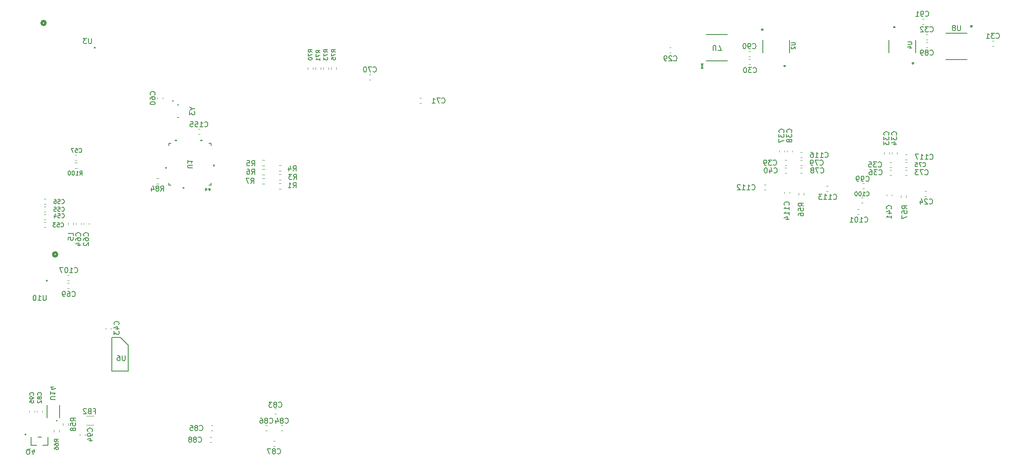
<source format=gbo>
%TF.GenerationSoftware,KiCad,Pcbnew,8.0.5*%
%TF.CreationDate,2025-04-11T15:09:43-05:00*%
%TF.ProjectId,PSEC5_Ctrl_Board,50534543-355f-4437-9472-6c5f426f6172,rev?*%
%TF.SameCoordinates,Original*%
%TF.FileFunction,Legend,Bot*%
%TF.FilePolarity,Positive*%
%FSLAX46Y46*%
G04 Gerber Fmt 4.6, Leading zero omitted, Abs format (unit mm)*
G04 Created by KiCad (PCBNEW 8.0.5) date 2025-04-11 15:09:43*
%MOMM*%
%LPD*%
G01*
G04 APERTURE LIST*
%ADD10C,0.150000*%
%ADD11C,0.508000*%
%ADD12C,0.120000*%
%ADD13C,0.152400*%
%ADD14C,0.025400*%
%ADD15C,0.127000*%
%ADD16C,0.200000*%
%ADD17C,0.000000*%
G04 APERTURE END LIST*
D10*
X109640666Y-73733819D02*
X109973999Y-73257628D01*
X110212094Y-73733819D02*
X110212094Y-72733819D01*
X110212094Y-72733819D02*
X109831142Y-72733819D01*
X109831142Y-72733819D02*
X109735904Y-72781438D01*
X109735904Y-72781438D02*
X109688285Y-72829057D01*
X109688285Y-72829057D02*
X109640666Y-72924295D01*
X109640666Y-72924295D02*
X109640666Y-73067152D01*
X109640666Y-73067152D02*
X109688285Y-73162390D01*
X109688285Y-73162390D02*
X109735904Y-73210009D01*
X109735904Y-73210009D02*
X109831142Y-73257628D01*
X109831142Y-73257628D02*
X110212094Y-73257628D01*
X108735904Y-72733819D02*
X109212094Y-72733819D01*
X109212094Y-72733819D02*
X109259713Y-73210009D01*
X109259713Y-73210009D02*
X109212094Y-73162390D01*
X109212094Y-73162390D02*
X109116856Y-73114771D01*
X109116856Y-73114771D02*
X108878761Y-73114771D01*
X108878761Y-73114771D02*
X108783523Y-73162390D01*
X108783523Y-73162390D02*
X108735904Y-73210009D01*
X108735904Y-73210009D02*
X108688285Y-73305247D01*
X108688285Y-73305247D02*
X108688285Y-73543342D01*
X108688285Y-73543342D02*
X108735904Y-73638580D01*
X108735904Y-73638580D02*
X108783523Y-73686200D01*
X108783523Y-73686200D02*
X108878761Y-73733819D01*
X108878761Y-73733819D02*
X109116856Y-73733819D01*
X109116856Y-73733819D02*
X109212094Y-73686200D01*
X109212094Y-73686200D02*
X109259713Y-73638580D01*
X117768666Y-78051819D02*
X118101999Y-77575628D01*
X118340094Y-78051819D02*
X118340094Y-77051819D01*
X118340094Y-77051819D02*
X117959142Y-77051819D01*
X117959142Y-77051819D02*
X117863904Y-77099438D01*
X117863904Y-77099438D02*
X117816285Y-77147057D01*
X117816285Y-77147057D02*
X117768666Y-77242295D01*
X117768666Y-77242295D02*
X117768666Y-77385152D01*
X117768666Y-77385152D02*
X117816285Y-77480390D01*
X117816285Y-77480390D02*
X117863904Y-77528009D01*
X117863904Y-77528009D02*
X117959142Y-77575628D01*
X117959142Y-77575628D02*
X118340094Y-77575628D01*
X116816285Y-78051819D02*
X117387713Y-78051819D01*
X117101999Y-78051819D02*
X117101999Y-77051819D01*
X117101999Y-77051819D02*
X117197237Y-77194676D01*
X117197237Y-77194676D02*
X117292475Y-77289914D01*
X117292475Y-77289914D02*
X117387713Y-77337533D01*
X91828857Y-78686819D02*
X92162190Y-78210628D01*
X92400285Y-78686819D02*
X92400285Y-77686819D01*
X92400285Y-77686819D02*
X92019333Y-77686819D01*
X92019333Y-77686819D02*
X91924095Y-77734438D01*
X91924095Y-77734438D02*
X91876476Y-77782057D01*
X91876476Y-77782057D02*
X91828857Y-77877295D01*
X91828857Y-77877295D02*
X91828857Y-78020152D01*
X91828857Y-78020152D02*
X91876476Y-78115390D01*
X91876476Y-78115390D02*
X91924095Y-78163009D01*
X91924095Y-78163009D02*
X92019333Y-78210628D01*
X92019333Y-78210628D02*
X92400285Y-78210628D01*
X91257428Y-78115390D02*
X91352666Y-78067771D01*
X91352666Y-78067771D02*
X91400285Y-78020152D01*
X91400285Y-78020152D02*
X91447904Y-77924914D01*
X91447904Y-77924914D02*
X91447904Y-77877295D01*
X91447904Y-77877295D02*
X91400285Y-77782057D01*
X91400285Y-77782057D02*
X91352666Y-77734438D01*
X91352666Y-77734438D02*
X91257428Y-77686819D01*
X91257428Y-77686819D02*
X91066952Y-77686819D01*
X91066952Y-77686819D02*
X90971714Y-77734438D01*
X90971714Y-77734438D02*
X90924095Y-77782057D01*
X90924095Y-77782057D02*
X90876476Y-77877295D01*
X90876476Y-77877295D02*
X90876476Y-77924914D01*
X90876476Y-77924914D02*
X90924095Y-78020152D01*
X90924095Y-78020152D02*
X90971714Y-78067771D01*
X90971714Y-78067771D02*
X91066952Y-78115390D01*
X91066952Y-78115390D02*
X91257428Y-78115390D01*
X91257428Y-78115390D02*
X91352666Y-78163009D01*
X91352666Y-78163009D02*
X91400285Y-78210628D01*
X91400285Y-78210628D02*
X91447904Y-78305866D01*
X91447904Y-78305866D02*
X91447904Y-78496342D01*
X91447904Y-78496342D02*
X91400285Y-78591580D01*
X91400285Y-78591580D02*
X91352666Y-78639200D01*
X91352666Y-78639200D02*
X91257428Y-78686819D01*
X91257428Y-78686819D02*
X91066952Y-78686819D01*
X91066952Y-78686819D02*
X90971714Y-78639200D01*
X90971714Y-78639200D02*
X90924095Y-78591580D01*
X90924095Y-78591580D02*
X90876476Y-78496342D01*
X90876476Y-78496342D02*
X90876476Y-78305866D01*
X90876476Y-78305866D02*
X90924095Y-78210628D01*
X90924095Y-78210628D02*
X90971714Y-78163009D01*
X90971714Y-78163009D02*
X91066952Y-78115390D01*
X90019333Y-78020152D02*
X90019333Y-78686819D01*
X90257428Y-77639200D02*
X90495523Y-78353485D01*
X90495523Y-78353485D02*
X89876476Y-78353485D01*
X146946857Y-61319580D02*
X146994476Y-61367200D01*
X146994476Y-61367200D02*
X147137333Y-61414819D01*
X147137333Y-61414819D02*
X147232571Y-61414819D01*
X147232571Y-61414819D02*
X147375428Y-61367200D01*
X147375428Y-61367200D02*
X147470666Y-61271961D01*
X147470666Y-61271961D02*
X147518285Y-61176723D01*
X147518285Y-61176723D02*
X147565904Y-60986247D01*
X147565904Y-60986247D02*
X147565904Y-60843390D01*
X147565904Y-60843390D02*
X147518285Y-60652914D01*
X147518285Y-60652914D02*
X147470666Y-60557676D01*
X147470666Y-60557676D02*
X147375428Y-60462438D01*
X147375428Y-60462438D02*
X147232571Y-60414819D01*
X147232571Y-60414819D02*
X147137333Y-60414819D01*
X147137333Y-60414819D02*
X146994476Y-60462438D01*
X146994476Y-60462438D02*
X146946857Y-60510057D01*
X146613523Y-60414819D02*
X145946857Y-60414819D01*
X145946857Y-60414819D02*
X146375428Y-61414819D01*
X145042095Y-61414819D02*
X145613523Y-61414819D01*
X145327809Y-61414819D02*
X145327809Y-60414819D01*
X145327809Y-60414819D02*
X145423047Y-60557676D01*
X145423047Y-60557676D02*
X145518285Y-60652914D01*
X145518285Y-60652914D02*
X145613523Y-60700533D01*
X78337580Y-125849142D02*
X78385200Y-125801523D01*
X78385200Y-125801523D02*
X78432819Y-125658666D01*
X78432819Y-125658666D02*
X78432819Y-125563428D01*
X78432819Y-125563428D02*
X78385200Y-125420571D01*
X78385200Y-125420571D02*
X78289961Y-125325333D01*
X78289961Y-125325333D02*
X78194723Y-125277714D01*
X78194723Y-125277714D02*
X78004247Y-125230095D01*
X78004247Y-125230095D02*
X77861390Y-125230095D01*
X77861390Y-125230095D02*
X77670914Y-125277714D01*
X77670914Y-125277714D02*
X77575676Y-125325333D01*
X77575676Y-125325333D02*
X77480438Y-125420571D01*
X77480438Y-125420571D02*
X77432819Y-125563428D01*
X77432819Y-125563428D02*
X77432819Y-125658666D01*
X77432819Y-125658666D02*
X77480438Y-125801523D01*
X77480438Y-125801523D02*
X77528057Y-125849142D01*
X78432819Y-126325333D02*
X78432819Y-126515809D01*
X78432819Y-126515809D02*
X78385200Y-126611047D01*
X78385200Y-126611047D02*
X78337580Y-126658666D01*
X78337580Y-126658666D02*
X78194723Y-126753904D01*
X78194723Y-126753904D02*
X78004247Y-126801523D01*
X78004247Y-126801523D02*
X77623295Y-126801523D01*
X77623295Y-126801523D02*
X77528057Y-126753904D01*
X77528057Y-126753904D02*
X77480438Y-126706285D01*
X77480438Y-126706285D02*
X77432819Y-126611047D01*
X77432819Y-126611047D02*
X77432819Y-126420571D01*
X77432819Y-126420571D02*
X77480438Y-126325333D01*
X77480438Y-126325333D02*
X77528057Y-126277714D01*
X77528057Y-126277714D02*
X77623295Y-126230095D01*
X77623295Y-126230095D02*
X77861390Y-126230095D01*
X77861390Y-126230095D02*
X77956628Y-126277714D01*
X77956628Y-126277714D02*
X78004247Y-126325333D01*
X78004247Y-126325333D02*
X78051866Y-126420571D01*
X78051866Y-126420571D02*
X78051866Y-126611047D01*
X78051866Y-126611047D02*
X78004247Y-126706285D01*
X78004247Y-126706285D02*
X77956628Y-126753904D01*
X77956628Y-126753904D02*
X77861390Y-126801523D01*
X77766152Y-127658666D02*
X78432819Y-127658666D01*
X77385200Y-127420571D02*
X78099485Y-127182476D01*
X78099485Y-127182476D02*
X78099485Y-127801523D01*
X126092295Y-51428714D02*
X125711342Y-51162047D01*
X126092295Y-50971571D02*
X125292295Y-50971571D01*
X125292295Y-50971571D02*
X125292295Y-51276333D01*
X125292295Y-51276333D02*
X125330390Y-51352523D01*
X125330390Y-51352523D02*
X125368485Y-51390618D01*
X125368485Y-51390618D02*
X125444676Y-51428714D01*
X125444676Y-51428714D02*
X125558961Y-51428714D01*
X125558961Y-51428714D02*
X125635152Y-51390618D01*
X125635152Y-51390618D02*
X125673247Y-51352523D01*
X125673247Y-51352523D02*
X125711342Y-51276333D01*
X125711342Y-51276333D02*
X125711342Y-50971571D01*
X125292295Y-51695380D02*
X125292295Y-52228714D01*
X125292295Y-52228714D02*
X126092295Y-51885856D01*
X125292295Y-52914428D02*
X125292295Y-52533476D01*
X125292295Y-52533476D02*
X125673247Y-52495380D01*
X125673247Y-52495380D02*
X125635152Y-52533476D01*
X125635152Y-52533476D02*
X125597057Y-52609666D01*
X125597057Y-52609666D02*
X125597057Y-52800142D01*
X125597057Y-52800142D02*
X125635152Y-52876333D01*
X125635152Y-52876333D02*
X125673247Y-52914428D01*
X125673247Y-52914428D02*
X125749438Y-52952523D01*
X125749438Y-52952523D02*
X125939914Y-52952523D01*
X125939914Y-52952523D02*
X126016104Y-52914428D01*
X126016104Y-52914428D02*
X126054200Y-52876333D01*
X126054200Y-52876333D02*
X126092295Y-52800142D01*
X126092295Y-52800142D02*
X126092295Y-52609666D01*
X126092295Y-52609666D02*
X126054200Y-52533476D01*
X126054200Y-52533476D02*
X126016104Y-52495380D01*
X230131857Y-76686580D02*
X230179476Y-76734200D01*
X230179476Y-76734200D02*
X230322333Y-76781819D01*
X230322333Y-76781819D02*
X230417571Y-76781819D01*
X230417571Y-76781819D02*
X230560428Y-76734200D01*
X230560428Y-76734200D02*
X230655666Y-76638961D01*
X230655666Y-76638961D02*
X230703285Y-76543723D01*
X230703285Y-76543723D02*
X230750904Y-76353247D01*
X230750904Y-76353247D02*
X230750904Y-76210390D01*
X230750904Y-76210390D02*
X230703285Y-76019914D01*
X230703285Y-76019914D02*
X230655666Y-75924676D01*
X230655666Y-75924676D02*
X230560428Y-75829438D01*
X230560428Y-75829438D02*
X230417571Y-75781819D01*
X230417571Y-75781819D02*
X230322333Y-75781819D01*
X230322333Y-75781819D02*
X230179476Y-75829438D01*
X230179476Y-75829438D02*
X230131857Y-75877057D01*
X229655666Y-76781819D02*
X229465190Y-76781819D01*
X229465190Y-76781819D02*
X229369952Y-76734200D01*
X229369952Y-76734200D02*
X229322333Y-76686580D01*
X229322333Y-76686580D02*
X229227095Y-76543723D01*
X229227095Y-76543723D02*
X229179476Y-76353247D01*
X229179476Y-76353247D02*
X229179476Y-75972295D01*
X229179476Y-75972295D02*
X229227095Y-75877057D01*
X229227095Y-75877057D02*
X229274714Y-75829438D01*
X229274714Y-75829438D02*
X229369952Y-75781819D01*
X229369952Y-75781819D02*
X229560428Y-75781819D01*
X229560428Y-75781819D02*
X229655666Y-75829438D01*
X229655666Y-75829438D02*
X229703285Y-75877057D01*
X229703285Y-75877057D02*
X229750904Y-75972295D01*
X229750904Y-75972295D02*
X229750904Y-76210390D01*
X229750904Y-76210390D02*
X229703285Y-76305628D01*
X229703285Y-76305628D02*
X229655666Y-76353247D01*
X229655666Y-76353247D02*
X229560428Y-76400866D01*
X229560428Y-76400866D02*
X229369952Y-76400866D01*
X229369952Y-76400866D02*
X229274714Y-76353247D01*
X229274714Y-76353247D02*
X229227095Y-76305628D01*
X229227095Y-76305628D02*
X229179476Y-76210390D01*
X228703285Y-76781819D02*
X228512809Y-76781819D01*
X228512809Y-76781819D02*
X228417571Y-76734200D01*
X228417571Y-76734200D02*
X228369952Y-76686580D01*
X228369952Y-76686580D02*
X228274714Y-76543723D01*
X228274714Y-76543723D02*
X228227095Y-76353247D01*
X228227095Y-76353247D02*
X228227095Y-75972295D01*
X228227095Y-75972295D02*
X228274714Y-75877057D01*
X228274714Y-75877057D02*
X228322333Y-75829438D01*
X228322333Y-75829438D02*
X228417571Y-75781819D01*
X228417571Y-75781819D02*
X228608047Y-75781819D01*
X228608047Y-75781819D02*
X228703285Y-75829438D01*
X228703285Y-75829438D02*
X228750904Y-75877057D01*
X228750904Y-75877057D02*
X228798523Y-75972295D01*
X228798523Y-75972295D02*
X228798523Y-76210390D01*
X228798523Y-76210390D02*
X228750904Y-76305628D01*
X228750904Y-76305628D02*
X228703285Y-76353247D01*
X228703285Y-76353247D02*
X228608047Y-76400866D01*
X228608047Y-76400866D02*
X228417571Y-76400866D01*
X228417571Y-76400866D02*
X228322333Y-76353247D01*
X228322333Y-76353247D02*
X228274714Y-76305628D01*
X228274714Y-76305628D02*
X228227095Y-76210390D01*
X242673047Y-72368580D02*
X242720666Y-72416200D01*
X242720666Y-72416200D02*
X242863523Y-72463819D01*
X242863523Y-72463819D02*
X242958761Y-72463819D01*
X242958761Y-72463819D02*
X243101618Y-72416200D01*
X243101618Y-72416200D02*
X243196856Y-72320961D01*
X243196856Y-72320961D02*
X243244475Y-72225723D01*
X243244475Y-72225723D02*
X243292094Y-72035247D01*
X243292094Y-72035247D02*
X243292094Y-71892390D01*
X243292094Y-71892390D02*
X243244475Y-71701914D01*
X243244475Y-71701914D02*
X243196856Y-71606676D01*
X243196856Y-71606676D02*
X243101618Y-71511438D01*
X243101618Y-71511438D02*
X242958761Y-71463819D01*
X242958761Y-71463819D02*
X242863523Y-71463819D01*
X242863523Y-71463819D02*
X242720666Y-71511438D01*
X242720666Y-71511438D02*
X242673047Y-71559057D01*
X241720666Y-72463819D02*
X242292094Y-72463819D01*
X242006380Y-72463819D02*
X242006380Y-71463819D01*
X242006380Y-71463819D02*
X242101618Y-71606676D01*
X242101618Y-71606676D02*
X242196856Y-71701914D01*
X242196856Y-71701914D02*
X242292094Y-71749533D01*
X240768285Y-72463819D02*
X241339713Y-72463819D01*
X241053999Y-72463819D02*
X241053999Y-71463819D01*
X241053999Y-71463819D02*
X241149237Y-71606676D01*
X241149237Y-71606676D02*
X241244475Y-71701914D01*
X241244475Y-71701914D02*
X241339713Y-71749533D01*
X240434951Y-71463819D02*
X239768285Y-71463819D01*
X239768285Y-71463819D02*
X240196856Y-72463819D01*
X114942857Y-121009580D02*
X114990476Y-121057200D01*
X114990476Y-121057200D02*
X115133333Y-121104819D01*
X115133333Y-121104819D02*
X115228571Y-121104819D01*
X115228571Y-121104819D02*
X115371428Y-121057200D01*
X115371428Y-121057200D02*
X115466666Y-120961961D01*
X115466666Y-120961961D02*
X115514285Y-120866723D01*
X115514285Y-120866723D02*
X115561904Y-120676247D01*
X115561904Y-120676247D02*
X115561904Y-120533390D01*
X115561904Y-120533390D02*
X115514285Y-120342914D01*
X115514285Y-120342914D02*
X115466666Y-120247676D01*
X115466666Y-120247676D02*
X115371428Y-120152438D01*
X115371428Y-120152438D02*
X115228571Y-120104819D01*
X115228571Y-120104819D02*
X115133333Y-120104819D01*
X115133333Y-120104819D02*
X114990476Y-120152438D01*
X114990476Y-120152438D02*
X114942857Y-120200057D01*
X114371428Y-120533390D02*
X114466666Y-120485771D01*
X114466666Y-120485771D02*
X114514285Y-120438152D01*
X114514285Y-120438152D02*
X114561904Y-120342914D01*
X114561904Y-120342914D02*
X114561904Y-120295295D01*
X114561904Y-120295295D02*
X114514285Y-120200057D01*
X114514285Y-120200057D02*
X114466666Y-120152438D01*
X114466666Y-120152438D02*
X114371428Y-120104819D01*
X114371428Y-120104819D02*
X114180952Y-120104819D01*
X114180952Y-120104819D02*
X114085714Y-120152438D01*
X114085714Y-120152438D02*
X114038095Y-120200057D01*
X114038095Y-120200057D02*
X113990476Y-120295295D01*
X113990476Y-120295295D02*
X113990476Y-120342914D01*
X113990476Y-120342914D02*
X114038095Y-120438152D01*
X114038095Y-120438152D02*
X114085714Y-120485771D01*
X114085714Y-120485771D02*
X114180952Y-120533390D01*
X114180952Y-120533390D02*
X114371428Y-120533390D01*
X114371428Y-120533390D02*
X114466666Y-120581009D01*
X114466666Y-120581009D02*
X114514285Y-120628628D01*
X114514285Y-120628628D02*
X114561904Y-120723866D01*
X114561904Y-120723866D02*
X114561904Y-120914342D01*
X114561904Y-120914342D02*
X114514285Y-121009580D01*
X114514285Y-121009580D02*
X114466666Y-121057200D01*
X114466666Y-121057200D02*
X114371428Y-121104819D01*
X114371428Y-121104819D02*
X114180952Y-121104819D01*
X114180952Y-121104819D02*
X114085714Y-121057200D01*
X114085714Y-121057200D02*
X114038095Y-121009580D01*
X114038095Y-121009580D02*
X113990476Y-120914342D01*
X113990476Y-120914342D02*
X113990476Y-120723866D01*
X113990476Y-120723866D02*
X114038095Y-120628628D01*
X114038095Y-120628628D02*
X114085714Y-120581009D01*
X114085714Y-120581009D02*
X114180952Y-120533390D01*
X113657142Y-120104819D02*
X113038095Y-120104819D01*
X113038095Y-120104819D02*
X113371428Y-120485771D01*
X113371428Y-120485771D02*
X113228571Y-120485771D01*
X113228571Y-120485771D02*
X113133333Y-120533390D01*
X113133333Y-120533390D02*
X113085714Y-120581009D01*
X113085714Y-120581009D02*
X113038095Y-120676247D01*
X113038095Y-120676247D02*
X113038095Y-120914342D01*
X113038095Y-120914342D02*
X113085714Y-121009580D01*
X113085714Y-121009580D02*
X113133333Y-121057200D01*
X113133333Y-121057200D02*
X113228571Y-121104819D01*
X113228571Y-121104819D02*
X113514285Y-121104819D01*
X113514285Y-121104819D02*
X113609523Y-121057200D01*
X113609523Y-121057200D02*
X113657142Y-121009580D01*
X248665904Y-46190819D02*
X248665904Y-47000342D01*
X248665904Y-47000342D02*
X248618285Y-47095580D01*
X248618285Y-47095580D02*
X248570666Y-47143200D01*
X248570666Y-47143200D02*
X248475428Y-47190819D01*
X248475428Y-47190819D02*
X248284952Y-47190819D01*
X248284952Y-47190819D02*
X248189714Y-47143200D01*
X248189714Y-47143200D02*
X248142095Y-47095580D01*
X248142095Y-47095580D02*
X248094476Y-47000342D01*
X248094476Y-47000342D02*
X248094476Y-46190819D01*
X247475428Y-46619390D02*
X247570666Y-46571771D01*
X247570666Y-46571771D02*
X247618285Y-46524152D01*
X247618285Y-46524152D02*
X247665904Y-46428914D01*
X247665904Y-46428914D02*
X247665904Y-46381295D01*
X247665904Y-46381295D02*
X247618285Y-46286057D01*
X247618285Y-46286057D02*
X247570666Y-46238438D01*
X247570666Y-46238438D02*
X247475428Y-46190819D01*
X247475428Y-46190819D02*
X247284952Y-46190819D01*
X247284952Y-46190819D02*
X247189714Y-46238438D01*
X247189714Y-46238438D02*
X247142095Y-46286057D01*
X247142095Y-46286057D02*
X247094476Y-46381295D01*
X247094476Y-46381295D02*
X247094476Y-46428914D01*
X247094476Y-46428914D02*
X247142095Y-46524152D01*
X247142095Y-46524152D02*
X247189714Y-46571771D01*
X247189714Y-46571771D02*
X247284952Y-46619390D01*
X247284952Y-46619390D02*
X247475428Y-46619390D01*
X247475428Y-46619390D02*
X247570666Y-46667009D01*
X247570666Y-46667009D02*
X247618285Y-46714628D01*
X247618285Y-46714628D02*
X247665904Y-46809866D01*
X247665904Y-46809866D02*
X247665904Y-47000342D01*
X247665904Y-47000342D02*
X247618285Y-47095580D01*
X247618285Y-47095580D02*
X247570666Y-47143200D01*
X247570666Y-47143200D02*
X247475428Y-47190819D01*
X247475428Y-47190819D02*
X247284952Y-47190819D01*
X247284952Y-47190819D02*
X247189714Y-47143200D01*
X247189714Y-47143200D02*
X247142095Y-47095580D01*
X247142095Y-47095580D02*
X247094476Y-47000342D01*
X247094476Y-47000342D02*
X247094476Y-46809866D01*
X247094476Y-46809866D02*
X247142095Y-46714628D01*
X247142095Y-46714628D02*
X247189714Y-46667009D01*
X247189714Y-46667009D02*
X247284952Y-46619390D01*
X250812299Y-46140019D02*
X250812299Y-46378114D01*
X251050394Y-46282876D02*
X250812299Y-46378114D01*
X250812299Y-46378114D02*
X250574204Y-46282876D01*
X250955156Y-46568590D02*
X250812299Y-46378114D01*
X250812299Y-46378114D02*
X250669442Y-46568590D01*
X250812299Y-46140019D02*
X250812299Y-46378114D01*
X251050394Y-46282876D02*
X250812299Y-46378114D01*
X250812299Y-46378114D02*
X250574204Y-46282876D01*
X250955156Y-46568590D02*
X250812299Y-46378114D01*
X250812299Y-46378114D02*
X250669442Y-46568590D01*
X90623580Y-59809142D02*
X90671200Y-59761523D01*
X90671200Y-59761523D02*
X90718819Y-59618666D01*
X90718819Y-59618666D02*
X90718819Y-59523428D01*
X90718819Y-59523428D02*
X90671200Y-59380571D01*
X90671200Y-59380571D02*
X90575961Y-59285333D01*
X90575961Y-59285333D02*
X90480723Y-59237714D01*
X90480723Y-59237714D02*
X90290247Y-59190095D01*
X90290247Y-59190095D02*
X90147390Y-59190095D01*
X90147390Y-59190095D02*
X89956914Y-59237714D01*
X89956914Y-59237714D02*
X89861676Y-59285333D01*
X89861676Y-59285333D02*
X89766438Y-59380571D01*
X89766438Y-59380571D02*
X89718819Y-59523428D01*
X89718819Y-59523428D02*
X89718819Y-59618666D01*
X89718819Y-59618666D02*
X89766438Y-59761523D01*
X89766438Y-59761523D02*
X89814057Y-59809142D01*
X89718819Y-60666285D02*
X89718819Y-60475809D01*
X89718819Y-60475809D02*
X89766438Y-60380571D01*
X89766438Y-60380571D02*
X89814057Y-60332952D01*
X89814057Y-60332952D02*
X89956914Y-60237714D01*
X89956914Y-60237714D02*
X90147390Y-60190095D01*
X90147390Y-60190095D02*
X90528342Y-60190095D01*
X90528342Y-60190095D02*
X90623580Y-60237714D01*
X90623580Y-60237714D02*
X90671200Y-60285333D01*
X90671200Y-60285333D02*
X90718819Y-60380571D01*
X90718819Y-60380571D02*
X90718819Y-60571047D01*
X90718819Y-60571047D02*
X90671200Y-60666285D01*
X90671200Y-60666285D02*
X90623580Y-60713904D01*
X90623580Y-60713904D02*
X90528342Y-60761523D01*
X90528342Y-60761523D02*
X90290247Y-60761523D01*
X90290247Y-60761523D02*
X90195009Y-60713904D01*
X90195009Y-60713904D02*
X90147390Y-60666285D01*
X90147390Y-60666285D02*
X90099771Y-60571047D01*
X90099771Y-60571047D02*
X90099771Y-60380571D01*
X90099771Y-60380571D02*
X90147390Y-60285333D01*
X90147390Y-60285333D02*
X90195009Y-60237714D01*
X90195009Y-60237714D02*
X90290247Y-60190095D01*
X89718819Y-61380571D02*
X89718819Y-61475809D01*
X89718819Y-61475809D02*
X89766438Y-61571047D01*
X89766438Y-61571047D02*
X89814057Y-61618666D01*
X89814057Y-61618666D02*
X89909295Y-61666285D01*
X89909295Y-61666285D02*
X90099771Y-61713904D01*
X90099771Y-61713904D02*
X90337866Y-61713904D01*
X90337866Y-61713904D02*
X90528342Y-61666285D01*
X90528342Y-61666285D02*
X90623580Y-61618666D01*
X90623580Y-61618666D02*
X90671200Y-61571047D01*
X90671200Y-61571047D02*
X90718819Y-61475809D01*
X90718819Y-61475809D02*
X90718819Y-61380571D01*
X90718819Y-61380571D02*
X90671200Y-61285333D01*
X90671200Y-61285333D02*
X90623580Y-61237714D01*
X90623580Y-61237714D02*
X90528342Y-61190095D01*
X90528342Y-61190095D02*
X90337866Y-61142476D01*
X90337866Y-61142476D02*
X90099771Y-61142476D01*
X90099771Y-61142476D02*
X89909295Y-61190095D01*
X89909295Y-61190095D02*
X89814057Y-61237714D01*
X89814057Y-61237714D02*
X89766438Y-61285333D01*
X89766438Y-61285333D02*
X89718819Y-61380571D01*
X242704857Y-47349580D02*
X242752476Y-47397200D01*
X242752476Y-47397200D02*
X242895333Y-47444819D01*
X242895333Y-47444819D02*
X242990571Y-47444819D01*
X242990571Y-47444819D02*
X243133428Y-47397200D01*
X243133428Y-47397200D02*
X243228666Y-47301961D01*
X243228666Y-47301961D02*
X243276285Y-47206723D01*
X243276285Y-47206723D02*
X243323904Y-47016247D01*
X243323904Y-47016247D02*
X243323904Y-46873390D01*
X243323904Y-46873390D02*
X243276285Y-46682914D01*
X243276285Y-46682914D02*
X243228666Y-46587676D01*
X243228666Y-46587676D02*
X243133428Y-46492438D01*
X243133428Y-46492438D02*
X242990571Y-46444819D01*
X242990571Y-46444819D02*
X242895333Y-46444819D01*
X242895333Y-46444819D02*
X242752476Y-46492438D01*
X242752476Y-46492438D02*
X242704857Y-46540057D01*
X242371523Y-46444819D02*
X241752476Y-46444819D01*
X241752476Y-46444819D02*
X242085809Y-46825771D01*
X242085809Y-46825771D02*
X241942952Y-46825771D01*
X241942952Y-46825771D02*
X241847714Y-46873390D01*
X241847714Y-46873390D02*
X241800095Y-46921009D01*
X241800095Y-46921009D02*
X241752476Y-47016247D01*
X241752476Y-47016247D02*
X241752476Y-47254342D01*
X241752476Y-47254342D02*
X241800095Y-47349580D01*
X241800095Y-47349580D02*
X241847714Y-47397200D01*
X241847714Y-47397200D02*
X241942952Y-47444819D01*
X241942952Y-47444819D02*
X242228666Y-47444819D01*
X242228666Y-47444819D02*
X242323904Y-47397200D01*
X242323904Y-47397200D02*
X242371523Y-47349580D01*
X241371523Y-46540057D02*
X241323904Y-46492438D01*
X241323904Y-46492438D02*
X241228666Y-46444819D01*
X241228666Y-46444819D02*
X240990571Y-46444819D01*
X240990571Y-46444819D02*
X240895333Y-46492438D01*
X240895333Y-46492438D02*
X240847714Y-46540057D01*
X240847714Y-46540057D02*
X240800095Y-46635295D01*
X240800095Y-46635295D02*
X240800095Y-46730533D01*
X240800095Y-46730533D02*
X240847714Y-46873390D01*
X240847714Y-46873390D02*
X241419142Y-47444819D01*
X241419142Y-47444819D02*
X240800095Y-47444819D01*
X109513666Y-77162819D02*
X109846999Y-76686628D01*
X110085094Y-77162819D02*
X110085094Y-76162819D01*
X110085094Y-76162819D02*
X109704142Y-76162819D01*
X109704142Y-76162819D02*
X109608904Y-76210438D01*
X109608904Y-76210438D02*
X109561285Y-76258057D01*
X109561285Y-76258057D02*
X109513666Y-76353295D01*
X109513666Y-76353295D02*
X109513666Y-76496152D01*
X109513666Y-76496152D02*
X109561285Y-76591390D01*
X109561285Y-76591390D02*
X109608904Y-76639009D01*
X109608904Y-76639009D02*
X109704142Y-76686628D01*
X109704142Y-76686628D02*
X110085094Y-76686628D01*
X109180332Y-76162819D02*
X108513666Y-76162819D01*
X108513666Y-76162819D02*
X108942237Y-77162819D01*
X229846047Y-84687580D02*
X229893666Y-84735200D01*
X229893666Y-84735200D02*
X230036523Y-84782819D01*
X230036523Y-84782819D02*
X230131761Y-84782819D01*
X230131761Y-84782819D02*
X230274618Y-84735200D01*
X230274618Y-84735200D02*
X230369856Y-84639961D01*
X230369856Y-84639961D02*
X230417475Y-84544723D01*
X230417475Y-84544723D02*
X230465094Y-84354247D01*
X230465094Y-84354247D02*
X230465094Y-84211390D01*
X230465094Y-84211390D02*
X230417475Y-84020914D01*
X230417475Y-84020914D02*
X230369856Y-83925676D01*
X230369856Y-83925676D02*
X230274618Y-83830438D01*
X230274618Y-83830438D02*
X230131761Y-83782819D01*
X230131761Y-83782819D02*
X230036523Y-83782819D01*
X230036523Y-83782819D02*
X229893666Y-83830438D01*
X229893666Y-83830438D02*
X229846047Y-83878057D01*
X228893666Y-84782819D02*
X229465094Y-84782819D01*
X229179380Y-84782819D02*
X229179380Y-83782819D01*
X229179380Y-83782819D02*
X229274618Y-83925676D01*
X229274618Y-83925676D02*
X229369856Y-84020914D01*
X229369856Y-84020914D02*
X229465094Y-84068533D01*
X228274618Y-83782819D02*
X228179380Y-83782819D01*
X228179380Y-83782819D02*
X228084142Y-83830438D01*
X228084142Y-83830438D02*
X228036523Y-83878057D01*
X228036523Y-83878057D02*
X227988904Y-83973295D01*
X227988904Y-83973295D02*
X227941285Y-84163771D01*
X227941285Y-84163771D02*
X227941285Y-84401866D01*
X227941285Y-84401866D02*
X227988904Y-84592342D01*
X227988904Y-84592342D02*
X228036523Y-84687580D01*
X228036523Y-84687580D02*
X228084142Y-84735200D01*
X228084142Y-84735200D02*
X228179380Y-84782819D01*
X228179380Y-84782819D02*
X228274618Y-84782819D01*
X228274618Y-84782819D02*
X228369856Y-84735200D01*
X228369856Y-84735200D02*
X228417475Y-84687580D01*
X228417475Y-84687580D02*
X228465094Y-84592342D01*
X228465094Y-84592342D02*
X228512713Y-84401866D01*
X228512713Y-84401866D02*
X228512713Y-84163771D01*
X228512713Y-84163771D02*
X228465094Y-83973295D01*
X228465094Y-83973295D02*
X228417475Y-83878057D01*
X228417475Y-83878057D02*
X228369856Y-83830438D01*
X228369856Y-83830438D02*
X228274618Y-83782819D01*
X226988904Y-84782819D02*
X227560332Y-84782819D01*
X227274618Y-84782819D02*
X227274618Y-83782819D01*
X227274618Y-83782819D02*
X227369856Y-83925676D01*
X227369856Y-83925676D02*
X227465094Y-84020914D01*
X227465094Y-84020914D02*
X227560332Y-84068533D01*
X238329065Y-49438074D02*
X238966486Y-49438074D01*
X238966486Y-49438074D02*
X239041476Y-49475570D01*
X239041476Y-49475570D02*
X239078972Y-49513065D01*
X239078972Y-49513065D02*
X239116467Y-49588056D01*
X239116467Y-49588056D02*
X239116467Y-49738037D01*
X239116467Y-49738037D02*
X239078972Y-49813028D01*
X239078972Y-49813028D02*
X239041476Y-49850523D01*
X239041476Y-49850523D02*
X238966486Y-49888018D01*
X238966486Y-49888018D02*
X238329065Y-49888018D01*
X238591532Y-50600429D02*
X239116467Y-50600429D01*
X238291570Y-50412953D02*
X238854000Y-50225476D01*
X238854000Y-50225476D02*
X238854000Y-50712915D01*
X239129219Y-53594000D02*
X239367314Y-53594000D01*
X239272076Y-53355905D02*
X239367314Y-53594000D01*
X239367314Y-53594000D02*
X239272076Y-53832095D01*
X239557790Y-53451143D02*
X239367314Y-53594000D01*
X239367314Y-53594000D02*
X239557790Y-53736857D01*
X100433047Y-65985580D02*
X100480666Y-66033200D01*
X100480666Y-66033200D02*
X100623523Y-66080819D01*
X100623523Y-66080819D02*
X100718761Y-66080819D01*
X100718761Y-66080819D02*
X100861618Y-66033200D01*
X100861618Y-66033200D02*
X100956856Y-65937961D01*
X100956856Y-65937961D02*
X101004475Y-65842723D01*
X101004475Y-65842723D02*
X101052094Y-65652247D01*
X101052094Y-65652247D02*
X101052094Y-65509390D01*
X101052094Y-65509390D02*
X101004475Y-65318914D01*
X101004475Y-65318914D02*
X100956856Y-65223676D01*
X100956856Y-65223676D02*
X100861618Y-65128438D01*
X100861618Y-65128438D02*
X100718761Y-65080819D01*
X100718761Y-65080819D02*
X100623523Y-65080819D01*
X100623523Y-65080819D02*
X100480666Y-65128438D01*
X100480666Y-65128438D02*
X100433047Y-65176057D01*
X99480666Y-66080819D02*
X100052094Y-66080819D01*
X99766380Y-66080819D02*
X99766380Y-65080819D01*
X99766380Y-65080819D02*
X99861618Y-65223676D01*
X99861618Y-65223676D02*
X99956856Y-65318914D01*
X99956856Y-65318914D02*
X100052094Y-65366533D01*
X98575904Y-65080819D02*
X99052094Y-65080819D01*
X99052094Y-65080819D02*
X99099713Y-65557009D01*
X99099713Y-65557009D02*
X99052094Y-65509390D01*
X99052094Y-65509390D02*
X98956856Y-65461771D01*
X98956856Y-65461771D02*
X98718761Y-65461771D01*
X98718761Y-65461771D02*
X98623523Y-65509390D01*
X98623523Y-65509390D02*
X98575904Y-65557009D01*
X98575904Y-65557009D02*
X98528285Y-65652247D01*
X98528285Y-65652247D02*
X98528285Y-65890342D01*
X98528285Y-65890342D02*
X98575904Y-65985580D01*
X98575904Y-65985580D02*
X98623523Y-66033200D01*
X98623523Y-66033200D02*
X98718761Y-66080819D01*
X98718761Y-66080819D02*
X98956856Y-66080819D01*
X98956856Y-66080819D02*
X99052094Y-66033200D01*
X99052094Y-66033200D02*
X99099713Y-65985580D01*
X97623523Y-65080819D02*
X98099713Y-65080819D01*
X98099713Y-65080819D02*
X98147332Y-65557009D01*
X98147332Y-65557009D02*
X98099713Y-65509390D01*
X98099713Y-65509390D02*
X98004475Y-65461771D01*
X98004475Y-65461771D02*
X97766380Y-65461771D01*
X97766380Y-65461771D02*
X97671142Y-65509390D01*
X97671142Y-65509390D02*
X97623523Y-65557009D01*
X97623523Y-65557009D02*
X97575904Y-65652247D01*
X97575904Y-65652247D02*
X97575904Y-65890342D01*
X97575904Y-65890342D02*
X97623523Y-65985580D01*
X97623523Y-65985580D02*
X97671142Y-66033200D01*
X97671142Y-66033200D02*
X97766380Y-66080819D01*
X97766380Y-66080819D02*
X98004475Y-66080819D01*
X98004475Y-66080819D02*
X98099713Y-66033200D01*
X98099713Y-66033200D02*
X98147332Y-65985580D01*
X117895666Y-76400819D02*
X118228999Y-75924628D01*
X118467094Y-76400819D02*
X118467094Y-75400819D01*
X118467094Y-75400819D02*
X118086142Y-75400819D01*
X118086142Y-75400819D02*
X117990904Y-75448438D01*
X117990904Y-75448438D02*
X117943285Y-75496057D01*
X117943285Y-75496057D02*
X117895666Y-75591295D01*
X117895666Y-75591295D02*
X117895666Y-75734152D01*
X117895666Y-75734152D02*
X117943285Y-75829390D01*
X117943285Y-75829390D02*
X117990904Y-75877009D01*
X117990904Y-75877009D02*
X118086142Y-75924628D01*
X118086142Y-75924628D02*
X118467094Y-75924628D01*
X117562332Y-75400819D02*
X116943285Y-75400819D01*
X116943285Y-75400819D02*
X117276618Y-75781771D01*
X117276618Y-75781771D02*
X117133761Y-75781771D01*
X117133761Y-75781771D02*
X117038523Y-75829390D01*
X117038523Y-75829390D02*
X116990904Y-75877009D01*
X116990904Y-75877009D02*
X116943285Y-75972247D01*
X116943285Y-75972247D02*
X116943285Y-76210342D01*
X116943285Y-76210342D02*
X116990904Y-76305580D01*
X116990904Y-76305580D02*
X117038523Y-76353200D01*
X117038523Y-76353200D02*
X117133761Y-76400819D01*
X117133761Y-76400819D02*
X117419475Y-76400819D01*
X117419475Y-76400819D02*
X117514713Y-76353200D01*
X117514713Y-76353200D02*
X117562332Y-76305580D01*
X121520295Y-51428714D02*
X121139342Y-51162047D01*
X121520295Y-50971571D02*
X120720295Y-50971571D01*
X120720295Y-50971571D02*
X120720295Y-51276333D01*
X120720295Y-51276333D02*
X120758390Y-51352523D01*
X120758390Y-51352523D02*
X120796485Y-51390618D01*
X120796485Y-51390618D02*
X120872676Y-51428714D01*
X120872676Y-51428714D02*
X120986961Y-51428714D01*
X120986961Y-51428714D02*
X121063152Y-51390618D01*
X121063152Y-51390618D02*
X121101247Y-51352523D01*
X121101247Y-51352523D02*
X121139342Y-51276333D01*
X121139342Y-51276333D02*
X121139342Y-50971571D01*
X120720295Y-51695380D02*
X120720295Y-52228714D01*
X120720295Y-52228714D02*
X121520295Y-51885856D01*
X120720295Y-52685857D02*
X120720295Y-52762047D01*
X120720295Y-52762047D02*
X120758390Y-52838238D01*
X120758390Y-52838238D02*
X120796485Y-52876333D01*
X120796485Y-52876333D02*
X120872676Y-52914428D01*
X120872676Y-52914428D02*
X121025057Y-52952523D01*
X121025057Y-52952523D02*
X121215533Y-52952523D01*
X121215533Y-52952523D02*
X121367914Y-52914428D01*
X121367914Y-52914428D02*
X121444104Y-52876333D01*
X121444104Y-52876333D02*
X121482200Y-52838238D01*
X121482200Y-52838238D02*
X121520295Y-52762047D01*
X121520295Y-52762047D02*
X121520295Y-52685857D01*
X121520295Y-52685857D02*
X121482200Y-52609666D01*
X121482200Y-52609666D02*
X121444104Y-52571571D01*
X121444104Y-52571571D02*
X121367914Y-52533476D01*
X121367914Y-52533476D02*
X121215533Y-52495380D01*
X121215533Y-52495380D02*
X121025057Y-52495380D01*
X121025057Y-52495380D02*
X120872676Y-52533476D01*
X120872676Y-52533476D02*
X120796485Y-52571571D01*
X120796485Y-52571571D02*
X120758390Y-52609666D01*
X120758390Y-52609666D02*
X120720295Y-52685857D01*
X75130819Y-123817142D02*
X74654628Y-123483809D01*
X75130819Y-123245714D02*
X74130819Y-123245714D01*
X74130819Y-123245714D02*
X74130819Y-123626666D01*
X74130819Y-123626666D02*
X74178438Y-123721904D01*
X74178438Y-123721904D02*
X74226057Y-123769523D01*
X74226057Y-123769523D02*
X74321295Y-123817142D01*
X74321295Y-123817142D02*
X74464152Y-123817142D01*
X74464152Y-123817142D02*
X74559390Y-123769523D01*
X74559390Y-123769523D02*
X74607009Y-123721904D01*
X74607009Y-123721904D02*
X74654628Y-123626666D01*
X74654628Y-123626666D02*
X74654628Y-123245714D01*
X74130819Y-124721904D02*
X74130819Y-124245714D01*
X74130819Y-124245714D02*
X74607009Y-124198095D01*
X74607009Y-124198095D02*
X74559390Y-124245714D01*
X74559390Y-124245714D02*
X74511771Y-124340952D01*
X74511771Y-124340952D02*
X74511771Y-124579047D01*
X74511771Y-124579047D02*
X74559390Y-124674285D01*
X74559390Y-124674285D02*
X74607009Y-124721904D01*
X74607009Y-124721904D02*
X74702247Y-124769523D01*
X74702247Y-124769523D02*
X74940342Y-124769523D01*
X74940342Y-124769523D02*
X75035580Y-124721904D01*
X75035580Y-124721904D02*
X75083200Y-124674285D01*
X75083200Y-124674285D02*
X75130819Y-124579047D01*
X75130819Y-124579047D02*
X75130819Y-124340952D01*
X75130819Y-124340952D02*
X75083200Y-124245714D01*
X75083200Y-124245714D02*
X75035580Y-124198095D01*
X74559390Y-125340952D02*
X74511771Y-125245714D01*
X74511771Y-125245714D02*
X74464152Y-125198095D01*
X74464152Y-125198095D02*
X74368914Y-125150476D01*
X74368914Y-125150476D02*
X74321295Y-125150476D01*
X74321295Y-125150476D02*
X74226057Y-125198095D01*
X74226057Y-125198095D02*
X74178438Y-125245714D01*
X74178438Y-125245714D02*
X74130819Y-125340952D01*
X74130819Y-125340952D02*
X74130819Y-125531428D01*
X74130819Y-125531428D02*
X74178438Y-125626666D01*
X74178438Y-125626666D02*
X74226057Y-125674285D01*
X74226057Y-125674285D02*
X74321295Y-125721904D01*
X74321295Y-125721904D02*
X74368914Y-125721904D01*
X74368914Y-125721904D02*
X74464152Y-125674285D01*
X74464152Y-125674285D02*
X74511771Y-125626666D01*
X74511771Y-125626666D02*
X74559390Y-125531428D01*
X74559390Y-125531428D02*
X74559390Y-125340952D01*
X74559390Y-125340952D02*
X74607009Y-125245714D01*
X74607009Y-125245714D02*
X74654628Y-125198095D01*
X74654628Y-125198095D02*
X74749866Y-125150476D01*
X74749866Y-125150476D02*
X74940342Y-125150476D01*
X74940342Y-125150476D02*
X75035580Y-125198095D01*
X75035580Y-125198095D02*
X75083200Y-125245714D01*
X75083200Y-125245714D02*
X75130819Y-125340952D01*
X75130819Y-125340952D02*
X75130819Y-125531428D01*
X75130819Y-125531428D02*
X75083200Y-125626666D01*
X75083200Y-125626666D02*
X75035580Y-125674285D01*
X75035580Y-125674285D02*
X74940342Y-125721904D01*
X74940342Y-125721904D02*
X74749866Y-125721904D01*
X74749866Y-125721904D02*
X74654628Y-125674285D01*
X74654628Y-125674285D02*
X74607009Y-125626666D01*
X74607009Y-125626666D02*
X74559390Y-125531428D01*
X72269285Y-85630104D02*
X72307381Y-85668200D01*
X72307381Y-85668200D02*
X72421666Y-85706295D01*
X72421666Y-85706295D02*
X72497857Y-85706295D01*
X72497857Y-85706295D02*
X72612143Y-85668200D01*
X72612143Y-85668200D02*
X72688333Y-85592009D01*
X72688333Y-85592009D02*
X72726428Y-85515819D01*
X72726428Y-85515819D02*
X72764524Y-85363438D01*
X72764524Y-85363438D02*
X72764524Y-85249152D01*
X72764524Y-85249152D02*
X72726428Y-85096771D01*
X72726428Y-85096771D02*
X72688333Y-85020580D01*
X72688333Y-85020580D02*
X72612143Y-84944390D01*
X72612143Y-84944390D02*
X72497857Y-84906295D01*
X72497857Y-84906295D02*
X72421666Y-84906295D01*
X72421666Y-84906295D02*
X72307381Y-84944390D01*
X72307381Y-84944390D02*
X72269285Y-84982485D01*
X71545476Y-84906295D02*
X71926428Y-84906295D01*
X71926428Y-84906295D02*
X71964524Y-85287247D01*
X71964524Y-85287247D02*
X71926428Y-85249152D01*
X71926428Y-85249152D02*
X71850238Y-85211057D01*
X71850238Y-85211057D02*
X71659762Y-85211057D01*
X71659762Y-85211057D02*
X71583571Y-85249152D01*
X71583571Y-85249152D02*
X71545476Y-85287247D01*
X71545476Y-85287247D02*
X71507381Y-85363438D01*
X71507381Y-85363438D02*
X71507381Y-85553914D01*
X71507381Y-85553914D02*
X71545476Y-85630104D01*
X71545476Y-85630104D02*
X71583571Y-85668200D01*
X71583571Y-85668200D02*
X71659762Y-85706295D01*
X71659762Y-85706295D02*
X71850238Y-85706295D01*
X71850238Y-85706295D02*
X71926428Y-85668200D01*
X71926428Y-85668200D02*
X71964524Y-85630104D01*
X71240714Y-84906295D02*
X70745476Y-84906295D01*
X70745476Y-84906295D02*
X71012142Y-85211057D01*
X71012142Y-85211057D02*
X70897857Y-85211057D01*
X70897857Y-85211057D02*
X70821666Y-85249152D01*
X70821666Y-85249152D02*
X70783571Y-85287247D01*
X70783571Y-85287247D02*
X70745476Y-85363438D01*
X70745476Y-85363438D02*
X70745476Y-85553914D01*
X70745476Y-85553914D02*
X70783571Y-85630104D01*
X70783571Y-85630104D02*
X70821666Y-85668200D01*
X70821666Y-85668200D02*
X70897857Y-85706295D01*
X70897857Y-85706295D02*
X71126428Y-85706295D01*
X71126428Y-85706295D02*
X71202619Y-85668200D01*
X71202619Y-85668200D02*
X71240714Y-85630104D01*
X215497580Y-67175142D02*
X215545200Y-67127523D01*
X215545200Y-67127523D02*
X215592819Y-66984666D01*
X215592819Y-66984666D02*
X215592819Y-66889428D01*
X215592819Y-66889428D02*
X215545200Y-66746571D01*
X215545200Y-66746571D02*
X215449961Y-66651333D01*
X215449961Y-66651333D02*
X215354723Y-66603714D01*
X215354723Y-66603714D02*
X215164247Y-66556095D01*
X215164247Y-66556095D02*
X215021390Y-66556095D01*
X215021390Y-66556095D02*
X214830914Y-66603714D01*
X214830914Y-66603714D02*
X214735676Y-66651333D01*
X214735676Y-66651333D02*
X214640438Y-66746571D01*
X214640438Y-66746571D02*
X214592819Y-66889428D01*
X214592819Y-66889428D02*
X214592819Y-66984666D01*
X214592819Y-66984666D02*
X214640438Y-67127523D01*
X214640438Y-67127523D02*
X214688057Y-67175142D01*
X214592819Y-67508476D02*
X214592819Y-68127523D01*
X214592819Y-68127523D02*
X214973771Y-67794190D01*
X214973771Y-67794190D02*
X214973771Y-67937047D01*
X214973771Y-67937047D02*
X215021390Y-68032285D01*
X215021390Y-68032285D02*
X215069009Y-68079904D01*
X215069009Y-68079904D02*
X215164247Y-68127523D01*
X215164247Y-68127523D02*
X215402342Y-68127523D01*
X215402342Y-68127523D02*
X215497580Y-68079904D01*
X215497580Y-68079904D02*
X215545200Y-68032285D01*
X215545200Y-68032285D02*
X215592819Y-67937047D01*
X215592819Y-67937047D02*
X215592819Y-67651333D01*
X215592819Y-67651333D02*
X215545200Y-67556095D01*
X215545200Y-67556095D02*
X215497580Y-67508476D01*
X215021390Y-68698952D02*
X214973771Y-68603714D01*
X214973771Y-68603714D02*
X214926152Y-68556095D01*
X214926152Y-68556095D02*
X214830914Y-68508476D01*
X214830914Y-68508476D02*
X214783295Y-68508476D01*
X214783295Y-68508476D02*
X214688057Y-68556095D01*
X214688057Y-68556095D02*
X214640438Y-68603714D01*
X214640438Y-68603714D02*
X214592819Y-68698952D01*
X214592819Y-68698952D02*
X214592819Y-68889428D01*
X214592819Y-68889428D02*
X214640438Y-68984666D01*
X214640438Y-68984666D02*
X214688057Y-69032285D01*
X214688057Y-69032285D02*
X214783295Y-69079904D01*
X214783295Y-69079904D02*
X214830914Y-69079904D01*
X214830914Y-69079904D02*
X214926152Y-69032285D01*
X214926152Y-69032285D02*
X214973771Y-68984666D01*
X214973771Y-68984666D02*
X215021390Y-68889428D01*
X215021390Y-68889428D02*
X215021390Y-68698952D01*
X215021390Y-68698952D02*
X215069009Y-68603714D01*
X215069009Y-68603714D02*
X215116628Y-68556095D01*
X215116628Y-68556095D02*
X215211866Y-68508476D01*
X215211866Y-68508476D02*
X215402342Y-68508476D01*
X215402342Y-68508476D02*
X215497580Y-68556095D01*
X215497580Y-68556095D02*
X215545200Y-68603714D01*
X215545200Y-68603714D02*
X215592819Y-68698952D01*
X215592819Y-68698952D02*
X215592819Y-68889428D01*
X215592819Y-68889428D02*
X215545200Y-68984666D01*
X215545200Y-68984666D02*
X215497580Y-69032285D01*
X215497580Y-69032285D02*
X215402342Y-69079904D01*
X215402342Y-69079904D02*
X215211866Y-69079904D01*
X215211866Y-69079904D02*
X215116628Y-69032285D01*
X215116628Y-69032285D02*
X215069009Y-68984666D01*
X215069009Y-68984666D02*
X215021390Y-68889428D01*
X207906857Y-50651580D02*
X207954476Y-50699200D01*
X207954476Y-50699200D02*
X208097333Y-50746819D01*
X208097333Y-50746819D02*
X208192571Y-50746819D01*
X208192571Y-50746819D02*
X208335428Y-50699200D01*
X208335428Y-50699200D02*
X208430666Y-50603961D01*
X208430666Y-50603961D02*
X208478285Y-50508723D01*
X208478285Y-50508723D02*
X208525904Y-50318247D01*
X208525904Y-50318247D02*
X208525904Y-50175390D01*
X208525904Y-50175390D02*
X208478285Y-49984914D01*
X208478285Y-49984914D02*
X208430666Y-49889676D01*
X208430666Y-49889676D02*
X208335428Y-49794438D01*
X208335428Y-49794438D02*
X208192571Y-49746819D01*
X208192571Y-49746819D02*
X208097333Y-49746819D01*
X208097333Y-49746819D02*
X207954476Y-49794438D01*
X207954476Y-49794438D02*
X207906857Y-49842057D01*
X207430666Y-50746819D02*
X207240190Y-50746819D01*
X207240190Y-50746819D02*
X207144952Y-50699200D01*
X207144952Y-50699200D02*
X207097333Y-50651580D01*
X207097333Y-50651580D02*
X207002095Y-50508723D01*
X207002095Y-50508723D02*
X206954476Y-50318247D01*
X206954476Y-50318247D02*
X206954476Y-49937295D01*
X206954476Y-49937295D02*
X207002095Y-49842057D01*
X207002095Y-49842057D02*
X207049714Y-49794438D01*
X207049714Y-49794438D02*
X207144952Y-49746819D01*
X207144952Y-49746819D02*
X207335428Y-49746819D01*
X207335428Y-49746819D02*
X207430666Y-49794438D01*
X207430666Y-49794438D02*
X207478285Y-49842057D01*
X207478285Y-49842057D02*
X207525904Y-49937295D01*
X207525904Y-49937295D02*
X207525904Y-50175390D01*
X207525904Y-50175390D02*
X207478285Y-50270628D01*
X207478285Y-50270628D02*
X207430666Y-50318247D01*
X207430666Y-50318247D02*
X207335428Y-50365866D01*
X207335428Y-50365866D02*
X207144952Y-50365866D01*
X207144952Y-50365866D02*
X207049714Y-50318247D01*
X207049714Y-50318247D02*
X207002095Y-50270628D01*
X207002095Y-50270628D02*
X206954476Y-50175390D01*
X206335428Y-49746819D02*
X206240190Y-49746819D01*
X206240190Y-49746819D02*
X206144952Y-49794438D01*
X206144952Y-49794438D02*
X206097333Y-49842057D01*
X206097333Y-49842057D02*
X206049714Y-49937295D01*
X206049714Y-49937295D02*
X206002095Y-50127771D01*
X206002095Y-50127771D02*
X206002095Y-50365866D01*
X206002095Y-50365866D02*
X206049714Y-50556342D01*
X206049714Y-50556342D02*
X206097333Y-50651580D01*
X206097333Y-50651580D02*
X206144952Y-50699200D01*
X206144952Y-50699200D02*
X206240190Y-50746819D01*
X206240190Y-50746819D02*
X206335428Y-50746819D01*
X206335428Y-50746819D02*
X206430666Y-50699200D01*
X206430666Y-50699200D02*
X206478285Y-50651580D01*
X206478285Y-50651580D02*
X206525904Y-50556342D01*
X206525904Y-50556342D02*
X206573523Y-50365866D01*
X206573523Y-50365866D02*
X206573523Y-50127771D01*
X206573523Y-50127771D02*
X206525904Y-49937295D01*
X206525904Y-49937295D02*
X206478285Y-49842057D01*
X206478285Y-49842057D02*
X206430666Y-49794438D01*
X206430666Y-49794438D02*
X206335428Y-49746819D01*
X74429857Y-99292580D02*
X74477476Y-99340200D01*
X74477476Y-99340200D02*
X74620333Y-99387819D01*
X74620333Y-99387819D02*
X74715571Y-99387819D01*
X74715571Y-99387819D02*
X74858428Y-99340200D01*
X74858428Y-99340200D02*
X74953666Y-99244961D01*
X74953666Y-99244961D02*
X75001285Y-99149723D01*
X75001285Y-99149723D02*
X75048904Y-98959247D01*
X75048904Y-98959247D02*
X75048904Y-98816390D01*
X75048904Y-98816390D02*
X75001285Y-98625914D01*
X75001285Y-98625914D02*
X74953666Y-98530676D01*
X74953666Y-98530676D02*
X74858428Y-98435438D01*
X74858428Y-98435438D02*
X74715571Y-98387819D01*
X74715571Y-98387819D02*
X74620333Y-98387819D01*
X74620333Y-98387819D02*
X74477476Y-98435438D01*
X74477476Y-98435438D02*
X74429857Y-98483057D01*
X73572714Y-98387819D02*
X73763190Y-98387819D01*
X73763190Y-98387819D02*
X73858428Y-98435438D01*
X73858428Y-98435438D02*
X73906047Y-98483057D01*
X73906047Y-98483057D02*
X74001285Y-98625914D01*
X74001285Y-98625914D02*
X74048904Y-98816390D01*
X74048904Y-98816390D02*
X74048904Y-99197342D01*
X74048904Y-99197342D02*
X74001285Y-99292580D01*
X74001285Y-99292580D02*
X73953666Y-99340200D01*
X73953666Y-99340200D02*
X73858428Y-99387819D01*
X73858428Y-99387819D02*
X73667952Y-99387819D01*
X73667952Y-99387819D02*
X73572714Y-99340200D01*
X73572714Y-99340200D02*
X73525095Y-99292580D01*
X73525095Y-99292580D02*
X73477476Y-99197342D01*
X73477476Y-99197342D02*
X73477476Y-98959247D01*
X73477476Y-98959247D02*
X73525095Y-98864009D01*
X73525095Y-98864009D02*
X73572714Y-98816390D01*
X73572714Y-98816390D02*
X73667952Y-98768771D01*
X73667952Y-98768771D02*
X73858428Y-98768771D01*
X73858428Y-98768771D02*
X73953666Y-98816390D01*
X73953666Y-98816390D02*
X74001285Y-98864009D01*
X74001285Y-98864009D02*
X74048904Y-98959247D01*
X73001285Y-99387819D02*
X72810809Y-99387819D01*
X72810809Y-99387819D02*
X72715571Y-99340200D01*
X72715571Y-99340200D02*
X72667952Y-99292580D01*
X72667952Y-99292580D02*
X72572714Y-99149723D01*
X72572714Y-99149723D02*
X72525095Y-98959247D01*
X72525095Y-98959247D02*
X72525095Y-98578295D01*
X72525095Y-98578295D02*
X72572714Y-98483057D01*
X72572714Y-98483057D02*
X72620333Y-98435438D01*
X72620333Y-98435438D02*
X72715571Y-98387819D01*
X72715571Y-98387819D02*
X72906047Y-98387819D01*
X72906047Y-98387819D02*
X73001285Y-98435438D01*
X73001285Y-98435438D02*
X73048904Y-98483057D01*
X73048904Y-98483057D02*
X73096523Y-98578295D01*
X73096523Y-98578295D02*
X73096523Y-98816390D01*
X73096523Y-98816390D02*
X73048904Y-98911628D01*
X73048904Y-98911628D02*
X73001285Y-98959247D01*
X73001285Y-98959247D02*
X72906047Y-99006866D01*
X72906047Y-99006866D02*
X72715571Y-99006866D01*
X72715571Y-99006866D02*
X72620333Y-98959247D01*
X72620333Y-98959247D02*
X72572714Y-98911628D01*
X72572714Y-98911628D02*
X72525095Y-98816390D01*
X66198761Y-129243942D02*
X66103523Y-129291561D01*
X66103523Y-129291561D02*
X66008285Y-129386800D01*
X66008285Y-129386800D02*
X65865428Y-129529657D01*
X65865428Y-129529657D02*
X65770190Y-129577276D01*
X65770190Y-129577276D02*
X65674952Y-129577276D01*
X65722571Y-129339180D02*
X65627333Y-129386800D01*
X65627333Y-129386800D02*
X65532095Y-129482038D01*
X65532095Y-129482038D02*
X65484476Y-129672514D01*
X65484476Y-129672514D02*
X65484476Y-130005847D01*
X65484476Y-130005847D02*
X65532095Y-130196323D01*
X65532095Y-130196323D02*
X65627333Y-130291561D01*
X65627333Y-130291561D02*
X65722571Y-130339180D01*
X65722571Y-130339180D02*
X65913047Y-130339180D01*
X65913047Y-130339180D02*
X66008285Y-130291561D01*
X66008285Y-130291561D02*
X66103523Y-130196323D01*
X66103523Y-130196323D02*
X66151142Y-130005847D01*
X66151142Y-130005847D02*
X66151142Y-129672514D01*
X66151142Y-129672514D02*
X66103523Y-129482038D01*
X66103523Y-129482038D02*
X66008285Y-129386800D01*
X66008285Y-129386800D02*
X65913047Y-129339180D01*
X65913047Y-129339180D02*
X65722571Y-129339180D01*
X67008285Y-130005847D02*
X67008285Y-129339180D01*
X66770190Y-130386800D02*
X66532095Y-129672514D01*
X66532095Y-129672514D02*
X67151142Y-129672514D01*
X214989580Y-81430952D02*
X215037200Y-81383333D01*
X215037200Y-81383333D02*
X215084819Y-81240476D01*
X215084819Y-81240476D02*
X215084819Y-81145238D01*
X215084819Y-81145238D02*
X215037200Y-81002381D01*
X215037200Y-81002381D02*
X214941961Y-80907143D01*
X214941961Y-80907143D02*
X214846723Y-80859524D01*
X214846723Y-80859524D02*
X214656247Y-80811905D01*
X214656247Y-80811905D02*
X214513390Y-80811905D01*
X214513390Y-80811905D02*
X214322914Y-80859524D01*
X214322914Y-80859524D02*
X214227676Y-80907143D01*
X214227676Y-80907143D02*
X214132438Y-81002381D01*
X214132438Y-81002381D02*
X214084819Y-81145238D01*
X214084819Y-81145238D02*
X214084819Y-81240476D01*
X214084819Y-81240476D02*
X214132438Y-81383333D01*
X214132438Y-81383333D02*
X214180057Y-81430952D01*
X215084819Y-82383333D02*
X215084819Y-81811905D01*
X215084819Y-82097619D02*
X214084819Y-82097619D01*
X214084819Y-82097619D02*
X214227676Y-82002381D01*
X214227676Y-82002381D02*
X214322914Y-81907143D01*
X214322914Y-81907143D02*
X214370533Y-81811905D01*
X215084819Y-83335714D02*
X215084819Y-82764286D01*
X215084819Y-83050000D02*
X214084819Y-83050000D01*
X214084819Y-83050000D02*
X214227676Y-82954762D01*
X214227676Y-82954762D02*
X214322914Y-82859524D01*
X214322914Y-82859524D02*
X214370533Y-82764286D01*
X214418152Y-84192857D02*
X215084819Y-84192857D01*
X214037200Y-83954762D02*
X214751485Y-83716667D01*
X214751485Y-83716667D02*
X214751485Y-84335714D01*
X68358104Y-118738714D02*
X68396200Y-118700618D01*
X68396200Y-118700618D02*
X68434295Y-118586333D01*
X68434295Y-118586333D02*
X68434295Y-118510142D01*
X68434295Y-118510142D02*
X68396200Y-118395856D01*
X68396200Y-118395856D02*
X68320009Y-118319666D01*
X68320009Y-118319666D02*
X68243819Y-118281571D01*
X68243819Y-118281571D02*
X68091438Y-118243475D01*
X68091438Y-118243475D02*
X67977152Y-118243475D01*
X67977152Y-118243475D02*
X67824771Y-118281571D01*
X67824771Y-118281571D02*
X67748580Y-118319666D01*
X67748580Y-118319666D02*
X67672390Y-118395856D01*
X67672390Y-118395856D02*
X67634295Y-118510142D01*
X67634295Y-118510142D02*
X67634295Y-118586333D01*
X67634295Y-118586333D02*
X67672390Y-118700618D01*
X67672390Y-118700618D02*
X67710485Y-118738714D01*
X67977152Y-119195856D02*
X67939057Y-119119666D01*
X67939057Y-119119666D02*
X67900961Y-119081571D01*
X67900961Y-119081571D02*
X67824771Y-119043475D01*
X67824771Y-119043475D02*
X67786676Y-119043475D01*
X67786676Y-119043475D02*
X67710485Y-119081571D01*
X67710485Y-119081571D02*
X67672390Y-119119666D01*
X67672390Y-119119666D02*
X67634295Y-119195856D01*
X67634295Y-119195856D02*
X67634295Y-119348237D01*
X67634295Y-119348237D02*
X67672390Y-119424428D01*
X67672390Y-119424428D02*
X67710485Y-119462523D01*
X67710485Y-119462523D02*
X67786676Y-119500618D01*
X67786676Y-119500618D02*
X67824771Y-119500618D01*
X67824771Y-119500618D02*
X67900961Y-119462523D01*
X67900961Y-119462523D02*
X67939057Y-119424428D01*
X67939057Y-119424428D02*
X67977152Y-119348237D01*
X67977152Y-119348237D02*
X67977152Y-119195856D01*
X67977152Y-119195856D02*
X68015247Y-119119666D01*
X68015247Y-119119666D02*
X68053342Y-119081571D01*
X68053342Y-119081571D02*
X68129533Y-119043475D01*
X68129533Y-119043475D02*
X68281914Y-119043475D01*
X68281914Y-119043475D02*
X68358104Y-119081571D01*
X68358104Y-119081571D02*
X68396200Y-119119666D01*
X68396200Y-119119666D02*
X68434295Y-119195856D01*
X68434295Y-119195856D02*
X68434295Y-119348237D01*
X68434295Y-119348237D02*
X68396200Y-119424428D01*
X68396200Y-119424428D02*
X68358104Y-119462523D01*
X68358104Y-119462523D02*
X68281914Y-119500618D01*
X68281914Y-119500618D02*
X68129533Y-119500618D01*
X68129533Y-119500618D02*
X68053342Y-119462523D01*
X68053342Y-119462523D02*
X68015247Y-119424428D01*
X68015247Y-119424428D02*
X67977152Y-119348237D01*
X67710485Y-119805380D02*
X67672390Y-119843476D01*
X67672390Y-119843476D02*
X67634295Y-119919666D01*
X67634295Y-119919666D02*
X67634295Y-120110142D01*
X67634295Y-120110142D02*
X67672390Y-120186333D01*
X67672390Y-120186333D02*
X67710485Y-120224428D01*
X67710485Y-120224428D02*
X67786676Y-120262523D01*
X67786676Y-120262523D02*
X67862866Y-120262523D01*
X67862866Y-120262523D02*
X67977152Y-120224428D01*
X67977152Y-120224428D02*
X68434295Y-119767285D01*
X68434295Y-119767285D02*
X68434295Y-120262523D01*
X74685819Y-87463333D02*
X74685819Y-86987143D01*
X74685819Y-86987143D02*
X73685819Y-86987143D01*
X73685819Y-88272857D02*
X73685819Y-87796667D01*
X73685819Y-87796667D02*
X74162009Y-87749048D01*
X74162009Y-87749048D02*
X74114390Y-87796667D01*
X74114390Y-87796667D02*
X74066771Y-87891905D01*
X74066771Y-87891905D02*
X74066771Y-88130000D01*
X74066771Y-88130000D02*
X74114390Y-88225238D01*
X74114390Y-88225238D02*
X74162009Y-88272857D01*
X74162009Y-88272857D02*
X74257247Y-88320476D01*
X74257247Y-88320476D02*
X74495342Y-88320476D01*
X74495342Y-88320476D02*
X74590580Y-88272857D01*
X74590580Y-88272857D02*
X74638200Y-88225238D01*
X74638200Y-88225238D02*
X74685819Y-88130000D01*
X74685819Y-88130000D02*
X74685819Y-87891905D01*
X74685819Y-87891905D02*
X74638200Y-87796667D01*
X74638200Y-87796667D02*
X74590580Y-87749048D01*
X222099047Y-71987580D02*
X222146666Y-72035200D01*
X222146666Y-72035200D02*
X222289523Y-72082819D01*
X222289523Y-72082819D02*
X222384761Y-72082819D01*
X222384761Y-72082819D02*
X222527618Y-72035200D01*
X222527618Y-72035200D02*
X222622856Y-71939961D01*
X222622856Y-71939961D02*
X222670475Y-71844723D01*
X222670475Y-71844723D02*
X222718094Y-71654247D01*
X222718094Y-71654247D02*
X222718094Y-71511390D01*
X222718094Y-71511390D02*
X222670475Y-71320914D01*
X222670475Y-71320914D02*
X222622856Y-71225676D01*
X222622856Y-71225676D02*
X222527618Y-71130438D01*
X222527618Y-71130438D02*
X222384761Y-71082819D01*
X222384761Y-71082819D02*
X222289523Y-71082819D01*
X222289523Y-71082819D02*
X222146666Y-71130438D01*
X222146666Y-71130438D02*
X222099047Y-71178057D01*
X221146666Y-72082819D02*
X221718094Y-72082819D01*
X221432380Y-72082819D02*
X221432380Y-71082819D01*
X221432380Y-71082819D02*
X221527618Y-71225676D01*
X221527618Y-71225676D02*
X221622856Y-71320914D01*
X221622856Y-71320914D02*
X221718094Y-71368533D01*
X220194285Y-72082819D02*
X220765713Y-72082819D01*
X220479999Y-72082819D02*
X220479999Y-71082819D01*
X220479999Y-71082819D02*
X220575237Y-71225676D01*
X220575237Y-71225676D02*
X220670475Y-71320914D01*
X220670475Y-71320914D02*
X220765713Y-71368533D01*
X219337142Y-71082819D02*
X219527618Y-71082819D01*
X219527618Y-71082819D02*
X219622856Y-71130438D01*
X219622856Y-71130438D02*
X219670475Y-71178057D01*
X219670475Y-71178057D02*
X219765713Y-71320914D01*
X219765713Y-71320914D02*
X219813332Y-71511390D01*
X219813332Y-71511390D02*
X219813332Y-71892342D01*
X219813332Y-71892342D02*
X219765713Y-71987580D01*
X219765713Y-71987580D02*
X219718094Y-72035200D01*
X219718094Y-72035200D02*
X219622856Y-72082819D01*
X219622856Y-72082819D02*
X219432380Y-72082819D01*
X219432380Y-72082819D02*
X219337142Y-72035200D01*
X219337142Y-72035200D02*
X219289523Y-71987580D01*
X219289523Y-71987580D02*
X219241904Y-71892342D01*
X219241904Y-71892342D02*
X219241904Y-71654247D01*
X219241904Y-71654247D02*
X219289523Y-71559009D01*
X219289523Y-71559009D02*
X219337142Y-71511390D01*
X219337142Y-71511390D02*
X219432380Y-71463771D01*
X219432380Y-71463771D02*
X219622856Y-71463771D01*
X219622856Y-71463771D02*
X219718094Y-71511390D01*
X219718094Y-71511390D02*
X219765713Y-71559009D01*
X219765713Y-71559009D02*
X219813332Y-71654247D01*
X78684333Y-121851009D02*
X79017666Y-121851009D01*
X79017666Y-122374819D02*
X79017666Y-121374819D01*
X79017666Y-121374819D02*
X78541476Y-121374819D01*
X77827190Y-121851009D02*
X77684333Y-121898628D01*
X77684333Y-121898628D02*
X77636714Y-121946247D01*
X77636714Y-121946247D02*
X77589095Y-122041485D01*
X77589095Y-122041485D02*
X77589095Y-122184342D01*
X77589095Y-122184342D02*
X77636714Y-122279580D01*
X77636714Y-122279580D02*
X77684333Y-122327200D01*
X77684333Y-122327200D02*
X77779571Y-122374819D01*
X77779571Y-122374819D02*
X78160523Y-122374819D01*
X78160523Y-122374819D02*
X78160523Y-121374819D01*
X78160523Y-121374819D02*
X77827190Y-121374819D01*
X77827190Y-121374819D02*
X77731952Y-121422438D01*
X77731952Y-121422438D02*
X77684333Y-121470057D01*
X77684333Y-121470057D02*
X77636714Y-121565295D01*
X77636714Y-121565295D02*
X77636714Y-121660533D01*
X77636714Y-121660533D02*
X77684333Y-121755771D01*
X77684333Y-121755771D02*
X77731952Y-121803390D01*
X77731952Y-121803390D02*
X77827190Y-121851009D01*
X77827190Y-121851009D02*
X78160523Y-121851009D01*
X77208142Y-121470057D02*
X77160523Y-121422438D01*
X77160523Y-121422438D02*
X77065285Y-121374819D01*
X77065285Y-121374819D02*
X76827190Y-121374819D01*
X76827190Y-121374819D02*
X76731952Y-121422438D01*
X76731952Y-121422438D02*
X76684333Y-121470057D01*
X76684333Y-121470057D02*
X76636714Y-121565295D01*
X76636714Y-121565295D02*
X76636714Y-121660533D01*
X76636714Y-121660533D02*
X76684333Y-121803390D01*
X76684333Y-121803390D02*
X77255761Y-122374819D01*
X77255761Y-122374819D02*
X76636714Y-122374819D01*
X72396285Y-82582104D02*
X72434381Y-82620200D01*
X72434381Y-82620200D02*
X72548666Y-82658295D01*
X72548666Y-82658295D02*
X72624857Y-82658295D01*
X72624857Y-82658295D02*
X72739143Y-82620200D01*
X72739143Y-82620200D02*
X72815333Y-82544009D01*
X72815333Y-82544009D02*
X72853428Y-82467819D01*
X72853428Y-82467819D02*
X72891524Y-82315438D01*
X72891524Y-82315438D02*
X72891524Y-82201152D01*
X72891524Y-82201152D02*
X72853428Y-82048771D01*
X72853428Y-82048771D02*
X72815333Y-81972580D01*
X72815333Y-81972580D02*
X72739143Y-81896390D01*
X72739143Y-81896390D02*
X72624857Y-81858295D01*
X72624857Y-81858295D02*
X72548666Y-81858295D01*
X72548666Y-81858295D02*
X72434381Y-81896390D01*
X72434381Y-81896390D02*
X72396285Y-81934485D01*
X71672476Y-81858295D02*
X72053428Y-81858295D01*
X72053428Y-81858295D02*
X72091524Y-82239247D01*
X72091524Y-82239247D02*
X72053428Y-82201152D01*
X72053428Y-82201152D02*
X71977238Y-82163057D01*
X71977238Y-82163057D02*
X71786762Y-82163057D01*
X71786762Y-82163057D02*
X71710571Y-82201152D01*
X71710571Y-82201152D02*
X71672476Y-82239247D01*
X71672476Y-82239247D02*
X71634381Y-82315438D01*
X71634381Y-82315438D02*
X71634381Y-82505914D01*
X71634381Y-82505914D02*
X71672476Y-82582104D01*
X71672476Y-82582104D02*
X71710571Y-82620200D01*
X71710571Y-82620200D02*
X71786762Y-82658295D01*
X71786762Y-82658295D02*
X71977238Y-82658295D01*
X71977238Y-82658295D02*
X72053428Y-82620200D01*
X72053428Y-82620200D02*
X72091524Y-82582104D01*
X70910571Y-81858295D02*
X71291523Y-81858295D01*
X71291523Y-81858295D02*
X71329619Y-82239247D01*
X71329619Y-82239247D02*
X71291523Y-82201152D01*
X71291523Y-82201152D02*
X71215333Y-82163057D01*
X71215333Y-82163057D02*
X71024857Y-82163057D01*
X71024857Y-82163057D02*
X70948666Y-82201152D01*
X70948666Y-82201152D02*
X70910571Y-82239247D01*
X70910571Y-82239247D02*
X70872476Y-82315438D01*
X70872476Y-82315438D02*
X70872476Y-82505914D01*
X70872476Y-82505914D02*
X70910571Y-82582104D01*
X70910571Y-82582104D02*
X70948666Y-82620200D01*
X70948666Y-82620200D02*
X71024857Y-82658295D01*
X71024857Y-82658295D02*
X71215333Y-82658295D01*
X71215333Y-82658295D02*
X71291523Y-82620200D01*
X71291523Y-82620200D02*
X71329619Y-82582104D01*
X192412857Y-53064580D02*
X192460476Y-53112200D01*
X192460476Y-53112200D02*
X192603333Y-53159819D01*
X192603333Y-53159819D02*
X192698571Y-53159819D01*
X192698571Y-53159819D02*
X192841428Y-53112200D01*
X192841428Y-53112200D02*
X192936666Y-53016961D01*
X192936666Y-53016961D02*
X192984285Y-52921723D01*
X192984285Y-52921723D02*
X193031904Y-52731247D01*
X193031904Y-52731247D02*
X193031904Y-52588390D01*
X193031904Y-52588390D02*
X192984285Y-52397914D01*
X192984285Y-52397914D02*
X192936666Y-52302676D01*
X192936666Y-52302676D02*
X192841428Y-52207438D01*
X192841428Y-52207438D02*
X192698571Y-52159819D01*
X192698571Y-52159819D02*
X192603333Y-52159819D01*
X192603333Y-52159819D02*
X192460476Y-52207438D01*
X192460476Y-52207438D02*
X192412857Y-52255057D01*
X192031904Y-52255057D02*
X191984285Y-52207438D01*
X191984285Y-52207438D02*
X191889047Y-52159819D01*
X191889047Y-52159819D02*
X191650952Y-52159819D01*
X191650952Y-52159819D02*
X191555714Y-52207438D01*
X191555714Y-52207438D02*
X191508095Y-52255057D01*
X191508095Y-52255057D02*
X191460476Y-52350295D01*
X191460476Y-52350295D02*
X191460476Y-52445533D01*
X191460476Y-52445533D02*
X191508095Y-52588390D01*
X191508095Y-52588390D02*
X192079523Y-53159819D01*
X192079523Y-53159819D02*
X191460476Y-53159819D01*
X190984285Y-53159819D02*
X190793809Y-53159819D01*
X190793809Y-53159819D02*
X190698571Y-53112200D01*
X190698571Y-53112200D02*
X190650952Y-53064580D01*
X190650952Y-53064580D02*
X190555714Y-52921723D01*
X190555714Y-52921723D02*
X190508095Y-52731247D01*
X190508095Y-52731247D02*
X190508095Y-52350295D01*
X190508095Y-52350295D02*
X190555714Y-52255057D01*
X190555714Y-52255057D02*
X190603333Y-52207438D01*
X190603333Y-52207438D02*
X190698571Y-52159819D01*
X190698571Y-52159819D02*
X190889047Y-52159819D01*
X190889047Y-52159819D02*
X190984285Y-52207438D01*
X190984285Y-52207438D02*
X191031904Y-52255057D01*
X191031904Y-52255057D02*
X191079523Y-52350295D01*
X191079523Y-52350295D02*
X191079523Y-52588390D01*
X191079523Y-52588390D02*
X191031904Y-52683628D01*
X191031904Y-52683628D02*
X190984285Y-52731247D01*
X190984285Y-52731247D02*
X190889047Y-52778866D01*
X190889047Y-52778866D02*
X190698571Y-52778866D01*
X190698571Y-52778866D02*
X190603333Y-52731247D01*
X190603333Y-52731247D02*
X190555714Y-52683628D01*
X190555714Y-52683628D02*
X190508095Y-52588390D01*
X221241857Y-75035580D02*
X221289476Y-75083200D01*
X221289476Y-75083200D02*
X221432333Y-75130819D01*
X221432333Y-75130819D02*
X221527571Y-75130819D01*
X221527571Y-75130819D02*
X221670428Y-75083200D01*
X221670428Y-75083200D02*
X221765666Y-74987961D01*
X221765666Y-74987961D02*
X221813285Y-74892723D01*
X221813285Y-74892723D02*
X221860904Y-74702247D01*
X221860904Y-74702247D02*
X221860904Y-74559390D01*
X221860904Y-74559390D02*
X221813285Y-74368914D01*
X221813285Y-74368914D02*
X221765666Y-74273676D01*
X221765666Y-74273676D02*
X221670428Y-74178438D01*
X221670428Y-74178438D02*
X221527571Y-74130819D01*
X221527571Y-74130819D02*
X221432333Y-74130819D01*
X221432333Y-74130819D02*
X221289476Y-74178438D01*
X221289476Y-74178438D02*
X221241857Y-74226057D01*
X220908523Y-74130819D02*
X220241857Y-74130819D01*
X220241857Y-74130819D02*
X220670428Y-75130819D01*
X219718047Y-74559390D02*
X219813285Y-74511771D01*
X219813285Y-74511771D02*
X219860904Y-74464152D01*
X219860904Y-74464152D02*
X219908523Y-74368914D01*
X219908523Y-74368914D02*
X219908523Y-74321295D01*
X219908523Y-74321295D02*
X219860904Y-74226057D01*
X219860904Y-74226057D02*
X219813285Y-74178438D01*
X219813285Y-74178438D02*
X219718047Y-74130819D01*
X219718047Y-74130819D02*
X219527571Y-74130819D01*
X219527571Y-74130819D02*
X219432333Y-74178438D01*
X219432333Y-74178438D02*
X219384714Y-74226057D01*
X219384714Y-74226057D02*
X219337095Y-74321295D01*
X219337095Y-74321295D02*
X219337095Y-74368914D01*
X219337095Y-74368914D02*
X219384714Y-74464152D01*
X219384714Y-74464152D02*
X219432333Y-74511771D01*
X219432333Y-74511771D02*
X219527571Y-74559390D01*
X219527571Y-74559390D02*
X219718047Y-74559390D01*
X219718047Y-74559390D02*
X219813285Y-74607009D01*
X219813285Y-74607009D02*
X219860904Y-74654628D01*
X219860904Y-74654628D02*
X219908523Y-74749866D01*
X219908523Y-74749866D02*
X219908523Y-74940342D01*
X219908523Y-74940342D02*
X219860904Y-75035580D01*
X219860904Y-75035580D02*
X219813285Y-75083200D01*
X219813285Y-75083200D02*
X219718047Y-75130819D01*
X219718047Y-75130819D02*
X219527571Y-75130819D01*
X219527571Y-75130819D02*
X219432333Y-75083200D01*
X219432333Y-75083200D02*
X219384714Y-75035580D01*
X219384714Y-75035580D02*
X219337095Y-74940342D01*
X219337095Y-74940342D02*
X219337095Y-74749866D01*
X219337095Y-74749866D02*
X219384714Y-74654628D01*
X219384714Y-74654628D02*
X219432333Y-74607009D01*
X219432333Y-74607009D02*
X219527571Y-74559390D01*
X71736295Y-127882714D02*
X71355342Y-127616047D01*
X71736295Y-127425571D02*
X70936295Y-127425571D01*
X70936295Y-127425571D02*
X70936295Y-127730333D01*
X70936295Y-127730333D02*
X70974390Y-127806523D01*
X70974390Y-127806523D02*
X71012485Y-127844618D01*
X71012485Y-127844618D02*
X71088676Y-127882714D01*
X71088676Y-127882714D02*
X71202961Y-127882714D01*
X71202961Y-127882714D02*
X71279152Y-127844618D01*
X71279152Y-127844618D02*
X71317247Y-127806523D01*
X71317247Y-127806523D02*
X71355342Y-127730333D01*
X71355342Y-127730333D02*
X71355342Y-127425571D01*
X70936295Y-128568428D02*
X70936295Y-128416047D01*
X70936295Y-128416047D02*
X70974390Y-128339856D01*
X70974390Y-128339856D02*
X71012485Y-128301761D01*
X71012485Y-128301761D02*
X71126771Y-128225571D01*
X71126771Y-128225571D02*
X71279152Y-128187475D01*
X71279152Y-128187475D02*
X71583914Y-128187475D01*
X71583914Y-128187475D02*
X71660104Y-128225571D01*
X71660104Y-128225571D02*
X71698200Y-128263666D01*
X71698200Y-128263666D02*
X71736295Y-128339856D01*
X71736295Y-128339856D02*
X71736295Y-128492237D01*
X71736295Y-128492237D02*
X71698200Y-128568428D01*
X71698200Y-128568428D02*
X71660104Y-128606523D01*
X71660104Y-128606523D02*
X71583914Y-128644618D01*
X71583914Y-128644618D02*
X71393438Y-128644618D01*
X71393438Y-128644618D02*
X71317247Y-128606523D01*
X71317247Y-128606523D02*
X71279152Y-128568428D01*
X71279152Y-128568428D02*
X71241057Y-128492237D01*
X71241057Y-128492237D02*
X71241057Y-128339856D01*
X71241057Y-128339856D02*
X71279152Y-128263666D01*
X71279152Y-128263666D02*
X71317247Y-128225571D01*
X71317247Y-128225571D02*
X71393438Y-128187475D01*
X70936295Y-129330333D02*
X70936295Y-129177952D01*
X70936295Y-129177952D02*
X70974390Y-129101761D01*
X70974390Y-129101761D02*
X71012485Y-129063666D01*
X71012485Y-129063666D02*
X71126771Y-128987476D01*
X71126771Y-128987476D02*
X71279152Y-128949380D01*
X71279152Y-128949380D02*
X71583914Y-128949380D01*
X71583914Y-128949380D02*
X71660104Y-128987476D01*
X71660104Y-128987476D02*
X71698200Y-129025571D01*
X71698200Y-129025571D02*
X71736295Y-129101761D01*
X71736295Y-129101761D02*
X71736295Y-129254142D01*
X71736295Y-129254142D02*
X71698200Y-129330333D01*
X71698200Y-129330333D02*
X71660104Y-129368428D01*
X71660104Y-129368428D02*
X71583914Y-129406523D01*
X71583914Y-129406523D02*
X71393438Y-129406523D01*
X71393438Y-129406523D02*
X71317247Y-129368428D01*
X71317247Y-129368428D02*
X71279152Y-129330333D01*
X71279152Y-129330333D02*
X71241057Y-129254142D01*
X71241057Y-129254142D02*
X71241057Y-129101761D01*
X71241057Y-129101761D02*
X71279152Y-129025571D01*
X71279152Y-129025571D02*
X71317247Y-128987476D01*
X71317247Y-128987476D02*
X71393438Y-128949380D01*
X208033857Y-55350580D02*
X208081476Y-55398200D01*
X208081476Y-55398200D02*
X208224333Y-55445819D01*
X208224333Y-55445819D02*
X208319571Y-55445819D01*
X208319571Y-55445819D02*
X208462428Y-55398200D01*
X208462428Y-55398200D02*
X208557666Y-55302961D01*
X208557666Y-55302961D02*
X208605285Y-55207723D01*
X208605285Y-55207723D02*
X208652904Y-55017247D01*
X208652904Y-55017247D02*
X208652904Y-54874390D01*
X208652904Y-54874390D02*
X208605285Y-54683914D01*
X208605285Y-54683914D02*
X208557666Y-54588676D01*
X208557666Y-54588676D02*
X208462428Y-54493438D01*
X208462428Y-54493438D02*
X208319571Y-54445819D01*
X208319571Y-54445819D02*
X208224333Y-54445819D01*
X208224333Y-54445819D02*
X208081476Y-54493438D01*
X208081476Y-54493438D02*
X208033857Y-54541057D01*
X207700523Y-54445819D02*
X207081476Y-54445819D01*
X207081476Y-54445819D02*
X207414809Y-54826771D01*
X207414809Y-54826771D02*
X207271952Y-54826771D01*
X207271952Y-54826771D02*
X207176714Y-54874390D01*
X207176714Y-54874390D02*
X207129095Y-54922009D01*
X207129095Y-54922009D02*
X207081476Y-55017247D01*
X207081476Y-55017247D02*
X207081476Y-55255342D01*
X207081476Y-55255342D02*
X207129095Y-55350580D01*
X207129095Y-55350580D02*
X207176714Y-55398200D01*
X207176714Y-55398200D02*
X207271952Y-55445819D01*
X207271952Y-55445819D02*
X207557666Y-55445819D01*
X207557666Y-55445819D02*
X207652904Y-55398200D01*
X207652904Y-55398200D02*
X207700523Y-55350580D01*
X206462428Y-54445819D02*
X206367190Y-54445819D01*
X206367190Y-54445819D02*
X206271952Y-54493438D01*
X206271952Y-54493438D02*
X206224333Y-54541057D01*
X206224333Y-54541057D02*
X206176714Y-54636295D01*
X206176714Y-54636295D02*
X206129095Y-54826771D01*
X206129095Y-54826771D02*
X206129095Y-55064866D01*
X206129095Y-55064866D02*
X206176714Y-55255342D01*
X206176714Y-55255342D02*
X206224333Y-55350580D01*
X206224333Y-55350580D02*
X206271952Y-55398200D01*
X206271952Y-55398200D02*
X206367190Y-55445819D01*
X206367190Y-55445819D02*
X206462428Y-55445819D01*
X206462428Y-55445819D02*
X206557666Y-55398200D01*
X206557666Y-55398200D02*
X206605285Y-55350580D01*
X206605285Y-55350580D02*
X206652904Y-55255342D01*
X206652904Y-55255342D02*
X206700523Y-55064866D01*
X206700523Y-55064866D02*
X206700523Y-54826771D01*
X206700523Y-54826771D02*
X206652904Y-54636295D01*
X206652904Y-54636295D02*
X206605285Y-54541057D01*
X206605285Y-54541057D02*
X206557666Y-54493438D01*
X206557666Y-54493438D02*
X206462428Y-54445819D01*
X116212857Y-124151580D02*
X116260476Y-124199200D01*
X116260476Y-124199200D02*
X116403333Y-124246819D01*
X116403333Y-124246819D02*
X116498571Y-124246819D01*
X116498571Y-124246819D02*
X116641428Y-124199200D01*
X116641428Y-124199200D02*
X116736666Y-124103961D01*
X116736666Y-124103961D02*
X116784285Y-124008723D01*
X116784285Y-124008723D02*
X116831904Y-123818247D01*
X116831904Y-123818247D02*
X116831904Y-123675390D01*
X116831904Y-123675390D02*
X116784285Y-123484914D01*
X116784285Y-123484914D02*
X116736666Y-123389676D01*
X116736666Y-123389676D02*
X116641428Y-123294438D01*
X116641428Y-123294438D02*
X116498571Y-123246819D01*
X116498571Y-123246819D02*
X116403333Y-123246819D01*
X116403333Y-123246819D02*
X116260476Y-123294438D01*
X116260476Y-123294438D02*
X116212857Y-123342057D01*
X115641428Y-123675390D02*
X115736666Y-123627771D01*
X115736666Y-123627771D02*
X115784285Y-123580152D01*
X115784285Y-123580152D02*
X115831904Y-123484914D01*
X115831904Y-123484914D02*
X115831904Y-123437295D01*
X115831904Y-123437295D02*
X115784285Y-123342057D01*
X115784285Y-123342057D02*
X115736666Y-123294438D01*
X115736666Y-123294438D02*
X115641428Y-123246819D01*
X115641428Y-123246819D02*
X115450952Y-123246819D01*
X115450952Y-123246819D02*
X115355714Y-123294438D01*
X115355714Y-123294438D02*
X115308095Y-123342057D01*
X115308095Y-123342057D02*
X115260476Y-123437295D01*
X115260476Y-123437295D02*
X115260476Y-123484914D01*
X115260476Y-123484914D02*
X115308095Y-123580152D01*
X115308095Y-123580152D02*
X115355714Y-123627771D01*
X115355714Y-123627771D02*
X115450952Y-123675390D01*
X115450952Y-123675390D02*
X115641428Y-123675390D01*
X115641428Y-123675390D02*
X115736666Y-123723009D01*
X115736666Y-123723009D02*
X115784285Y-123770628D01*
X115784285Y-123770628D02*
X115831904Y-123865866D01*
X115831904Y-123865866D02*
X115831904Y-124056342D01*
X115831904Y-124056342D02*
X115784285Y-124151580D01*
X115784285Y-124151580D02*
X115736666Y-124199200D01*
X115736666Y-124199200D02*
X115641428Y-124246819D01*
X115641428Y-124246819D02*
X115450952Y-124246819D01*
X115450952Y-124246819D02*
X115355714Y-124199200D01*
X115355714Y-124199200D02*
X115308095Y-124151580D01*
X115308095Y-124151580D02*
X115260476Y-124056342D01*
X115260476Y-124056342D02*
X115260476Y-123865866D01*
X115260476Y-123865866D02*
X115308095Y-123770628D01*
X115308095Y-123770628D02*
X115355714Y-123723009D01*
X115355714Y-123723009D02*
X115450952Y-123675390D01*
X114403333Y-123580152D02*
X114403333Y-124246819D01*
X114641428Y-123199200D02*
X114879523Y-123913485D01*
X114879523Y-123913485D02*
X114260476Y-123913485D01*
X213973580Y-67175142D02*
X214021200Y-67127523D01*
X214021200Y-67127523D02*
X214068819Y-66984666D01*
X214068819Y-66984666D02*
X214068819Y-66889428D01*
X214068819Y-66889428D02*
X214021200Y-66746571D01*
X214021200Y-66746571D02*
X213925961Y-66651333D01*
X213925961Y-66651333D02*
X213830723Y-66603714D01*
X213830723Y-66603714D02*
X213640247Y-66556095D01*
X213640247Y-66556095D02*
X213497390Y-66556095D01*
X213497390Y-66556095D02*
X213306914Y-66603714D01*
X213306914Y-66603714D02*
X213211676Y-66651333D01*
X213211676Y-66651333D02*
X213116438Y-66746571D01*
X213116438Y-66746571D02*
X213068819Y-66889428D01*
X213068819Y-66889428D02*
X213068819Y-66984666D01*
X213068819Y-66984666D02*
X213116438Y-67127523D01*
X213116438Y-67127523D02*
X213164057Y-67175142D01*
X213068819Y-67508476D02*
X213068819Y-68127523D01*
X213068819Y-68127523D02*
X213449771Y-67794190D01*
X213449771Y-67794190D02*
X213449771Y-67937047D01*
X213449771Y-67937047D02*
X213497390Y-68032285D01*
X213497390Y-68032285D02*
X213545009Y-68079904D01*
X213545009Y-68079904D02*
X213640247Y-68127523D01*
X213640247Y-68127523D02*
X213878342Y-68127523D01*
X213878342Y-68127523D02*
X213973580Y-68079904D01*
X213973580Y-68079904D02*
X214021200Y-68032285D01*
X214021200Y-68032285D02*
X214068819Y-67937047D01*
X214068819Y-67937047D02*
X214068819Y-67651333D01*
X214068819Y-67651333D02*
X214021200Y-67556095D01*
X214021200Y-67556095D02*
X213973580Y-67508476D01*
X213068819Y-68460857D02*
X213068819Y-69127523D01*
X213068819Y-69127523D02*
X214068819Y-68698952D01*
X76051580Y-87495142D02*
X76099200Y-87447523D01*
X76099200Y-87447523D02*
X76146819Y-87304666D01*
X76146819Y-87304666D02*
X76146819Y-87209428D01*
X76146819Y-87209428D02*
X76099200Y-87066571D01*
X76099200Y-87066571D02*
X76003961Y-86971333D01*
X76003961Y-86971333D02*
X75908723Y-86923714D01*
X75908723Y-86923714D02*
X75718247Y-86876095D01*
X75718247Y-86876095D02*
X75575390Y-86876095D01*
X75575390Y-86876095D02*
X75384914Y-86923714D01*
X75384914Y-86923714D02*
X75289676Y-86971333D01*
X75289676Y-86971333D02*
X75194438Y-87066571D01*
X75194438Y-87066571D02*
X75146819Y-87209428D01*
X75146819Y-87209428D02*
X75146819Y-87304666D01*
X75146819Y-87304666D02*
X75194438Y-87447523D01*
X75194438Y-87447523D02*
X75242057Y-87495142D01*
X75146819Y-88352285D02*
X75146819Y-88161809D01*
X75146819Y-88161809D02*
X75194438Y-88066571D01*
X75194438Y-88066571D02*
X75242057Y-88018952D01*
X75242057Y-88018952D02*
X75384914Y-87923714D01*
X75384914Y-87923714D02*
X75575390Y-87876095D01*
X75575390Y-87876095D02*
X75956342Y-87876095D01*
X75956342Y-87876095D02*
X76051580Y-87923714D01*
X76051580Y-87923714D02*
X76099200Y-87971333D01*
X76099200Y-87971333D02*
X76146819Y-88066571D01*
X76146819Y-88066571D02*
X76146819Y-88257047D01*
X76146819Y-88257047D02*
X76099200Y-88352285D01*
X76099200Y-88352285D02*
X76051580Y-88399904D01*
X76051580Y-88399904D02*
X75956342Y-88447523D01*
X75956342Y-88447523D02*
X75718247Y-88447523D01*
X75718247Y-88447523D02*
X75623009Y-88399904D01*
X75623009Y-88399904D02*
X75575390Y-88352285D01*
X75575390Y-88352285D02*
X75527771Y-88257047D01*
X75527771Y-88257047D02*
X75527771Y-88066571D01*
X75527771Y-88066571D02*
X75575390Y-87971333D01*
X75575390Y-87971333D02*
X75623009Y-87923714D01*
X75623009Y-87923714D02*
X75718247Y-87876095D01*
X75480152Y-89304666D02*
X76146819Y-89304666D01*
X75099200Y-89066571D02*
X75813485Y-88828476D01*
X75813485Y-88828476D02*
X75813485Y-89447523D01*
X241306285Y-73819104D02*
X241344381Y-73857200D01*
X241344381Y-73857200D02*
X241458666Y-73895295D01*
X241458666Y-73895295D02*
X241534857Y-73895295D01*
X241534857Y-73895295D02*
X241649143Y-73857200D01*
X241649143Y-73857200D02*
X241725333Y-73781009D01*
X241725333Y-73781009D02*
X241763428Y-73704819D01*
X241763428Y-73704819D02*
X241801524Y-73552438D01*
X241801524Y-73552438D02*
X241801524Y-73438152D01*
X241801524Y-73438152D02*
X241763428Y-73285771D01*
X241763428Y-73285771D02*
X241725333Y-73209580D01*
X241725333Y-73209580D02*
X241649143Y-73133390D01*
X241649143Y-73133390D02*
X241534857Y-73095295D01*
X241534857Y-73095295D02*
X241458666Y-73095295D01*
X241458666Y-73095295D02*
X241344381Y-73133390D01*
X241344381Y-73133390D02*
X241306285Y-73171485D01*
X241039619Y-73095295D02*
X240506285Y-73095295D01*
X240506285Y-73095295D02*
X240849143Y-73895295D01*
X239820571Y-73095295D02*
X240201523Y-73095295D01*
X240201523Y-73095295D02*
X240239619Y-73476247D01*
X240239619Y-73476247D02*
X240201523Y-73438152D01*
X240201523Y-73438152D02*
X240125333Y-73400057D01*
X240125333Y-73400057D02*
X239934857Y-73400057D01*
X239934857Y-73400057D02*
X239858666Y-73438152D01*
X239858666Y-73438152D02*
X239820571Y-73476247D01*
X239820571Y-73476247D02*
X239782476Y-73552438D01*
X239782476Y-73552438D02*
X239782476Y-73742914D01*
X239782476Y-73742914D02*
X239820571Y-73819104D01*
X239820571Y-73819104D02*
X239858666Y-73857200D01*
X239858666Y-73857200D02*
X239934857Y-73895295D01*
X239934857Y-73895295D02*
X240125333Y-73895295D01*
X240125333Y-73895295D02*
X240201523Y-73857200D01*
X240201523Y-73857200D02*
X240239619Y-73819104D01*
X242704857Y-51921580D02*
X242752476Y-51969200D01*
X242752476Y-51969200D02*
X242895333Y-52016819D01*
X242895333Y-52016819D02*
X242990571Y-52016819D01*
X242990571Y-52016819D02*
X243133428Y-51969200D01*
X243133428Y-51969200D02*
X243228666Y-51873961D01*
X243228666Y-51873961D02*
X243276285Y-51778723D01*
X243276285Y-51778723D02*
X243323904Y-51588247D01*
X243323904Y-51588247D02*
X243323904Y-51445390D01*
X243323904Y-51445390D02*
X243276285Y-51254914D01*
X243276285Y-51254914D02*
X243228666Y-51159676D01*
X243228666Y-51159676D02*
X243133428Y-51064438D01*
X243133428Y-51064438D02*
X242990571Y-51016819D01*
X242990571Y-51016819D02*
X242895333Y-51016819D01*
X242895333Y-51016819D02*
X242752476Y-51064438D01*
X242752476Y-51064438D02*
X242704857Y-51112057D01*
X242133428Y-51445390D02*
X242228666Y-51397771D01*
X242228666Y-51397771D02*
X242276285Y-51350152D01*
X242276285Y-51350152D02*
X242323904Y-51254914D01*
X242323904Y-51254914D02*
X242323904Y-51207295D01*
X242323904Y-51207295D02*
X242276285Y-51112057D01*
X242276285Y-51112057D02*
X242228666Y-51064438D01*
X242228666Y-51064438D02*
X242133428Y-51016819D01*
X242133428Y-51016819D02*
X241942952Y-51016819D01*
X241942952Y-51016819D02*
X241847714Y-51064438D01*
X241847714Y-51064438D02*
X241800095Y-51112057D01*
X241800095Y-51112057D02*
X241752476Y-51207295D01*
X241752476Y-51207295D02*
X241752476Y-51254914D01*
X241752476Y-51254914D02*
X241800095Y-51350152D01*
X241800095Y-51350152D02*
X241847714Y-51397771D01*
X241847714Y-51397771D02*
X241942952Y-51445390D01*
X241942952Y-51445390D02*
X242133428Y-51445390D01*
X242133428Y-51445390D02*
X242228666Y-51493009D01*
X242228666Y-51493009D02*
X242276285Y-51540628D01*
X242276285Y-51540628D02*
X242323904Y-51635866D01*
X242323904Y-51635866D02*
X242323904Y-51826342D01*
X242323904Y-51826342D02*
X242276285Y-51921580D01*
X242276285Y-51921580D02*
X242228666Y-51969200D01*
X242228666Y-51969200D02*
X242133428Y-52016819D01*
X242133428Y-52016819D02*
X241942952Y-52016819D01*
X241942952Y-52016819D02*
X241847714Y-51969200D01*
X241847714Y-51969200D02*
X241800095Y-51921580D01*
X241800095Y-51921580D02*
X241752476Y-51826342D01*
X241752476Y-51826342D02*
X241752476Y-51635866D01*
X241752476Y-51635866D02*
X241800095Y-51540628D01*
X241800095Y-51540628D02*
X241847714Y-51493009D01*
X241847714Y-51493009D02*
X241942952Y-51445390D01*
X241276285Y-52016819D02*
X241085809Y-52016819D01*
X241085809Y-52016819D02*
X240990571Y-51969200D01*
X240990571Y-51969200D02*
X240942952Y-51921580D01*
X240942952Y-51921580D02*
X240847714Y-51778723D01*
X240847714Y-51778723D02*
X240800095Y-51588247D01*
X240800095Y-51588247D02*
X240800095Y-51207295D01*
X240800095Y-51207295D02*
X240847714Y-51112057D01*
X240847714Y-51112057D02*
X240895333Y-51064438D01*
X240895333Y-51064438D02*
X240990571Y-51016819D01*
X240990571Y-51016819D02*
X241181047Y-51016819D01*
X241181047Y-51016819D02*
X241276285Y-51064438D01*
X241276285Y-51064438D02*
X241323904Y-51112057D01*
X241323904Y-51112057D02*
X241371523Y-51207295D01*
X241371523Y-51207295D02*
X241371523Y-51445390D01*
X241371523Y-51445390D02*
X241323904Y-51540628D01*
X241323904Y-51540628D02*
X241276285Y-51588247D01*
X241276285Y-51588247D02*
X241181047Y-51635866D01*
X241181047Y-51635866D02*
X240990571Y-51635866D01*
X240990571Y-51635866D02*
X240895333Y-51588247D01*
X240895333Y-51588247D02*
X240847714Y-51540628D01*
X240847714Y-51540628D02*
X240800095Y-51445390D01*
X232671857Y-75416580D02*
X232719476Y-75464200D01*
X232719476Y-75464200D02*
X232862333Y-75511819D01*
X232862333Y-75511819D02*
X232957571Y-75511819D01*
X232957571Y-75511819D02*
X233100428Y-75464200D01*
X233100428Y-75464200D02*
X233195666Y-75368961D01*
X233195666Y-75368961D02*
X233243285Y-75273723D01*
X233243285Y-75273723D02*
X233290904Y-75083247D01*
X233290904Y-75083247D02*
X233290904Y-74940390D01*
X233290904Y-74940390D02*
X233243285Y-74749914D01*
X233243285Y-74749914D02*
X233195666Y-74654676D01*
X233195666Y-74654676D02*
X233100428Y-74559438D01*
X233100428Y-74559438D02*
X232957571Y-74511819D01*
X232957571Y-74511819D02*
X232862333Y-74511819D01*
X232862333Y-74511819D02*
X232719476Y-74559438D01*
X232719476Y-74559438D02*
X232671857Y-74607057D01*
X232338523Y-74511819D02*
X231719476Y-74511819D01*
X231719476Y-74511819D02*
X232052809Y-74892771D01*
X232052809Y-74892771D02*
X231909952Y-74892771D01*
X231909952Y-74892771D02*
X231814714Y-74940390D01*
X231814714Y-74940390D02*
X231767095Y-74988009D01*
X231767095Y-74988009D02*
X231719476Y-75083247D01*
X231719476Y-75083247D02*
X231719476Y-75321342D01*
X231719476Y-75321342D02*
X231767095Y-75416580D01*
X231767095Y-75416580D02*
X231814714Y-75464200D01*
X231814714Y-75464200D02*
X231909952Y-75511819D01*
X231909952Y-75511819D02*
X232195666Y-75511819D01*
X232195666Y-75511819D02*
X232290904Y-75464200D01*
X232290904Y-75464200D02*
X232338523Y-75416580D01*
X230862333Y-74511819D02*
X231052809Y-74511819D01*
X231052809Y-74511819D02*
X231148047Y-74559438D01*
X231148047Y-74559438D02*
X231195666Y-74607057D01*
X231195666Y-74607057D02*
X231290904Y-74749914D01*
X231290904Y-74749914D02*
X231338523Y-74940390D01*
X231338523Y-74940390D02*
X231338523Y-75321342D01*
X231338523Y-75321342D02*
X231290904Y-75416580D01*
X231290904Y-75416580D02*
X231243285Y-75464200D01*
X231243285Y-75464200D02*
X231148047Y-75511819D01*
X231148047Y-75511819D02*
X230957571Y-75511819D01*
X230957571Y-75511819D02*
X230862333Y-75464200D01*
X230862333Y-75464200D02*
X230814714Y-75416580D01*
X230814714Y-75416580D02*
X230767095Y-75321342D01*
X230767095Y-75321342D02*
X230767095Y-75083247D01*
X230767095Y-75083247D02*
X230814714Y-74988009D01*
X230814714Y-74988009D02*
X230862333Y-74940390D01*
X230862333Y-74940390D02*
X230957571Y-74892771D01*
X230957571Y-74892771D02*
X231148047Y-74892771D01*
X231148047Y-74892771D02*
X231243285Y-74940390D01*
X231243285Y-74940390D02*
X231290904Y-74988009D01*
X231290904Y-74988009D02*
X231338523Y-75083247D01*
X74906047Y-94593580D02*
X74953666Y-94641200D01*
X74953666Y-94641200D02*
X75096523Y-94688819D01*
X75096523Y-94688819D02*
X75191761Y-94688819D01*
X75191761Y-94688819D02*
X75334618Y-94641200D01*
X75334618Y-94641200D02*
X75429856Y-94545961D01*
X75429856Y-94545961D02*
X75477475Y-94450723D01*
X75477475Y-94450723D02*
X75525094Y-94260247D01*
X75525094Y-94260247D02*
X75525094Y-94117390D01*
X75525094Y-94117390D02*
X75477475Y-93926914D01*
X75477475Y-93926914D02*
X75429856Y-93831676D01*
X75429856Y-93831676D02*
X75334618Y-93736438D01*
X75334618Y-93736438D02*
X75191761Y-93688819D01*
X75191761Y-93688819D02*
X75096523Y-93688819D01*
X75096523Y-93688819D02*
X74953666Y-93736438D01*
X74953666Y-93736438D02*
X74906047Y-93784057D01*
X73953666Y-94688819D02*
X74525094Y-94688819D01*
X74239380Y-94688819D02*
X74239380Y-93688819D01*
X74239380Y-93688819D02*
X74334618Y-93831676D01*
X74334618Y-93831676D02*
X74429856Y-93926914D01*
X74429856Y-93926914D02*
X74525094Y-93974533D01*
X73334618Y-93688819D02*
X73239380Y-93688819D01*
X73239380Y-93688819D02*
X73144142Y-93736438D01*
X73144142Y-93736438D02*
X73096523Y-93784057D01*
X73096523Y-93784057D02*
X73048904Y-93879295D01*
X73048904Y-93879295D02*
X73001285Y-94069771D01*
X73001285Y-94069771D02*
X73001285Y-94307866D01*
X73001285Y-94307866D02*
X73048904Y-94498342D01*
X73048904Y-94498342D02*
X73096523Y-94593580D01*
X73096523Y-94593580D02*
X73144142Y-94641200D01*
X73144142Y-94641200D02*
X73239380Y-94688819D01*
X73239380Y-94688819D02*
X73334618Y-94688819D01*
X73334618Y-94688819D02*
X73429856Y-94641200D01*
X73429856Y-94641200D02*
X73477475Y-94593580D01*
X73477475Y-94593580D02*
X73525094Y-94498342D01*
X73525094Y-94498342D02*
X73572713Y-94307866D01*
X73572713Y-94307866D02*
X73572713Y-94069771D01*
X73572713Y-94069771D02*
X73525094Y-93879295D01*
X73525094Y-93879295D02*
X73477475Y-93784057D01*
X73477475Y-93784057D02*
X73429856Y-93736438D01*
X73429856Y-93736438D02*
X73334618Y-93688819D01*
X72667951Y-93688819D02*
X72001285Y-93688819D01*
X72001285Y-93688819D02*
X72429856Y-94688819D01*
X113164857Y-124151580D02*
X113212476Y-124199200D01*
X113212476Y-124199200D02*
X113355333Y-124246819D01*
X113355333Y-124246819D02*
X113450571Y-124246819D01*
X113450571Y-124246819D02*
X113593428Y-124199200D01*
X113593428Y-124199200D02*
X113688666Y-124103961D01*
X113688666Y-124103961D02*
X113736285Y-124008723D01*
X113736285Y-124008723D02*
X113783904Y-123818247D01*
X113783904Y-123818247D02*
X113783904Y-123675390D01*
X113783904Y-123675390D02*
X113736285Y-123484914D01*
X113736285Y-123484914D02*
X113688666Y-123389676D01*
X113688666Y-123389676D02*
X113593428Y-123294438D01*
X113593428Y-123294438D02*
X113450571Y-123246819D01*
X113450571Y-123246819D02*
X113355333Y-123246819D01*
X113355333Y-123246819D02*
X113212476Y-123294438D01*
X113212476Y-123294438D02*
X113164857Y-123342057D01*
X112593428Y-123675390D02*
X112688666Y-123627771D01*
X112688666Y-123627771D02*
X112736285Y-123580152D01*
X112736285Y-123580152D02*
X112783904Y-123484914D01*
X112783904Y-123484914D02*
X112783904Y-123437295D01*
X112783904Y-123437295D02*
X112736285Y-123342057D01*
X112736285Y-123342057D02*
X112688666Y-123294438D01*
X112688666Y-123294438D02*
X112593428Y-123246819D01*
X112593428Y-123246819D02*
X112402952Y-123246819D01*
X112402952Y-123246819D02*
X112307714Y-123294438D01*
X112307714Y-123294438D02*
X112260095Y-123342057D01*
X112260095Y-123342057D02*
X112212476Y-123437295D01*
X112212476Y-123437295D02*
X112212476Y-123484914D01*
X112212476Y-123484914D02*
X112260095Y-123580152D01*
X112260095Y-123580152D02*
X112307714Y-123627771D01*
X112307714Y-123627771D02*
X112402952Y-123675390D01*
X112402952Y-123675390D02*
X112593428Y-123675390D01*
X112593428Y-123675390D02*
X112688666Y-123723009D01*
X112688666Y-123723009D02*
X112736285Y-123770628D01*
X112736285Y-123770628D02*
X112783904Y-123865866D01*
X112783904Y-123865866D02*
X112783904Y-124056342D01*
X112783904Y-124056342D02*
X112736285Y-124151580D01*
X112736285Y-124151580D02*
X112688666Y-124199200D01*
X112688666Y-124199200D02*
X112593428Y-124246819D01*
X112593428Y-124246819D02*
X112402952Y-124246819D01*
X112402952Y-124246819D02*
X112307714Y-124199200D01*
X112307714Y-124199200D02*
X112260095Y-124151580D01*
X112260095Y-124151580D02*
X112212476Y-124056342D01*
X112212476Y-124056342D02*
X112212476Y-123865866D01*
X112212476Y-123865866D02*
X112260095Y-123770628D01*
X112260095Y-123770628D02*
X112307714Y-123723009D01*
X112307714Y-123723009D02*
X112402952Y-123675390D01*
X111355333Y-123246819D02*
X111545809Y-123246819D01*
X111545809Y-123246819D02*
X111641047Y-123294438D01*
X111641047Y-123294438D02*
X111688666Y-123342057D01*
X111688666Y-123342057D02*
X111783904Y-123484914D01*
X111783904Y-123484914D02*
X111831523Y-123675390D01*
X111831523Y-123675390D02*
X111831523Y-124056342D01*
X111831523Y-124056342D02*
X111783904Y-124151580D01*
X111783904Y-124151580D02*
X111736285Y-124199200D01*
X111736285Y-124199200D02*
X111641047Y-124246819D01*
X111641047Y-124246819D02*
X111450571Y-124246819D01*
X111450571Y-124246819D02*
X111355333Y-124199200D01*
X111355333Y-124199200D02*
X111307714Y-124151580D01*
X111307714Y-124151580D02*
X111260095Y-124056342D01*
X111260095Y-124056342D02*
X111260095Y-123818247D01*
X111260095Y-123818247D02*
X111307714Y-123723009D01*
X111307714Y-123723009D02*
X111355333Y-123675390D01*
X111355333Y-123675390D02*
X111450571Y-123627771D01*
X111450571Y-123627771D02*
X111641047Y-123627771D01*
X111641047Y-123627771D02*
X111736285Y-123675390D01*
X111736285Y-123675390D02*
X111783904Y-123723009D01*
X111783904Y-123723009D02*
X111831523Y-123818247D01*
X230257237Y-79534104D02*
X230295333Y-79572200D01*
X230295333Y-79572200D02*
X230409618Y-79610295D01*
X230409618Y-79610295D02*
X230485809Y-79610295D01*
X230485809Y-79610295D02*
X230600095Y-79572200D01*
X230600095Y-79572200D02*
X230676285Y-79496009D01*
X230676285Y-79496009D02*
X230714380Y-79419819D01*
X230714380Y-79419819D02*
X230752476Y-79267438D01*
X230752476Y-79267438D02*
X230752476Y-79153152D01*
X230752476Y-79153152D02*
X230714380Y-79000771D01*
X230714380Y-79000771D02*
X230676285Y-78924580D01*
X230676285Y-78924580D02*
X230600095Y-78848390D01*
X230600095Y-78848390D02*
X230485809Y-78810295D01*
X230485809Y-78810295D02*
X230409618Y-78810295D01*
X230409618Y-78810295D02*
X230295333Y-78848390D01*
X230295333Y-78848390D02*
X230257237Y-78886485D01*
X229495333Y-79610295D02*
X229952476Y-79610295D01*
X229723904Y-79610295D02*
X229723904Y-78810295D01*
X229723904Y-78810295D02*
X229800095Y-78924580D01*
X229800095Y-78924580D02*
X229876285Y-79000771D01*
X229876285Y-79000771D02*
X229952476Y-79038866D01*
X229000094Y-78810295D02*
X228923904Y-78810295D01*
X228923904Y-78810295D02*
X228847713Y-78848390D01*
X228847713Y-78848390D02*
X228809618Y-78886485D01*
X228809618Y-78886485D02*
X228771523Y-78962676D01*
X228771523Y-78962676D02*
X228733428Y-79115057D01*
X228733428Y-79115057D02*
X228733428Y-79305533D01*
X228733428Y-79305533D02*
X228771523Y-79457914D01*
X228771523Y-79457914D02*
X228809618Y-79534104D01*
X228809618Y-79534104D02*
X228847713Y-79572200D01*
X228847713Y-79572200D02*
X228923904Y-79610295D01*
X228923904Y-79610295D02*
X229000094Y-79610295D01*
X229000094Y-79610295D02*
X229076285Y-79572200D01*
X229076285Y-79572200D02*
X229114380Y-79534104D01*
X229114380Y-79534104D02*
X229152475Y-79457914D01*
X229152475Y-79457914D02*
X229190571Y-79305533D01*
X229190571Y-79305533D02*
X229190571Y-79115057D01*
X229190571Y-79115057D02*
X229152475Y-78962676D01*
X229152475Y-78962676D02*
X229114380Y-78886485D01*
X229114380Y-78886485D02*
X229076285Y-78848390D01*
X229076285Y-78848390D02*
X229000094Y-78810295D01*
X228238189Y-78810295D02*
X228161999Y-78810295D01*
X228161999Y-78810295D02*
X228085808Y-78848390D01*
X228085808Y-78848390D02*
X228047713Y-78886485D01*
X228047713Y-78886485D02*
X228009618Y-78962676D01*
X228009618Y-78962676D02*
X227971523Y-79115057D01*
X227971523Y-79115057D02*
X227971523Y-79305533D01*
X227971523Y-79305533D02*
X228009618Y-79457914D01*
X228009618Y-79457914D02*
X228047713Y-79534104D01*
X228047713Y-79534104D02*
X228085808Y-79572200D01*
X228085808Y-79572200D02*
X228161999Y-79610295D01*
X228161999Y-79610295D02*
X228238189Y-79610295D01*
X228238189Y-79610295D02*
X228314380Y-79572200D01*
X228314380Y-79572200D02*
X228352475Y-79534104D01*
X228352475Y-79534104D02*
X228390570Y-79457914D01*
X228390570Y-79457914D02*
X228428666Y-79305533D01*
X228428666Y-79305533D02*
X228428666Y-79115057D01*
X228428666Y-79115057D02*
X228390570Y-78962676D01*
X228390570Y-78962676D02*
X228352475Y-78886485D01*
X228352475Y-78886485D02*
X228314380Y-78848390D01*
X228314380Y-78848390D02*
X228238189Y-78810295D01*
X207748047Y-78337580D02*
X207795666Y-78385200D01*
X207795666Y-78385200D02*
X207938523Y-78432819D01*
X207938523Y-78432819D02*
X208033761Y-78432819D01*
X208033761Y-78432819D02*
X208176618Y-78385200D01*
X208176618Y-78385200D02*
X208271856Y-78289961D01*
X208271856Y-78289961D02*
X208319475Y-78194723D01*
X208319475Y-78194723D02*
X208367094Y-78004247D01*
X208367094Y-78004247D02*
X208367094Y-77861390D01*
X208367094Y-77861390D02*
X208319475Y-77670914D01*
X208319475Y-77670914D02*
X208271856Y-77575676D01*
X208271856Y-77575676D02*
X208176618Y-77480438D01*
X208176618Y-77480438D02*
X208033761Y-77432819D01*
X208033761Y-77432819D02*
X207938523Y-77432819D01*
X207938523Y-77432819D02*
X207795666Y-77480438D01*
X207795666Y-77480438D02*
X207748047Y-77528057D01*
X206795666Y-78432819D02*
X207367094Y-78432819D01*
X207081380Y-78432819D02*
X207081380Y-77432819D01*
X207081380Y-77432819D02*
X207176618Y-77575676D01*
X207176618Y-77575676D02*
X207271856Y-77670914D01*
X207271856Y-77670914D02*
X207367094Y-77718533D01*
X205843285Y-78432819D02*
X206414713Y-78432819D01*
X206128999Y-78432819D02*
X206128999Y-77432819D01*
X206128999Y-77432819D02*
X206224237Y-77575676D01*
X206224237Y-77575676D02*
X206319475Y-77670914D01*
X206319475Y-77670914D02*
X206414713Y-77718533D01*
X205462332Y-77528057D02*
X205414713Y-77480438D01*
X205414713Y-77480438D02*
X205319475Y-77432819D01*
X205319475Y-77432819D02*
X205081380Y-77432819D01*
X205081380Y-77432819D02*
X204986142Y-77480438D01*
X204986142Y-77480438D02*
X204938523Y-77528057D01*
X204938523Y-77528057D02*
X204890904Y-77623295D01*
X204890904Y-77623295D02*
X204890904Y-77718533D01*
X204890904Y-77718533D02*
X204938523Y-77861390D01*
X204938523Y-77861390D02*
X205509951Y-78432819D01*
X205509951Y-78432819D02*
X204890904Y-78432819D01*
X215469065Y-49565074D02*
X216106486Y-49565074D01*
X216106486Y-49565074D02*
X216181476Y-49602570D01*
X216181476Y-49602570D02*
X216218972Y-49640065D01*
X216218972Y-49640065D02*
X216256467Y-49715056D01*
X216256467Y-49715056D02*
X216256467Y-49865037D01*
X216256467Y-49865037D02*
X216218972Y-49940028D01*
X216218972Y-49940028D02*
X216181476Y-49977523D01*
X216181476Y-49977523D02*
X216106486Y-50015018D01*
X216106486Y-50015018D02*
X215469065Y-50015018D01*
X215544056Y-50352476D02*
X215506560Y-50389971D01*
X215506560Y-50389971D02*
X215469065Y-50464962D01*
X215469065Y-50464962D02*
X215469065Y-50652439D01*
X215469065Y-50652439D02*
X215506560Y-50727429D01*
X215506560Y-50727429D02*
X215544056Y-50764925D01*
X215544056Y-50764925D02*
X215619046Y-50802420D01*
X215619046Y-50802420D02*
X215694037Y-50802420D01*
X215694037Y-50802420D02*
X215806523Y-50764925D01*
X215806523Y-50764925D02*
X216256467Y-50314981D01*
X216256467Y-50314981D02*
X216256467Y-50802420D01*
X209550919Y-46990000D02*
X209789014Y-46990000D01*
X209693776Y-46751905D02*
X209789014Y-46990000D01*
X209789014Y-46990000D02*
X209693776Y-47228095D01*
X209979490Y-46847143D02*
X209789014Y-46990000D01*
X209789014Y-46990000D02*
X209979490Y-47132857D01*
X124568295Y-51428714D02*
X124187342Y-51162047D01*
X124568295Y-50971571D02*
X123768295Y-50971571D01*
X123768295Y-50971571D02*
X123768295Y-51276333D01*
X123768295Y-51276333D02*
X123806390Y-51352523D01*
X123806390Y-51352523D02*
X123844485Y-51390618D01*
X123844485Y-51390618D02*
X123920676Y-51428714D01*
X123920676Y-51428714D02*
X124034961Y-51428714D01*
X124034961Y-51428714D02*
X124111152Y-51390618D01*
X124111152Y-51390618D02*
X124149247Y-51352523D01*
X124149247Y-51352523D02*
X124187342Y-51276333D01*
X124187342Y-51276333D02*
X124187342Y-50971571D01*
X123768295Y-51695380D02*
X123768295Y-52228714D01*
X123768295Y-52228714D02*
X124568295Y-51885856D01*
X123768295Y-52457285D02*
X123768295Y-52952523D01*
X123768295Y-52952523D02*
X124073057Y-52685857D01*
X124073057Y-52685857D02*
X124073057Y-52800142D01*
X124073057Y-52800142D02*
X124111152Y-52876333D01*
X124111152Y-52876333D02*
X124149247Y-52914428D01*
X124149247Y-52914428D02*
X124225438Y-52952523D01*
X124225438Y-52952523D02*
X124415914Y-52952523D01*
X124415914Y-52952523D02*
X124492104Y-52914428D01*
X124492104Y-52914428D02*
X124530200Y-52876333D01*
X124530200Y-52876333D02*
X124568295Y-52800142D01*
X124568295Y-52800142D02*
X124568295Y-52571571D01*
X124568295Y-52571571D02*
X124530200Y-52495380D01*
X124530200Y-52495380D02*
X124492104Y-52457285D01*
X72396285Y-81058104D02*
X72434381Y-81096200D01*
X72434381Y-81096200D02*
X72548666Y-81134295D01*
X72548666Y-81134295D02*
X72624857Y-81134295D01*
X72624857Y-81134295D02*
X72739143Y-81096200D01*
X72739143Y-81096200D02*
X72815333Y-81020009D01*
X72815333Y-81020009D02*
X72853428Y-80943819D01*
X72853428Y-80943819D02*
X72891524Y-80791438D01*
X72891524Y-80791438D02*
X72891524Y-80677152D01*
X72891524Y-80677152D02*
X72853428Y-80524771D01*
X72853428Y-80524771D02*
X72815333Y-80448580D01*
X72815333Y-80448580D02*
X72739143Y-80372390D01*
X72739143Y-80372390D02*
X72624857Y-80334295D01*
X72624857Y-80334295D02*
X72548666Y-80334295D01*
X72548666Y-80334295D02*
X72434381Y-80372390D01*
X72434381Y-80372390D02*
X72396285Y-80410485D01*
X71672476Y-80334295D02*
X72053428Y-80334295D01*
X72053428Y-80334295D02*
X72091524Y-80715247D01*
X72091524Y-80715247D02*
X72053428Y-80677152D01*
X72053428Y-80677152D02*
X71977238Y-80639057D01*
X71977238Y-80639057D02*
X71786762Y-80639057D01*
X71786762Y-80639057D02*
X71710571Y-80677152D01*
X71710571Y-80677152D02*
X71672476Y-80715247D01*
X71672476Y-80715247D02*
X71634381Y-80791438D01*
X71634381Y-80791438D02*
X71634381Y-80981914D01*
X71634381Y-80981914D02*
X71672476Y-81058104D01*
X71672476Y-81058104D02*
X71710571Y-81096200D01*
X71710571Y-81096200D02*
X71786762Y-81134295D01*
X71786762Y-81134295D02*
X71977238Y-81134295D01*
X71977238Y-81134295D02*
X72053428Y-81096200D01*
X72053428Y-81096200D02*
X72091524Y-81058104D01*
X70948666Y-80334295D02*
X71101047Y-80334295D01*
X71101047Y-80334295D02*
X71177238Y-80372390D01*
X71177238Y-80372390D02*
X71215333Y-80410485D01*
X71215333Y-80410485D02*
X71291523Y-80524771D01*
X71291523Y-80524771D02*
X71329619Y-80677152D01*
X71329619Y-80677152D02*
X71329619Y-80981914D01*
X71329619Y-80981914D02*
X71291523Y-81058104D01*
X71291523Y-81058104D02*
X71253428Y-81096200D01*
X71253428Y-81096200D02*
X71177238Y-81134295D01*
X71177238Y-81134295D02*
X71024857Y-81134295D01*
X71024857Y-81134295D02*
X70948666Y-81096200D01*
X70948666Y-81096200D02*
X70910571Y-81058104D01*
X70910571Y-81058104D02*
X70872476Y-80981914D01*
X70872476Y-80981914D02*
X70872476Y-80791438D01*
X70872476Y-80791438D02*
X70910571Y-80715247D01*
X70910571Y-80715247D02*
X70948666Y-80677152D01*
X70948666Y-80677152D02*
X71024857Y-80639057D01*
X71024857Y-80639057D02*
X71177238Y-80639057D01*
X71177238Y-80639057D02*
X71253428Y-80677152D01*
X71253428Y-80677152D02*
X71291523Y-80715247D01*
X71291523Y-80715247D02*
X71329619Y-80791438D01*
X75825285Y-71025104D02*
X75863381Y-71063200D01*
X75863381Y-71063200D02*
X75977666Y-71101295D01*
X75977666Y-71101295D02*
X76053857Y-71101295D01*
X76053857Y-71101295D02*
X76168143Y-71063200D01*
X76168143Y-71063200D02*
X76244333Y-70987009D01*
X76244333Y-70987009D02*
X76282428Y-70910819D01*
X76282428Y-70910819D02*
X76320524Y-70758438D01*
X76320524Y-70758438D02*
X76320524Y-70644152D01*
X76320524Y-70644152D02*
X76282428Y-70491771D01*
X76282428Y-70491771D02*
X76244333Y-70415580D01*
X76244333Y-70415580D02*
X76168143Y-70339390D01*
X76168143Y-70339390D02*
X76053857Y-70301295D01*
X76053857Y-70301295D02*
X75977666Y-70301295D01*
X75977666Y-70301295D02*
X75863381Y-70339390D01*
X75863381Y-70339390D02*
X75825285Y-70377485D01*
X75101476Y-70301295D02*
X75482428Y-70301295D01*
X75482428Y-70301295D02*
X75520524Y-70682247D01*
X75520524Y-70682247D02*
X75482428Y-70644152D01*
X75482428Y-70644152D02*
X75406238Y-70606057D01*
X75406238Y-70606057D02*
X75215762Y-70606057D01*
X75215762Y-70606057D02*
X75139571Y-70644152D01*
X75139571Y-70644152D02*
X75101476Y-70682247D01*
X75101476Y-70682247D02*
X75063381Y-70758438D01*
X75063381Y-70758438D02*
X75063381Y-70948914D01*
X75063381Y-70948914D02*
X75101476Y-71025104D01*
X75101476Y-71025104D02*
X75139571Y-71063200D01*
X75139571Y-71063200D02*
X75215762Y-71101295D01*
X75215762Y-71101295D02*
X75406238Y-71101295D01*
X75406238Y-71101295D02*
X75482428Y-71063200D01*
X75482428Y-71063200D02*
X75520524Y-71025104D01*
X74796714Y-70301295D02*
X74263380Y-70301295D01*
X74263380Y-70301295D02*
X74606238Y-71101295D01*
X235055580Y-82161142D02*
X235103200Y-82113523D01*
X235103200Y-82113523D02*
X235150819Y-81970666D01*
X235150819Y-81970666D02*
X235150819Y-81875428D01*
X235150819Y-81875428D02*
X235103200Y-81732571D01*
X235103200Y-81732571D02*
X235007961Y-81637333D01*
X235007961Y-81637333D02*
X234912723Y-81589714D01*
X234912723Y-81589714D02*
X234722247Y-81542095D01*
X234722247Y-81542095D02*
X234579390Y-81542095D01*
X234579390Y-81542095D02*
X234388914Y-81589714D01*
X234388914Y-81589714D02*
X234293676Y-81637333D01*
X234293676Y-81637333D02*
X234198438Y-81732571D01*
X234198438Y-81732571D02*
X234150819Y-81875428D01*
X234150819Y-81875428D02*
X234150819Y-81970666D01*
X234150819Y-81970666D02*
X234198438Y-82113523D01*
X234198438Y-82113523D02*
X234246057Y-82161142D01*
X234484152Y-83018285D02*
X235150819Y-83018285D01*
X234103200Y-82780190D02*
X234817485Y-82542095D01*
X234817485Y-82542095D02*
X234817485Y-83161142D01*
X235150819Y-84065904D02*
X235150819Y-83494476D01*
X235150819Y-83780190D02*
X234150819Y-83780190D01*
X234150819Y-83780190D02*
X234293676Y-83684952D01*
X234293676Y-83684952D02*
X234388914Y-83589714D01*
X234388914Y-83589714D02*
X234436533Y-83494476D01*
X232544857Y-73892580D02*
X232592476Y-73940200D01*
X232592476Y-73940200D02*
X232735333Y-73987819D01*
X232735333Y-73987819D02*
X232830571Y-73987819D01*
X232830571Y-73987819D02*
X232973428Y-73940200D01*
X232973428Y-73940200D02*
X233068666Y-73844961D01*
X233068666Y-73844961D02*
X233116285Y-73749723D01*
X233116285Y-73749723D02*
X233163904Y-73559247D01*
X233163904Y-73559247D02*
X233163904Y-73416390D01*
X233163904Y-73416390D02*
X233116285Y-73225914D01*
X233116285Y-73225914D02*
X233068666Y-73130676D01*
X233068666Y-73130676D02*
X232973428Y-73035438D01*
X232973428Y-73035438D02*
X232830571Y-72987819D01*
X232830571Y-72987819D02*
X232735333Y-72987819D01*
X232735333Y-72987819D02*
X232592476Y-73035438D01*
X232592476Y-73035438D02*
X232544857Y-73083057D01*
X232211523Y-72987819D02*
X231592476Y-72987819D01*
X231592476Y-72987819D02*
X231925809Y-73368771D01*
X231925809Y-73368771D02*
X231782952Y-73368771D01*
X231782952Y-73368771D02*
X231687714Y-73416390D01*
X231687714Y-73416390D02*
X231640095Y-73464009D01*
X231640095Y-73464009D02*
X231592476Y-73559247D01*
X231592476Y-73559247D02*
X231592476Y-73797342D01*
X231592476Y-73797342D02*
X231640095Y-73892580D01*
X231640095Y-73892580D02*
X231687714Y-73940200D01*
X231687714Y-73940200D02*
X231782952Y-73987819D01*
X231782952Y-73987819D02*
X232068666Y-73987819D01*
X232068666Y-73987819D02*
X232163904Y-73940200D01*
X232163904Y-73940200D02*
X232211523Y-73892580D01*
X230687714Y-72987819D02*
X231163904Y-72987819D01*
X231163904Y-72987819D02*
X231211523Y-73464009D01*
X231211523Y-73464009D02*
X231163904Y-73416390D01*
X231163904Y-73416390D02*
X231068666Y-73368771D01*
X231068666Y-73368771D02*
X230830571Y-73368771D01*
X230830571Y-73368771D02*
X230735333Y-73416390D01*
X230735333Y-73416390D02*
X230687714Y-73464009D01*
X230687714Y-73464009D02*
X230640095Y-73559247D01*
X230640095Y-73559247D02*
X230640095Y-73797342D01*
X230640095Y-73797342D02*
X230687714Y-73892580D01*
X230687714Y-73892580D02*
X230735333Y-73940200D01*
X230735333Y-73940200D02*
X230830571Y-73987819D01*
X230830571Y-73987819D02*
X231068666Y-73987819D01*
X231068666Y-73987819D02*
X231163904Y-73940200D01*
X231163904Y-73940200D02*
X231211523Y-73892580D01*
X99448857Y-125581580D02*
X99496476Y-125629200D01*
X99496476Y-125629200D02*
X99639333Y-125676819D01*
X99639333Y-125676819D02*
X99734571Y-125676819D01*
X99734571Y-125676819D02*
X99877428Y-125629200D01*
X99877428Y-125629200D02*
X99972666Y-125533961D01*
X99972666Y-125533961D02*
X100020285Y-125438723D01*
X100020285Y-125438723D02*
X100067904Y-125248247D01*
X100067904Y-125248247D02*
X100067904Y-125105390D01*
X100067904Y-125105390D02*
X100020285Y-124914914D01*
X100020285Y-124914914D02*
X99972666Y-124819676D01*
X99972666Y-124819676D02*
X99877428Y-124724438D01*
X99877428Y-124724438D02*
X99734571Y-124676819D01*
X99734571Y-124676819D02*
X99639333Y-124676819D01*
X99639333Y-124676819D02*
X99496476Y-124724438D01*
X99496476Y-124724438D02*
X99448857Y-124772057D01*
X98877428Y-125105390D02*
X98972666Y-125057771D01*
X98972666Y-125057771D02*
X99020285Y-125010152D01*
X99020285Y-125010152D02*
X99067904Y-124914914D01*
X99067904Y-124914914D02*
X99067904Y-124867295D01*
X99067904Y-124867295D02*
X99020285Y-124772057D01*
X99020285Y-124772057D02*
X98972666Y-124724438D01*
X98972666Y-124724438D02*
X98877428Y-124676819D01*
X98877428Y-124676819D02*
X98686952Y-124676819D01*
X98686952Y-124676819D02*
X98591714Y-124724438D01*
X98591714Y-124724438D02*
X98544095Y-124772057D01*
X98544095Y-124772057D02*
X98496476Y-124867295D01*
X98496476Y-124867295D02*
X98496476Y-124914914D01*
X98496476Y-124914914D02*
X98544095Y-125010152D01*
X98544095Y-125010152D02*
X98591714Y-125057771D01*
X98591714Y-125057771D02*
X98686952Y-125105390D01*
X98686952Y-125105390D02*
X98877428Y-125105390D01*
X98877428Y-125105390D02*
X98972666Y-125153009D01*
X98972666Y-125153009D02*
X99020285Y-125200628D01*
X99020285Y-125200628D02*
X99067904Y-125295866D01*
X99067904Y-125295866D02*
X99067904Y-125486342D01*
X99067904Y-125486342D02*
X99020285Y-125581580D01*
X99020285Y-125581580D02*
X98972666Y-125629200D01*
X98972666Y-125629200D02*
X98877428Y-125676819D01*
X98877428Y-125676819D02*
X98686952Y-125676819D01*
X98686952Y-125676819D02*
X98591714Y-125629200D01*
X98591714Y-125629200D02*
X98544095Y-125581580D01*
X98544095Y-125581580D02*
X98496476Y-125486342D01*
X98496476Y-125486342D02*
X98496476Y-125295866D01*
X98496476Y-125295866D02*
X98544095Y-125200628D01*
X98544095Y-125200628D02*
X98591714Y-125153009D01*
X98591714Y-125153009D02*
X98686952Y-125105390D01*
X97591714Y-124676819D02*
X98067904Y-124676819D01*
X98067904Y-124676819D02*
X98115523Y-125153009D01*
X98115523Y-125153009D02*
X98067904Y-125105390D01*
X98067904Y-125105390D02*
X97972666Y-125057771D01*
X97972666Y-125057771D02*
X97734571Y-125057771D01*
X97734571Y-125057771D02*
X97639333Y-125105390D01*
X97639333Y-125105390D02*
X97591714Y-125153009D01*
X97591714Y-125153009D02*
X97544095Y-125248247D01*
X97544095Y-125248247D02*
X97544095Y-125486342D01*
X97544095Y-125486342D02*
X97591714Y-125581580D01*
X97591714Y-125581580D02*
X97639333Y-125629200D01*
X97639333Y-125629200D02*
X97734571Y-125676819D01*
X97734571Y-125676819D02*
X97972666Y-125676819D01*
X97972666Y-125676819D02*
X98067904Y-125629200D01*
X98067904Y-125629200D02*
X98115523Y-125581580D01*
X114688857Y-130153580D02*
X114736476Y-130201200D01*
X114736476Y-130201200D02*
X114879333Y-130248819D01*
X114879333Y-130248819D02*
X114974571Y-130248819D01*
X114974571Y-130248819D02*
X115117428Y-130201200D01*
X115117428Y-130201200D02*
X115212666Y-130105961D01*
X115212666Y-130105961D02*
X115260285Y-130010723D01*
X115260285Y-130010723D02*
X115307904Y-129820247D01*
X115307904Y-129820247D02*
X115307904Y-129677390D01*
X115307904Y-129677390D02*
X115260285Y-129486914D01*
X115260285Y-129486914D02*
X115212666Y-129391676D01*
X115212666Y-129391676D02*
X115117428Y-129296438D01*
X115117428Y-129296438D02*
X114974571Y-129248819D01*
X114974571Y-129248819D02*
X114879333Y-129248819D01*
X114879333Y-129248819D02*
X114736476Y-129296438D01*
X114736476Y-129296438D02*
X114688857Y-129344057D01*
X114117428Y-129677390D02*
X114212666Y-129629771D01*
X114212666Y-129629771D02*
X114260285Y-129582152D01*
X114260285Y-129582152D02*
X114307904Y-129486914D01*
X114307904Y-129486914D02*
X114307904Y-129439295D01*
X114307904Y-129439295D02*
X114260285Y-129344057D01*
X114260285Y-129344057D02*
X114212666Y-129296438D01*
X114212666Y-129296438D02*
X114117428Y-129248819D01*
X114117428Y-129248819D02*
X113926952Y-129248819D01*
X113926952Y-129248819D02*
X113831714Y-129296438D01*
X113831714Y-129296438D02*
X113784095Y-129344057D01*
X113784095Y-129344057D02*
X113736476Y-129439295D01*
X113736476Y-129439295D02*
X113736476Y-129486914D01*
X113736476Y-129486914D02*
X113784095Y-129582152D01*
X113784095Y-129582152D02*
X113831714Y-129629771D01*
X113831714Y-129629771D02*
X113926952Y-129677390D01*
X113926952Y-129677390D02*
X114117428Y-129677390D01*
X114117428Y-129677390D02*
X114212666Y-129725009D01*
X114212666Y-129725009D02*
X114260285Y-129772628D01*
X114260285Y-129772628D02*
X114307904Y-129867866D01*
X114307904Y-129867866D02*
X114307904Y-130058342D01*
X114307904Y-130058342D02*
X114260285Y-130153580D01*
X114260285Y-130153580D02*
X114212666Y-130201200D01*
X114212666Y-130201200D02*
X114117428Y-130248819D01*
X114117428Y-130248819D02*
X113926952Y-130248819D01*
X113926952Y-130248819D02*
X113831714Y-130201200D01*
X113831714Y-130201200D02*
X113784095Y-130153580D01*
X113784095Y-130153580D02*
X113736476Y-130058342D01*
X113736476Y-130058342D02*
X113736476Y-129867866D01*
X113736476Y-129867866D02*
X113784095Y-129772628D01*
X113784095Y-129772628D02*
X113831714Y-129725009D01*
X113831714Y-129725009D02*
X113926952Y-129677390D01*
X113403142Y-129248819D02*
X112736476Y-129248819D01*
X112736476Y-129248819D02*
X113165047Y-130248819D01*
X238198819Y-82161142D02*
X237722628Y-81827809D01*
X238198819Y-81589714D02*
X237198819Y-81589714D01*
X237198819Y-81589714D02*
X237198819Y-81970666D01*
X237198819Y-81970666D02*
X237246438Y-82065904D01*
X237246438Y-82065904D02*
X237294057Y-82113523D01*
X237294057Y-82113523D02*
X237389295Y-82161142D01*
X237389295Y-82161142D02*
X237532152Y-82161142D01*
X237532152Y-82161142D02*
X237627390Y-82113523D01*
X237627390Y-82113523D02*
X237675009Y-82065904D01*
X237675009Y-82065904D02*
X237722628Y-81970666D01*
X237722628Y-81970666D02*
X237722628Y-81589714D01*
X237198819Y-83065904D02*
X237198819Y-82589714D01*
X237198819Y-82589714D02*
X237675009Y-82542095D01*
X237675009Y-82542095D02*
X237627390Y-82589714D01*
X237627390Y-82589714D02*
X237579771Y-82684952D01*
X237579771Y-82684952D02*
X237579771Y-82923047D01*
X237579771Y-82923047D02*
X237627390Y-83018285D01*
X237627390Y-83018285D02*
X237675009Y-83065904D01*
X237675009Y-83065904D02*
X237770247Y-83113523D01*
X237770247Y-83113523D02*
X238008342Y-83113523D01*
X238008342Y-83113523D02*
X238103580Y-83065904D01*
X238103580Y-83065904D02*
X238151200Y-83018285D01*
X238151200Y-83018285D02*
X238198819Y-82923047D01*
X238198819Y-82923047D02*
X238198819Y-82684952D01*
X238198819Y-82684952D02*
X238151200Y-82589714D01*
X238151200Y-82589714D02*
X238103580Y-82542095D01*
X237198819Y-83446857D02*
X237198819Y-84113523D01*
X237198819Y-84113523D02*
X238198819Y-83684952D01*
X99194857Y-127867580D02*
X99242476Y-127915200D01*
X99242476Y-127915200D02*
X99385333Y-127962819D01*
X99385333Y-127962819D02*
X99480571Y-127962819D01*
X99480571Y-127962819D02*
X99623428Y-127915200D01*
X99623428Y-127915200D02*
X99718666Y-127819961D01*
X99718666Y-127819961D02*
X99766285Y-127724723D01*
X99766285Y-127724723D02*
X99813904Y-127534247D01*
X99813904Y-127534247D02*
X99813904Y-127391390D01*
X99813904Y-127391390D02*
X99766285Y-127200914D01*
X99766285Y-127200914D02*
X99718666Y-127105676D01*
X99718666Y-127105676D02*
X99623428Y-127010438D01*
X99623428Y-127010438D02*
X99480571Y-126962819D01*
X99480571Y-126962819D02*
X99385333Y-126962819D01*
X99385333Y-126962819D02*
X99242476Y-127010438D01*
X99242476Y-127010438D02*
X99194857Y-127058057D01*
X98623428Y-127391390D02*
X98718666Y-127343771D01*
X98718666Y-127343771D02*
X98766285Y-127296152D01*
X98766285Y-127296152D02*
X98813904Y-127200914D01*
X98813904Y-127200914D02*
X98813904Y-127153295D01*
X98813904Y-127153295D02*
X98766285Y-127058057D01*
X98766285Y-127058057D02*
X98718666Y-127010438D01*
X98718666Y-127010438D02*
X98623428Y-126962819D01*
X98623428Y-126962819D02*
X98432952Y-126962819D01*
X98432952Y-126962819D02*
X98337714Y-127010438D01*
X98337714Y-127010438D02*
X98290095Y-127058057D01*
X98290095Y-127058057D02*
X98242476Y-127153295D01*
X98242476Y-127153295D02*
X98242476Y-127200914D01*
X98242476Y-127200914D02*
X98290095Y-127296152D01*
X98290095Y-127296152D02*
X98337714Y-127343771D01*
X98337714Y-127343771D02*
X98432952Y-127391390D01*
X98432952Y-127391390D02*
X98623428Y-127391390D01*
X98623428Y-127391390D02*
X98718666Y-127439009D01*
X98718666Y-127439009D02*
X98766285Y-127486628D01*
X98766285Y-127486628D02*
X98813904Y-127581866D01*
X98813904Y-127581866D02*
X98813904Y-127772342D01*
X98813904Y-127772342D02*
X98766285Y-127867580D01*
X98766285Y-127867580D02*
X98718666Y-127915200D01*
X98718666Y-127915200D02*
X98623428Y-127962819D01*
X98623428Y-127962819D02*
X98432952Y-127962819D01*
X98432952Y-127962819D02*
X98337714Y-127915200D01*
X98337714Y-127915200D02*
X98290095Y-127867580D01*
X98290095Y-127867580D02*
X98242476Y-127772342D01*
X98242476Y-127772342D02*
X98242476Y-127581866D01*
X98242476Y-127581866D02*
X98290095Y-127486628D01*
X98290095Y-127486628D02*
X98337714Y-127439009D01*
X98337714Y-127439009D02*
X98432952Y-127391390D01*
X97671047Y-127391390D02*
X97766285Y-127343771D01*
X97766285Y-127343771D02*
X97813904Y-127296152D01*
X97813904Y-127296152D02*
X97861523Y-127200914D01*
X97861523Y-127200914D02*
X97861523Y-127153295D01*
X97861523Y-127153295D02*
X97813904Y-127058057D01*
X97813904Y-127058057D02*
X97766285Y-127010438D01*
X97766285Y-127010438D02*
X97671047Y-126962819D01*
X97671047Y-126962819D02*
X97480571Y-126962819D01*
X97480571Y-126962819D02*
X97385333Y-127010438D01*
X97385333Y-127010438D02*
X97337714Y-127058057D01*
X97337714Y-127058057D02*
X97290095Y-127153295D01*
X97290095Y-127153295D02*
X97290095Y-127200914D01*
X97290095Y-127200914D02*
X97337714Y-127296152D01*
X97337714Y-127296152D02*
X97385333Y-127343771D01*
X97385333Y-127343771D02*
X97480571Y-127391390D01*
X97480571Y-127391390D02*
X97671047Y-127391390D01*
X97671047Y-127391390D02*
X97766285Y-127439009D01*
X97766285Y-127439009D02*
X97813904Y-127486628D01*
X97813904Y-127486628D02*
X97861523Y-127581866D01*
X97861523Y-127581866D02*
X97861523Y-127772342D01*
X97861523Y-127772342D02*
X97813904Y-127867580D01*
X97813904Y-127867580D02*
X97766285Y-127915200D01*
X97766285Y-127915200D02*
X97671047Y-127962819D01*
X97671047Y-127962819D02*
X97480571Y-127962819D01*
X97480571Y-127962819D02*
X97385333Y-127915200D01*
X97385333Y-127915200D02*
X97337714Y-127867580D01*
X97337714Y-127867580D02*
X97290095Y-127772342D01*
X97290095Y-127772342D02*
X97290095Y-127581866D01*
X97290095Y-127581866D02*
X97337714Y-127486628D01*
X97337714Y-127486628D02*
X97385333Y-127439009D01*
X97385333Y-127439009D02*
X97480571Y-127391390D01*
X212097857Y-75035580D02*
X212145476Y-75083200D01*
X212145476Y-75083200D02*
X212288333Y-75130819D01*
X212288333Y-75130819D02*
X212383571Y-75130819D01*
X212383571Y-75130819D02*
X212526428Y-75083200D01*
X212526428Y-75083200D02*
X212621666Y-74987961D01*
X212621666Y-74987961D02*
X212669285Y-74892723D01*
X212669285Y-74892723D02*
X212716904Y-74702247D01*
X212716904Y-74702247D02*
X212716904Y-74559390D01*
X212716904Y-74559390D02*
X212669285Y-74368914D01*
X212669285Y-74368914D02*
X212621666Y-74273676D01*
X212621666Y-74273676D02*
X212526428Y-74178438D01*
X212526428Y-74178438D02*
X212383571Y-74130819D01*
X212383571Y-74130819D02*
X212288333Y-74130819D01*
X212288333Y-74130819D02*
X212145476Y-74178438D01*
X212145476Y-74178438D02*
X212097857Y-74226057D01*
X211240714Y-74464152D02*
X211240714Y-75130819D01*
X211478809Y-74083200D02*
X211716904Y-74797485D01*
X211716904Y-74797485D02*
X211097857Y-74797485D01*
X210526428Y-74130819D02*
X210431190Y-74130819D01*
X210431190Y-74130819D02*
X210335952Y-74178438D01*
X210335952Y-74178438D02*
X210288333Y-74226057D01*
X210288333Y-74226057D02*
X210240714Y-74321295D01*
X210240714Y-74321295D02*
X210193095Y-74511771D01*
X210193095Y-74511771D02*
X210193095Y-74749866D01*
X210193095Y-74749866D02*
X210240714Y-74940342D01*
X210240714Y-74940342D02*
X210288333Y-75035580D01*
X210288333Y-75035580D02*
X210335952Y-75083200D01*
X210335952Y-75083200D02*
X210431190Y-75130819D01*
X210431190Y-75130819D02*
X210526428Y-75130819D01*
X210526428Y-75130819D02*
X210621666Y-75083200D01*
X210621666Y-75083200D02*
X210669285Y-75035580D01*
X210669285Y-75035580D02*
X210716904Y-74940342D01*
X210716904Y-74940342D02*
X210764523Y-74749866D01*
X210764523Y-74749866D02*
X210764523Y-74511771D01*
X210764523Y-74511771D02*
X210716904Y-74321295D01*
X210716904Y-74321295D02*
X210669285Y-74226057D01*
X210669285Y-74226057D02*
X210621666Y-74178438D01*
X210621666Y-74178438D02*
X210526428Y-74130819D01*
X223750047Y-80242580D02*
X223797666Y-80290200D01*
X223797666Y-80290200D02*
X223940523Y-80337819D01*
X223940523Y-80337819D02*
X224035761Y-80337819D01*
X224035761Y-80337819D02*
X224178618Y-80290200D01*
X224178618Y-80290200D02*
X224273856Y-80194961D01*
X224273856Y-80194961D02*
X224321475Y-80099723D01*
X224321475Y-80099723D02*
X224369094Y-79909247D01*
X224369094Y-79909247D02*
X224369094Y-79766390D01*
X224369094Y-79766390D02*
X224321475Y-79575914D01*
X224321475Y-79575914D02*
X224273856Y-79480676D01*
X224273856Y-79480676D02*
X224178618Y-79385438D01*
X224178618Y-79385438D02*
X224035761Y-79337819D01*
X224035761Y-79337819D02*
X223940523Y-79337819D01*
X223940523Y-79337819D02*
X223797666Y-79385438D01*
X223797666Y-79385438D02*
X223750047Y-79433057D01*
X222797666Y-80337819D02*
X223369094Y-80337819D01*
X223083380Y-80337819D02*
X223083380Y-79337819D01*
X223083380Y-79337819D02*
X223178618Y-79480676D01*
X223178618Y-79480676D02*
X223273856Y-79575914D01*
X223273856Y-79575914D02*
X223369094Y-79623533D01*
X221845285Y-80337819D02*
X222416713Y-80337819D01*
X222130999Y-80337819D02*
X222130999Y-79337819D01*
X222130999Y-79337819D02*
X222226237Y-79480676D01*
X222226237Y-79480676D02*
X222321475Y-79575914D01*
X222321475Y-79575914D02*
X222416713Y-79623533D01*
X221511951Y-79337819D02*
X220892904Y-79337819D01*
X220892904Y-79337819D02*
X221226237Y-79718771D01*
X221226237Y-79718771D02*
X221083380Y-79718771D01*
X221083380Y-79718771D02*
X220988142Y-79766390D01*
X220988142Y-79766390D02*
X220940523Y-79814009D01*
X220940523Y-79814009D02*
X220892904Y-79909247D01*
X220892904Y-79909247D02*
X220892904Y-80147342D01*
X220892904Y-80147342D02*
X220940523Y-80242580D01*
X220940523Y-80242580D02*
X220988142Y-80290200D01*
X220988142Y-80290200D02*
X221083380Y-80337819D01*
X221083380Y-80337819D02*
X221369094Y-80337819D01*
X221369094Y-80337819D02*
X221464332Y-80290200D01*
X221464332Y-80290200D02*
X221511951Y-80242580D01*
X133484857Y-55223580D02*
X133532476Y-55271200D01*
X133532476Y-55271200D02*
X133675333Y-55318819D01*
X133675333Y-55318819D02*
X133770571Y-55318819D01*
X133770571Y-55318819D02*
X133913428Y-55271200D01*
X133913428Y-55271200D02*
X134008666Y-55175961D01*
X134008666Y-55175961D02*
X134056285Y-55080723D01*
X134056285Y-55080723D02*
X134103904Y-54890247D01*
X134103904Y-54890247D02*
X134103904Y-54747390D01*
X134103904Y-54747390D02*
X134056285Y-54556914D01*
X134056285Y-54556914D02*
X134008666Y-54461676D01*
X134008666Y-54461676D02*
X133913428Y-54366438D01*
X133913428Y-54366438D02*
X133770571Y-54318819D01*
X133770571Y-54318819D02*
X133675333Y-54318819D01*
X133675333Y-54318819D02*
X133532476Y-54366438D01*
X133532476Y-54366438D02*
X133484857Y-54414057D01*
X133151523Y-54318819D02*
X132484857Y-54318819D01*
X132484857Y-54318819D02*
X132913428Y-55318819D01*
X131913428Y-54318819D02*
X131818190Y-54318819D01*
X131818190Y-54318819D02*
X131722952Y-54366438D01*
X131722952Y-54366438D02*
X131675333Y-54414057D01*
X131675333Y-54414057D02*
X131627714Y-54509295D01*
X131627714Y-54509295D02*
X131580095Y-54699771D01*
X131580095Y-54699771D02*
X131580095Y-54937866D01*
X131580095Y-54937866D02*
X131627714Y-55128342D01*
X131627714Y-55128342D02*
X131675333Y-55223580D01*
X131675333Y-55223580D02*
X131722952Y-55271200D01*
X131722952Y-55271200D02*
X131818190Y-55318819D01*
X131818190Y-55318819D02*
X131913428Y-55318819D01*
X131913428Y-55318819D02*
X132008666Y-55271200D01*
X132008666Y-55271200D02*
X132056285Y-55223580D01*
X132056285Y-55223580D02*
X132103904Y-55128342D01*
X132103904Y-55128342D02*
X132151523Y-54937866D01*
X132151523Y-54937866D02*
X132151523Y-54699771D01*
X132151523Y-54699771D02*
X132103904Y-54509295D01*
X132103904Y-54509295D02*
X132056285Y-54414057D01*
X132056285Y-54414057D02*
X132008666Y-54366438D01*
X132008666Y-54366438D02*
X131913428Y-54318819D01*
X242577857Y-81131580D02*
X242625476Y-81179200D01*
X242625476Y-81179200D02*
X242768333Y-81226819D01*
X242768333Y-81226819D02*
X242863571Y-81226819D01*
X242863571Y-81226819D02*
X243006428Y-81179200D01*
X243006428Y-81179200D02*
X243101666Y-81083961D01*
X243101666Y-81083961D02*
X243149285Y-80988723D01*
X243149285Y-80988723D02*
X243196904Y-80798247D01*
X243196904Y-80798247D02*
X243196904Y-80655390D01*
X243196904Y-80655390D02*
X243149285Y-80464914D01*
X243149285Y-80464914D02*
X243101666Y-80369676D01*
X243101666Y-80369676D02*
X243006428Y-80274438D01*
X243006428Y-80274438D02*
X242863571Y-80226819D01*
X242863571Y-80226819D02*
X242768333Y-80226819D01*
X242768333Y-80226819D02*
X242625476Y-80274438D01*
X242625476Y-80274438D02*
X242577857Y-80322057D01*
X242196904Y-80322057D02*
X242149285Y-80274438D01*
X242149285Y-80274438D02*
X242054047Y-80226819D01*
X242054047Y-80226819D02*
X241815952Y-80226819D01*
X241815952Y-80226819D02*
X241720714Y-80274438D01*
X241720714Y-80274438D02*
X241673095Y-80322057D01*
X241673095Y-80322057D02*
X241625476Y-80417295D01*
X241625476Y-80417295D02*
X241625476Y-80512533D01*
X241625476Y-80512533D02*
X241673095Y-80655390D01*
X241673095Y-80655390D02*
X242244523Y-81226819D01*
X242244523Y-81226819D02*
X241625476Y-81226819D01*
X240768333Y-80560152D02*
X240768333Y-81226819D01*
X241006428Y-80179200D02*
X241244523Y-80893485D01*
X241244523Y-80893485D02*
X240625476Y-80893485D01*
X69310094Y-99149819D02*
X69310094Y-99959342D01*
X69310094Y-99959342D02*
X69262475Y-100054580D01*
X69262475Y-100054580D02*
X69214856Y-100102200D01*
X69214856Y-100102200D02*
X69119618Y-100149819D01*
X69119618Y-100149819D02*
X68929142Y-100149819D01*
X68929142Y-100149819D02*
X68833904Y-100102200D01*
X68833904Y-100102200D02*
X68786285Y-100054580D01*
X68786285Y-100054580D02*
X68738666Y-99959342D01*
X68738666Y-99959342D02*
X68738666Y-99149819D01*
X67738666Y-100149819D02*
X68310094Y-100149819D01*
X68024380Y-100149819D02*
X68024380Y-99149819D01*
X68024380Y-99149819D02*
X68119618Y-99292676D01*
X68119618Y-99292676D02*
X68214856Y-99387914D01*
X68214856Y-99387914D02*
X68310094Y-99435533D01*
X67119618Y-99149819D02*
X67024380Y-99149819D01*
X67024380Y-99149819D02*
X66929142Y-99197438D01*
X66929142Y-99197438D02*
X66881523Y-99245057D01*
X66881523Y-99245057D02*
X66833904Y-99340295D01*
X66833904Y-99340295D02*
X66786285Y-99530771D01*
X66786285Y-99530771D02*
X66786285Y-99768866D01*
X66786285Y-99768866D02*
X66833904Y-99959342D01*
X66833904Y-99959342D02*
X66881523Y-100054580D01*
X66881523Y-100054580D02*
X66929142Y-100102200D01*
X66929142Y-100102200D02*
X67024380Y-100149819D01*
X67024380Y-100149819D02*
X67119618Y-100149819D01*
X67119618Y-100149819D02*
X67214856Y-100102200D01*
X67214856Y-100102200D02*
X67262475Y-100054580D01*
X67262475Y-100054580D02*
X67310094Y-99959342D01*
X67310094Y-99959342D02*
X67357713Y-99768866D01*
X67357713Y-99768866D02*
X67357713Y-99530771D01*
X67357713Y-99530771D02*
X67310094Y-99340295D01*
X67310094Y-99340295D02*
X67262475Y-99245057D01*
X67262475Y-99245057D02*
X67214856Y-99197438D01*
X67214856Y-99197438D02*
X67119618Y-99149819D01*
X221114857Y-73511580D02*
X221162476Y-73559200D01*
X221162476Y-73559200D02*
X221305333Y-73606819D01*
X221305333Y-73606819D02*
X221400571Y-73606819D01*
X221400571Y-73606819D02*
X221543428Y-73559200D01*
X221543428Y-73559200D02*
X221638666Y-73463961D01*
X221638666Y-73463961D02*
X221686285Y-73368723D01*
X221686285Y-73368723D02*
X221733904Y-73178247D01*
X221733904Y-73178247D02*
X221733904Y-73035390D01*
X221733904Y-73035390D02*
X221686285Y-72844914D01*
X221686285Y-72844914D02*
X221638666Y-72749676D01*
X221638666Y-72749676D02*
X221543428Y-72654438D01*
X221543428Y-72654438D02*
X221400571Y-72606819D01*
X221400571Y-72606819D02*
X221305333Y-72606819D01*
X221305333Y-72606819D02*
X221162476Y-72654438D01*
X221162476Y-72654438D02*
X221114857Y-72702057D01*
X220781523Y-72606819D02*
X220114857Y-72606819D01*
X220114857Y-72606819D02*
X220543428Y-73606819D01*
X219686285Y-73606819D02*
X219495809Y-73606819D01*
X219495809Y-73606819D02*
X219400571Y-73559200D01*
X219400571Y-73559200D02*
X219352952Y-73511580D01*
X219352952Y-73511580D02*
X219257714Y-73368723D01*
X219257714Y-73368723D02*
X219210095Y-73178247D01*
X219210095Y-73178247D02*
X219210095Y-72797295D01*
X219210095Y-72797295D02*
X219257714Y-72702057D01*
X219257714Y-72702057D02*
X219305333Y-72654438D01*
X219305333Y-72654438D02*
X219400571Y-72606819D01*
X219400571Y-72606819D02*
X219591047Y-72606819D01*
X219591047Y-72606819D02*
X219686285Y-72654438D01*
X219686285Y-72654438D02*
X219733904Y-72702057D01*
X219733904Y-72702057D02*
X219781523Y-72797295D01*
X219781523Y-72797295D02*
X219781523Y-73035390D01*
X219781523Y-73035390D02*
X219733904Y-73130628D01*
X219733904Y-73130628D02*
X219686285Y-73178247D01*
X219686285Y-73178247D02*
X219591047Y-73225866D01*
X219591047Y-73225866D02*
X219400571Y-73225866D01*
X219400571Y-73225866D02*
X219305333Y-73178247D01*
X219305333Y-73178247D02*
X219257714Y-73130628D01*
X219257714Y-73130628D02*
X219210095Y-73035390D01*
X217878819Y-81653142D02*
X217402628Y-81319809D01*
X217878819Y-81081714D02*
X216878819Y-81081714D01*
X216878819Y-81081714D02*
X216878819Y-81462666D01*
X216878819Y-81462666D02*
X216926438Y-81557904D01*
X216926438Y-81557904D02*
X216974057Y-81605523D01*
X216974057Y-81605523D02*
X217069295Y-81653142D01*
X217069295Y-81653142D02*
X217212152Y-81653142D01*
X217212152Y-81653142D02*
X217307390Y-81605523D01*
X217307390Y-81605523D02*
X217355009Y-81557904D01*
X217355009Y-81557904D02*
X217402628Y-81462666D01*
X217402628Y-81462666D02*
X217402628Y-81081714D01*
X216878819Y-82557904D02*
X216878819Y-82081714D01*
X216878819Y-82081714D02*
X217355009Y-82034095D01*
X217355009Y-82034095D02*
X217307390Y-82081714D01*
X217307390Y-82081714D02*
X217259771Y-82176952D01*
X217259771Y-82176952D02*
X217259771Y-82415047D01*
X217259771Y-82415047D02*
X217307390Y-82510285D01*
X217307390Y-82510285D02*
X217355009Y-82557904D01*
X217355009Y-82557904D02*
X217450247Y-82605523D01*
X217450247Y-82605523D02*
X217688342Y-82605523D01*
X217688342Y-82605523D02*
X217783580Y-82557904D01*
X217783580Y-82557904D02*
X217831200Y-82510285D01*
X217831200Y-82510285D02*
X217878819Y-82415047D01*
X217878819Y-82415047D02*
X217878819Y-82176952D01*
X217878819Y-82176952D02*
X217831200Y-82081714D01*
X217831200Y-82081714D02*
X217783580Y-82034095D01*
X216878819Y-83462666D02*
X216878819Y-83272190D01*
X216878819Y-83272190D02*
X216926438Y-83176952D01*
X216926438Y-83176952D02*
X216974057Y-83129333D01*
X216974057Y-83129333D02*
X217116914Y-83034095D01*
X217116914Y-83034095D02*
X217307390Y-82986476D01*
X217307390Y-82986476D02*
X217688342Y-82986476D01*
X217688342Y-82986476D02*
X217783580Y-83034095D01*
X217783580Y-83034095D02*
X217831200Y-83081714D01*
X217831200Y-83081714D02*
X217878819Y-83176952D01*
X217878819Y-83176952D02*
X217878819Y-83367428D01*
X217878819Y-83367428D02*
X217831200Y-83462666D01*
X217831200Y-83462666D02*
X217783580Y-83510285D01*
X217783580Y-83510285D02*
X217688342Y-83557904D01*
X217688342Y-83557904D02*
X217450247Y-83557904D01*
X217450247Y-83557904D02*
X217355009Y-83510285D01*
X217355009Y-83510285D02*
X217307390Y-83462666D01*
X217307390Y-83462666D02*
X217259771Y-83367428D01*
X217259771Y-83367428D02*
X217259771Y-83176952D01*
X217259771Y-83176952D02*
X217307390Y-83081714D01*
X217307390Y-83081714D02*
X217355009Y-83034095D01*
X217355009Y-83034095D02*
X217450247Y-82986476D01*
X241688857Y-75416580D02*
X241736476Y-75464200D01*
X241736476Y-75464200D02*
X241879333Y-75511819D01*
X241879333Y-75511819D02*
X241974571Y-75511819D01*
X241974571Y-75511819D02*
X242117428Y-75464200D01*
X242117428Y-75464200D02*
X242212666Y-75368961D01*
X242212666Y-75368961D02*
X242260285Y-75273723D01*
X242260285Y-75273723D02*
X242307904Y-75083247D01*
X242307904Y-75083247D02*
X242307904Y-74940390D01*
X242307904Y-74940390D02*
X242260285Y-74749914D01*
X242260285Y-74749914D02*
X242212666Y-74654676D01*
X242212666Y-74654676D02*
X242117428Y-74559438D01*
X242117428Y-74559438D02*
X241974571Y-74511819D01*
X241974571Y-74511819D02*
X241879333Y-74511819D01*
X241879333Y-74511819D02*
X241736476Y-74559438D01*
X241736476Y-74559438D02*
X241688857Y-74607057D01*
X241355523Y-74511819D02*
X240688857Y-74511819D01*
X240688857Y-74511819D02*
X241117428Y-75511819D01*
X240403142Y-74511819D02*
X239784095Y-74511819D01*
X239784095Y-74511819D02*
X240117428Y-74892771D01*
X240117428Y-74892771D02*
X239974571Y-74892771D01*
X239974571Y-74892771D02*
X239879333Y-74940390D01*
X239879333Y-74940390D02*
X239831714Y-74988009D01*
X239831714Y-74988009D02*
X239784095Y-75083247D01*
X239784095Y-75083247D02*
X239784095Y-75321342D01*
X239784095Y-75321342D02*
X239831714Y-75416580D01*
X239831714Y-75416580D02*
X239879333Y-75464200D01*
X239879333Y-75464200D02*
X239974571Y-75511819D01*
X239974571Y-75511819D02*
X240260285Y-75511819D01*
X240260285Y-75511819D02*
X240355523Y-75464200D01*
X240355523Y-75464200D02*
X240403142Y-75416580D01*
X241815857Y-44301580D02*
X241863476Y-44349200D01*
X241863476Y-44349200D02*
X242006333Y-44396819D01*
X242006333Y-44396819D02*
X242101571Y-44396819D01*
X242101571Y-44396819D02*
X242244428Y-44349200D01*
X242244428Y-44349200D02*
X242339666Y-44253961D01*
X242339666Y-44253961D02*
X242387285Y-44158723D01*
X242387285Y-44158723D02*
X242434904Y-43968247D01*
X242434904Y-43968247D02*
X242434904Y-43825390D01*
X242434904Y-43825390D02*
X242387285Y-43634914D01*
X242387285Y-43634914D02*
X242339666Y-43539676D01*
X242339666Y-43539676D02*
X242244428Y-43444438D01*
X242244428Y-43444438D02*
X242101571Y-43396819D01*
X242101571Y-43396819D02*
X242006333Y-43396819D01*
X242006333Y-43396819D02*
X241863476Y-43444438D01*
X241863476Y-43444438D02*
X241815857Y-43492057D01*
X241339666Y-44396819D02*
X241149190Y-44396819D01*
X241149190Y-44396819D02*
X241053952Y-44349200D01*
X241053952Y-44349200D02*
X241006333Y-44301580D01*
X241006333Y-44301580D02*
X240911095Y-44158723D01*
X240911095Y-44158723D02*
X240863476Y-43968247D01*
X240863476Y-43968247D02*
X240863476Y-43587295D01*
X240863476Y-43587295D02*
X240911095Y-43492057D01*
X240911095Y-43492057D02*
X240958714Y-43444438D01*
X240958714Y-43444438D02*
X241053952Y-43396819D01*
X241053952Y-43396819D02*
X241244428Y-43396819D01*
X241244428Y-43396819D02*
X241339666Y-43444438D01*
X241339666Y-43444438D02*
X241387285Y-43492057D01*
X241387285Y-43492057D02*
X241434904Y-43587295D01*
X241434904Y-43587295D02*
X241434904Y-43825390D01*
X241434904Y-43825390D02*
X241387285Y-43920628D01*
X241387285Y-43920628D02*
X241339666Y-43968247D01*
X241339666Y-43968247D02*
X241244428Y-44015866D01*
X241244428Y-44015866D02*
X241053952Y-44015866D01*
X241053952Y-44015866D02*
X240958714Y-43968247D01*
X240958714Y-43968247D02*
X240911095Y-43920628D01*
X240911095Y-43920628D02*
X240863476Y-43825390D01*
X239911095Y-44396819D02*
X240482523Y-44396819D01*
X240196809Y-44396819D02*
X240196809Y-43396819D01*
X240196809Y-43396819D02*
X240292047Y-43539676D01*
X240292047Y-43539676D02*
X240387285Y-43634914D01*
X240387285Y-43634914D02*
X240482523Y-43682533D01*
X109640666Y-75384819D02*
X109973999Y-74908628D01*
X110212094Y-75384819D02*
X110212094Y-74384819D01*
X110212094Y-74384819D02*
X109831142Y-74384819D01*
X109831142Y-74384819D02*
X109735904Y-74432438D01*
X109735904Y-74432438D02*
X109688285Y-74480057D01*
X109688285Y-74480057D02*
X109640666Y-74575295D01*
X109640666Y-74575295D02*
X109640666Y-74718152D01*
X109640666Y-74718152D02*
X109688285Y-74813390D01*
X109688285Y-74813390D02*
X109735904Y-74861009D01*
X109735904Y-74861009D02*
X109831142Y-74908628D01*
X109831142Y-74908628D02*
X110212094Y-74908628D01*
X108783523Y-74384819D02*
X108973999Y-74384819D01*
X108973999Y-74384819D02*
X109069237Y-74432438D01*
X109069237Y-74432438D02*
X109116856Y-74480057D01*
X109116856Y-74480057D02*
X109212094Y-74622914D01*
X109212094Y-74622914D02*
X109259713Y-74813390D01*
X109259713Y-74813390D02*
X109259713Y-75194342D01*
X109259713Y-75194342D02*
X109212094Y-75289580D01*
X109212094Y-75289580D02*
X109164475Y-75337200D01*
X109164475Y-75337200D02*
X109069237Y-75384819D01*
X109069237Y-75384819D02*
X108878761Y-75384819D01*
X108878761Y-75384819D02*
X108783523Y-75337200D01*
X108783523Y-75337200D02*
X108735904Y-75289580D01*
X108735904Y-75289580D02*
X108688285Y-75194342D01*
X108688285Y-75194342D02*
X108688285Y-74956247D01*
X108688285Y-74956247D02*
X108735904Y-74861009D01*
X108735904Y-74861009D02*
X108783523Y-74813390D01*
X108783523Y-74813390D02*
X108878761Y-74765771D01*
X108878761Y-74765771D02*
X109069237Y-74765771D01*
X109069237Y-74765771D02*
X109164475Y-74813390D01*
X109164475Y-74813390D02*
X109212094Y-74861009D01*
X109212094Y-74861009D02*
X109259713Y-74956247D01*
X234547580Y-67683142D02*
X234595200Y-67635523D01*
X234595200Y-67635523D02*
X234642819Y-67492666D01*
X234642819Y-67492666D02*
X234642819Y-67397428D01*
X234642819Y-67397428D02*
X234595200Y-67254571D01*
X234595200Y-67254571D02*
X234499961Y-67159333D01*
X234499961Y-67159333D02*
X234404723Y-67111714D01*
X234404723Y-67111714D02*
X234214247Y-67064095D01*
X234214247Y-67064095D02*
X234071390Y-67064095D01*
X234071390Y-67064095D02*
X233880914Y-67111714D01*
X233880914Y-67111714D02*
X233785676Y-67159333D01*
X233785676Y-67159333D02*
X233690438Y-67254571D01*
X233690438Y-67254571D02*
X233642819Y-67397428D01*
X233642819Y-67397428D02*
X233642819Y-67492666D01*
X233642819Y-67492666D02*
X233690438Y-67635523D01*
X233690438Y-67635523D02*
X233738057Y-67683142D01*
X233642819Y-68016476D02*
X233642819Y-68635523D01*
X233642819Y-68635523D02*
X234023771Y-68302190D01*
X234023771Y-68302190D02*
X234023771Y-68445047D01*
X234023771Y-68445047D02*
X234071390Y-68540285D01*
X234071390Y-68540285D02*
X234119009Y-68587904D01*
X234119009Y-68587904D02*
X234214247Y-68635523D01*
X234214247Y-68635523D02*
X234452342Y-68635523D01*
X234452342Y-68635523D02*
X234547580Y-68587904D01*
X234547580Y-68587904D02*
X234595200Y-68540285D01*
X234595200Y-68540285D02*
X234642819Y-68445047D01*
X234642819Y-68445047D02*
X234642819Y-68159333D01*
X234642819Y-68159333D02*
X234595200Y-68064095D01*
X234595200Y-68064095D02*
X234547580Y-68016476D01*
X233642819Y-68968857D02*
X233642819Y-69587904D01*
X233642819Y-69587904D02*
X234023771Y-69254571D01*
X234023771Y-69254571D02*
X234023771Y-69397428D01*
X234023771Y-69397428D02*
X234071390Y-69492666D01*
X234071390Y-69492666D02*
X234119009Y-69540285D01*
X234119009Y-69540285D02*
X234214247Y-69587904D01*
X234214247Y-69587904D02*
X234452342Y-69587904D01*
X234452342Y-69587904D02*
X234547580Y-69540285D01*
X234547580Y-69540285D02*
X234595200Y-69492666D01*
X234595200Y-69492666D02*
X234642819Y-69397428D01*
X234642819Y-69397428D02*
X234642819Y-69111714D01*
X234642819Y-69111714D02*
X234595200Y-69016476D01*
X234595200Y-69016476D02*
X234547580Y-68968857D01*
X66834104Y-118738714D02*
X66872200Y-118700618D01*
X66872200Y-118700618D02*
X66910295Y-118586333D01*
X66910295Y-118586333D02*
X66910295Y-118510142D01*
X66910295Y-118510142D02*
X66872200Y-118395856D01*
X66872200Y-118395856D02*
X66796009Y-118319666D01*
X66796009Y-118319666D02*
X66719819Y-118281571D01*
X66719819Y-118281571D02*
X66567438Y-118243475D01*
X66567438Y-118243475D02*
X66453152Y-118243475D01*
X66453152Y-118243475D02*
X66300771Y-118281571D01*
X66300771Y-118281571D02*
X66224580Y-118319666D01*
X66224580Y-118319666D02*
X66148390Y-118395856D01*
X66148390Y-118395856D02*
X66110295Y-118510142D01*
X66110295Y-118510142D02*
X66110295Y-118586333D01*
X66110295Y-118586333D02*
X66148390Y-118700618D01*
X66148390Y-118700618D02*
X66186485Y-118738714D01*
X66910295Y-119119666D02*
X66910295Y-119272047D01*
X66910295Y-119272047D02*
X66872200Y-119348237D01*
X66872200Y-119348237D02*
X66834104Y-119386333D01*
X66834104Y-119386333D02*
X66719819Y-119462523D01*
X66719819Y-119462523D02*
X66567438Y-119500618D01*
X66567438Y-119500618D02*
X66262676Y-119500618D01*
X66262676Y-119500618D02*
X66186485Y-119462523D01*
X66186485Y-119462523D02*
X66148390Y-119424428D01*
X66148390Y-119424428D02*
X66110295Y-119348237D01*
X66110295Y-119348237D02*
X66110295Y-119195856D01*
X66110295Y-119195856D02*
X66148390Y-119119666D01*
X66148390Y-119119666D02*
X66186485Y-119081571D01*
X66186485Y-119081571D02*
X66262676Y-119043475D01*
X66262676Y-119043475D02*
X66453152Y-119043475D01*
X66453152Y-119043475D02*
X66529342Y-119081571D01*
X66529342Y-119081571D02*
X66567438Y-119119666D01*
X66567438Y-119119666D02*
X66605533Y-119195856D01*
X66605533Y-119195856D02*
X66605533Y-119348237D01*
X66605533Y-119348237D02*
X66567438Y-119424428D01*
X66567438Y-119424428D02*
X66529342Y-119462523D01*
X66529342Y-119462523D02*
X66453152Y-119500618D01*
X66110295Y-120224428D02*
X66110295Y-119843476D01*
X66110295Y-119843476D02*
X66491247Y-119805380D01*
X66491247Y-119805380D02*
X66453152Y-119843476D01*
X66453152Y-119843476D02*
X66415057Y-119919666D01*
X66415057Y-119919666D02*
X66415057Y-120110142D01*
X66415057Y-120110142D02*
X66453152Y-120186333D01*
X66453152Y-120186333D02*
X66491247Y-120224428D01*
X66491247Y-120224428D02*
X66567438Y-120262523D01*
X66567438Y-120262523D02*
X66757914Y-120262523D01*
X66757914Y-120262523D02*
X66834104Y-120224428D01*
X66834104Y-120224428D02*
X66872200Y-120186333D01*
X66872200Y-120186333D02*
X66910295Y-120110142D01*
X66910295Y-120110142D02*
X66910295Y-119919666D01*
X66910295Y-119919666D02*
X66872200Y-119843476D01*
X66872200Y-119843476D02*
X66834104Y-119805380D01*
X78231904Y-48730819D02*
X78231904Y-49540342D01*
X78231904Y-49540342D02*
X78184285Y-49635580D01*
X78184285Y-49635580D02*
X78136666Y-49683200D01*
X78136666Y-49683200D02*
X78041428Y-49730819D01*
X78041428Y-49730819D02*
X77850952Y-49730819D01*
X77850952Y-49730819D02*
X77755714Y-49683200D01*
X77755714Y-49683200D02*
X77708095Y-49635580D01*
X77708095Y-49635580D02*
X77660476Y-49540342D01*
X77660476Y-49540342D02*
X77660476Y-48730819D01*
X77279523Y-48730819D02*
X76660476Y-48730819D01*
X76660476Y-48730819D02*
X76993809Y-49111771D01*
X76993809Y-49111771D02*
X76850952Y-49111771D01*
X76850952Y-49111771D02*
X76755714Y-49159390D01*
X76755714Y-49159390D02*
X76708095Y-49207009D01*
X76708095Y-49207009D02*
X76660476Y-49302247D01*
X76660476Y-49302247D02*
X76660476Y-49540342D01*
X76660476Y-49540342D02*
X76708095Y-49635580D01*
X76708095Y-49635580D02*
X76755714Y-49683200D01*
X76755714Y-49683200D02*
X76850952Y-49730819D01*
X76850952Y-49730819D02*
X77136666Y-49730819D01*
X77136666Y-49730819D02*
X77231904Y-49683200D01*
X77231904Y-49683200D02*
X77279523Y-49635580D01*
X83544580Y-104894142D02*
X83592200Y-104846523D01*
X83592200Y-104846523D02*
X83639819Y-104703666D01*
X83639819Y-104703666D02*
X83639819Y-104608428D01*
X83639819Y-104608428D02*
X83592200Y-104465571D01*
X83592200Y-104465571D02*
X83496961Y-104370333D01*
X83496961Y-104370333D02*
X83401723Y-104322714D01*
X83401723Y-104322714D02*
X83211247Y-104275095D01*
X83211247Y-104275095D02*
X83068390Y-104275095D01*
X83068390Y-104275095D02*
X82877914Y-104322714D01*
X82877914Y-104322714D02*
X82782676Y-104370333D01*
X82782676Y-104370333D02*
X82687438Y-104465571D01*
X82687438Y-104465571D02*
X82639819Y-104608428D01*
X82639819Y-104608428D02*
X82639819Y-104703666D01*
X82639819Y-104703666D02*
X82687438Y-104846523D01*
X82687438Y-104846523D02*
X82735057Y-104894142D01*
X82973152Y-105751285D02*
X83639819Y-105751285D01*
X82592200Y-105513190D02*
X83306485Y-105275095D01*
X83306485Y-105275095D02*
X83306485Y-105894142D01*
X82639819Y-106179857D02*
X82639819Y-106798904D01*
X82639819Y-106798904D02*
X83020771Y-106465571D01*
X83020771Y-106465571D02*
X83020771Y-106608428D01*
X83020771Y-106608428D02*
X83068390Y-106703666D01*
X83068390Y-106703666D02*
X83116009Y-106751285D01*
X83116009Y-106751285D02*
X83211247Y-106798904D01*
X83211247Y-106798904D02*
X83449342Y-106798904D01*
X83449342Y-106798904D02*
X83544580Y-106751285D01*
X83544580Y-106751285D02*
X83592200Y-106703666D01*
X83592200Y-106703666D02*
X83639819Y-106608428D01*
X83639819Y-106608428D02*
X83639819Y-106322714D01*
X83639819Y-106322714D02*
X83592200Y-106227476D01*
X83592200Y-106227476D02*
X83544580Y-106179857D01*
X117768666Y-74749819D02*
X118101999Y-74273628D01*
X118340094Y-74749819D02*
X118340094Y-73749819D01*
X118340094Y-73749819D02*
X117959142Y-73749819D01*
X117959142Y-73749819D02*
X117863904Y-73797438D01*
X117863904Y-73797438D02*
X117816285Y-73845057D01*
X117816285Y-73845057D02*
X117768666Y-73940295D01*
X117768666Y-73940295D02*
X117768666Y-74083152D01*
X117768666Y-74083152D02*
X117816285Y-74178390D01*
X117816285Y-74178390D02*
X117863904Y-74226009D01*
X117863904Y-74226009D02*
X117959142Y-74273628D01*
X117959142Y-74273628D02*
X118340094Y-74273628D01*
X116911523Y-74083152D02*
X116911523Y-74749819D01*
X117149618Y-73702200D02*
X117387713Y-74416485D01*
X117387713Y-74416485D02*
X116768666Y-74416485D01*
X236071580Y-67683142D02*
X236119200Y-67635523D01*
X236119200Y-67635523D02*
X236166819Y-67492666D01*
X236166819Y-67492666D02*
X236166819Y-67397428D01*
X236166819Y-67397428D02*
X236119200Y-67254571D01*
X236119200Y-67254571D02*
X236023961Y-67159333D01*
X236023961Y-67159333D02*
X235928723Y-67111714D01*
X235928723Y-67111714D02*
X235738247Y-67064095D01*
X235738247Y-67064095D02*
X235595390Y-67064095D01*
X235595390Y-67064095D02*
X235404914Y-67111714D01*
X235404914Y-67111714D02*
X235309676Y-67159333D01*
X235309676Y-67159333D02*
X235214438Y-67254571D01*
X235214438Y-67254571D02*
X235166819Y-67397428D01*
X235166819Y-67397428D02*
X235166819Y-67492666D01*
X235166819Y-67492666D02*
X235214438Y-67635523D01*
X235214438Y-67635523D02*
X235262057Y-67683142D01*
X235166819Y-68016476D02*
X235166819Y-68635523D01*
X235166819Y-68635523D02*
X235547771Y-68302190D01*
X235547771Y-68302190D02*
X235547771Y-68445047D01*
X235547771Y-68445047D02*
X235595390Y-68540285D01*
X235595390Y-68540285D02*
X235643009Y-68587904D01*
X235643009Y-68587904D02*
X235738247Y-68635523D01*
X235738247Y-68635523D02*
X235976342Y-68635523D01*
X235976342Y-68635523D02*
X236071580Y-68587904D01*
X236071580Y-68587904D02*
X236119200Y-68540285D01*
X236119200Y-68540285D02*
X236166819Y-68445047D01*
X236166819Y-68445047D02*
X236166819Y-68159333D01*
X236166819Y-68159333D02*
X236119200Y-68064095D01*
X236119200Y-68064095D02*
X236071580Y-68016476D01*
X235500152Y-69492666D02*
X236166819Y-69492666D01*
X235119200Y-69254571D02*
X235833485Y-69016476D01*
X235833485Y-69016476D02*
X235833485Y-69635523D01*
X72396285Y-83852104D02*
X72434381Y-83890200D01*
X72434381Y-83890200D02*
X72548666Y-83928295D01*
X72548666Y-83928295D02*
X72624857Y-83928295D01*
X72624857Y-83928295D02*
X72739143Y-83890200D01*
X72739143Y-83890200D02*
X72815333Y-83814009D01*
X72815333Y-83814009D02*
X72853428Y-83737819D01*
X72853428Y-83737819D02*
X72891524Y-83585438D01*
X72891524Y-83585438D02*
X72891524Y-83471152D01*
X72891524Y-83471152D02*
X72853428Y-83318771D01*
X72853428Y-83318771D02*
X72815333Y-83242580D01*
X72815333Y-83242580D02*
X72739143Y-83166390D01*
X72739143Y-83166390D02*
X72624857Y-83128295D01*
X72624857Y-83128295D02*
X72548666Y-83128295D01*
X72548666Y-83128295D02*
X72434381Y-83166390D01*
X72434381Y-83166390D02*
X72396285Y-83204485D01*
X71672476Y-83128295D02*
X72053428Y-83128295D01*
X72053428Y-83128295D02*
X72091524Y-83509247D01*
X72091524Y-83509247D02*
X72053428Y-83471152D01*
X72053428Y-83471152D02*
X71977238Y-83433057D01*
X71977238Y-83433057D02*
X71786762Y-83433057D01*
X71786762Y-83433057D02*
X71710571Y-83471152D01*
X71710571Y-83471152D02*
X71672476Y-83509247D01*
X71672476Y-83509247D02*
X71634381Y-83585438D01*
X71634381Y-83585438D02*
X71634381Y-83775914D01*
X71634381Y-83775914D02*
X71672476Y-83852104D01*
X71672476Y-83852104D02*
X71710571Y-83890200D01*
X71710571Y-83890200D02*
X71786762Y-83928295D01*
X71786762Y-83928295D02*
X71977238Y-83928295D01*
X71977238Y-83928295D02*
X72053428Y-83890200D01*
X72053428Y-83890200D02*
X72091524Y-83852104D01*
X70948666Y-83394961D02*
X70948666Y-83928295D01*
X71139142Y-83090200D02*
X71329619Y-83661628D01*
X71329619Y-83661628D02*
X70834380Y-83661628D01*
X200139395Y-51091180D02*
X200139395Y-50281657D01*
X200139395Y-50281657D02*
X200187014Y-50186419D01*
X200187014Y-50186419D02*
X200234633Y-50138800D01*
X200234633Y-50138800D02*
X200329871Y-50091180D01*
X200329871Y-50091180D02*
X200520347Y-50091180D01*
X200520347Y-50091180D02*
X200615585Y-50138800D01*
X200615585Y-50138800D02*
X200663204Y-50186419D01*
X200663204Y-50186419D02*
X200710823Y-50281657D01*
X200710823Y-50281657D02*
X200710823Y-51091180D01*
X201091776Y-51091180D02*
X201758442Y-51091180D01*
X201758442Y-51091180D02*
X201329871Y-50091180D01*
X197992999Y-53607619D02*
X197992999Y-53845714D01*
X198231094Y-53750476D02*
X197992999Y-53845714D01*
X197992999Y-53845714D02*
X197754904Y-53750476D01*
X198135856Y-54036190D02*
X197992999Y-53845714D01*
X197992999Y-53845714D02*
X197850142Y-54036190D01*
X197993000Y-54697980D02*
X197993000Y-54459885D01*
X197754905Y-54555123D02*
X197993000Y-54459885D01*
X197993000Y-54459885D02*
X198231095Y-54555123D01*
X197850143Y-54269409D02*
X197993000Y-54459885D01*
X197993000Y-54459885D02*
X198135857Y-54269409D01*
X71157180Y-119602094D02*
X70347657Y-119602094D01*
X70347657Y-119602094D02*
X70252419Y-119554475D01*
X70252419Y-119554475D02*
X70204800Y-119506856D01*
X70204800Y-119506856D02*
X70157180Y-119411618D01*
X70157180Y-119411618D02*
X70157180Y-119221142D01*
X70157180Y-119221142D02*
X70204800Y-119125904D01*
X70204800Y-119125904D02*
X70252419Y-119078285D01*
X70252419Y-119078285D02*
X70347657Y-119030666D01*
X70347657Y-119030666D02*
X71157180Y-119030666D01*
X70157180Y-118030666D02*
X70157180Y-118602094D01*
X70157180Y-118316380D02*
X71157180Y-118316380D01*
X71157180Y-118316380D02*
X71014323Y-118411618D01*
X71014323Y-118411618D02*
X70919085Y-118506856D01*
X70919085Y-118506856D02*
X70871466Y-118602094D01*
X70823847Y-117173523D02*
X70157180Y-117173523D01*
X71204800Y-117411618D02*
X70490514Y-117649713D01*
X70490514Y-117649713D02*
X70490514Y-117030666D01*
X98022628Y-62515809D02*
X98498819Y-62515809D01*
X97498819Y-62182476D02*
X98022628Y-62515809D01*
X98022628Y-62515809D02*
X97498819Y-62849142D01*
X97498819Y-63087238D02*
X97498819Y-63706285D01*
X97498819Y-63706285D02*
X97879771Y-63372952D01*
X97879771Y-63372952D02*
X97879771Y-63515809D01*
X97879771Y-63515809D02*
X97927390Y-63611047D01*
X97927390Y-63611047D02*
X97975009Y-63658666D01*
X97975009Y-63658666D02*
X98070247Y-63706285D01*
X98070247Y-63706285D02*
X98308342Y-63706285D01*
X98308342Y-63706285D02*
X98403580Y-63658666D01*
X98403580Y-63658666D02*
X98451200Y-63611047D01*
X98451200Y-63611047D02*
X98498819Y-63515809D01*
X98498819Y-63515809D02*
X98498819Y-63230095D01*
X98498819Y-63230095D02*
X98451200Y-63134857D01*
X98451200Y-63134857D02*
X98403580Y-63087238D01*
X98081180Y-74167904D02*
X97271657Y-74167904D01*
X97271657Y-74167904D02*
X97176419Y-74120285D01*
X97176419Y-74120285D02*
X97128800Y-74072666D01*
X97128800Y-74072666D02*
X97081180Y-73977428D01*
X97081180Y-73977428D02*
X97081180Y-73786952D01*
X97081180Y-73786952D02*
X97128800Y-73691714D01*
X97128800Y-73691714D02*
X97176419Y-73644095D01*
X97176419Y-73644095D02*
X97271657Y-73596476D01*
X97271657Y-73596476D02*
X98081180Y-73596476D01*
X97081180Y-72596476D02*
X97081180Y-73167904D01*
X97081180Y-72882190D02*
X98081180Y-72882190D01*
X98081180Y-72882190D02*
X97938323Y-72977428D01*
X97938323Y-72977428D02*
X97843085Y-73072666D01*
X97843085Y-73072666D02*
X97795466Y-73167904D01*
X100490819Y-78346300D02*
X100728914Y-78346300D01*
X100633676Y-78108205D02*
X100728914Y-78346300D01*
X100728914Y-78346300D02*
X100633676Y-78584395D01*
X100919390Y-78203443D02*
X100728914Y-78346300D01*
X100728914Y-78346300D02*
X100919390Y-78489157D01*
X101581180Y-78346299D02*
X101343085Y-78346299D01*
X101438323Y-78584394D02*
X101343085Y-78346299D01*
X101343085Y-78346299D02*
X101438323Y-78108204D01*
X101152609Y-78489156D02*
X101343085Y-78346299D01*
X101343085Y-78346299D02*
X101152609Y-78203442D01*
X84835904Y-110960819D02*
X84835904Y-111770342D01*
X84835904Y-111770342D02*
X84788285Y-111865580D01*
X84788285Y-111865580D02*
X84740666Y-111913200D01*
X84740666Y-111913200D02*
X84645428Y-111960819D01*
X84645428Y-111960819D02*
X84454952Y-111960819D01*
X84454952Y-111960819D02*
X84359714Y-111913200D01*
X84359714Y-111913200D02*
X84312095Y-111865580D01*
X84312095Y-111865580D02*
X84264476Y-111770342D01*
X84264476Y-111770342D02*
X84264476Y-110960819D01*
X83359714Y-110960819D02*
X83550190Y-110960819D01*
X83550190Y-110960819D02*
X83645428Y-111008438D01*
X83645428Y-111008438D02*
X83693047Y-111056057D01*
X83693047Y-111056057D02*
X83788285Y-111198914D01*
X83788285Y-111198914D02*
X83835904Y-111389390D01*
X83835904Y-111389390D02*
X83835904Y-111770342D01*
X83835904Y-111770342D02*
X83788285Y-111865580D01*
X83788285Y-111865580D02*
X83740666Y-111913200D01*
X83740666Y-111913200D02*
X83645428Y-111960819D01*
X83645428Y-111960819D02*
X83454952Y-111960819D01*
X83454952Y-111960819D02*
X83359714Y-111913200D01*
X83359714Y-111913200D02*
X83312095Y-111865580D01*
X83312095Y-111865580D02*
X83264476Y-111770342D01*
X83264476Y-111770342D02*
X83264476Y-111532247D01*
X83264476Y-111532247D02*
X83312095Y-111437009D01*
X83312095Y-111437009D02*
X83359714Y-111389390D01*
X83359714Y-111389390D02*
X83454952Y-111341771D01*
X83454952Y-111341771D02*
X83645428Y-111341771D01*
X83645428Y-111341771D02*
X83740666Y-111389390D01*
X83740666Y-111389390D02*
X83788285Y-111437009D01*
X83788285Y-111437009D02*
X83835904Y-111532247D01*
X211970857Y-73511580D02*
X212018476Y-73559200D01*
X212018476Y-73559200D02*
X212161333Y-73606819D01*
X212161333Y-73606819D02*
X212256571Y-73606819D01*
X212256571Y-73606819D02*
X212399428Y-73559200D01*
X212399428Y-73559200D02*
X212494666Y-73463961D01*
X212494666Y-73463961D02*
X212542285Y-73368723D01*
X212542285Y-73368723D02*
X212589904Y-73178247D01*
X212589904Y-73178247D02*
X212589904Y-73035390D01*
X212589904Y-73035390D02*
X212542285Y-72844914D01*
X212542285Y-72844914D02*
X212494666Y-72749676D01*
X212494666Y-72749676D02*
X212399428Y-72654438D01*
X212399428Y-72654438D02*
X212256571Y-72606819D01*
X212256571Y-72606819D02*
X212161333Y-72606819D01*
X212161333Y-72606819D02*
X212018476Y-72654438D01*
X212018476Y-72654438D02*
X211970857Y-72702057D01*
X211637523Y-72606819D02*
X211018476Y-72606819D01*
X211018476Y-72606819D02*
X211351809Y-72987771D01*
X211351809Y-72987771D02*
X211208952Y-72987771D01*
X211208952Y-72987771D02*
X211113714Y-73035390D01*
X211113714Y-73035390D02*
X211066095Y-73083009D01*
X211066095Y-73083009D02*
X211018476Y-73178247D01*
X211018476Y-73178247D02*
X211018476Y-73416342D01*
X211018476Y-73416342D02*
X211066095Y-73511580D01*
X211066095Y-73511580D02*
X211113714Y-73559200D01*
X211113714Y-73559200D02*
X211208952Y-73606819D01*
X211208952Y-73606819D02*
X211494666Y-73606819D01*
X211494666Y-73606819D02*
X211589904Y-73559200D01*
X211589904Y-73559200D02*
X211637523Y-73511580D01*
X210542285Y-73606819D02*
X210351809Y-73606819D01*
X210351809Y-73606819D02*
X210256571Y-73559200D01*
X210256571Y-73559200D02*
X210208952Y-73511580D01*
X210208952Y-73511580D02*
X210113714Y-73368723D01*
X210113714Y-73368723D02*
X210066095Y-73178247D01*
X210066095Y-73178247D02*
X210066095Y-72797295D01*
X210066095Y-72797295D02*
X210113714Y-72702057D01*
X210113714Y-72702057D02*
X210161333Y-72654438D01*
X210161333Y-72654438D02*
X210256571Y-72606819D01*
X210256571Y-72606819D02*
X210447047Y-72606819D01*
X210447047Y-72606819D02*
X210542285Y-72654438D01*
X210542285Y-72654438D02*
X210589904Y-72702057D01*
X210589904Y-72702057D02*
X210637523Y-72797295D01*
X210637523Y-72797295D02*
X210637523Y-73035390D01*
X210637523Y-73035390D02*
X210589904Y-73130628D01*
X210589904Y-73130628D02*
X210542285Y-73178247D01*
X210542285Y-73178247D02*
X210447047Y-73225866D01*
X210447047Y-73225866D02*
X210256571Y-73225866D01*
X210256571Y-73225866D02*
X210161333Y-73178247D01*
X210161333Y-73178247D02*
X210113714Y-73130628D01*
X210113714Y-73130628D02*
X210066095Y-73035390D01*
X123044295Y-51555714D02*
X122663342Y-51289047D01*
X123044295Y-51098571D02*
X122244295Y-51098571D01*
X122244295Y-51098571D02*
X122244295Y-51403333D01*
X122244295Y-51403333D02*
X122282390Y-51479523D01*
X122282390Y-51479523D02*
X122320485Y-51517618D01*
X122320485Y-51517618D02*
X122396676Y-51555714D01*
X122396676Y-51555714D02*
X122510961Y-51555714D01*
X122510961Y-51555714D02*
X122587152Y-51517618D01*
X122587152Y-51517618D02*
X122625247Y-51479523D01*
X122625247Y-51479523D02*
X122663342Y-51403333D01*
X122663342Y-51403333D02*
X122663342Y-51098571D01*
X122244295Y-51822380D02*
X122244295Y-52355714D01*
X122244295Y-52355714D02*
X123044295Y-52012856D01*
X123044295Y-53079523D02*
X123044295Y-52622380D01*
X123044295Y-52850952D02*
X122244295Y-52850952D01*
X122244295Y-52850952D02*
X122358580Y-52774761D01*
X122358580Y-52774761D02*
X122434771Y-52698571D01*
X122434771Y-52698571D02*
X122472866Y-52622380D01*
X77575580Y-87495142D02*
X77623200Y-87447523D01*
X77623200Y-87447523D02*
X77670819Y-87304666D01*
X77670819Y-87304666D02*
X77670819Y-87209428D01*
X77670819Y-87209428D02*
X77623200Y-87066571D01*
X77623200Y-87066571D02*
X77527961Y-86971333D01*
X77527961Y-86971333D02*
X77432723Y-86923714D01*
X77432723Y-86923714D02*
X77242247Y-86876095D01*
X77242247Y-86876095D02*
X77099390Y-86876095D01*
X77099390Y-86876095D02*
X76908914Y-86923714D01*
X76908914Y-86923714D02*
X76813676Y-86971333D01*
X76813676Y-86971333D02*
X76718438Y-87066571D01*
X76718438Y-87066571D02*
X76670819Y-87209428D01*
X76670819Y-87209428D02*
X76670819Y-87304666D01*
X76670819Y-87304666D02*
X76718438Y-87447523D01*
X76718438Y-87447523D02*
X76766057Y-87495142D01*
X76670819Y-88352285D02*
X76670819Y-88161809D01*
X76670819Y-88161809D02*
X76718438Y-88066571D01*
X76718438Y-88066571D02*
X76766057Y-88018952D01*
X76766057Y-88018952D02*
X76908914Y-87923714D01*
X76908914Y-87923714D02*
X77099390Y-87876095D01*
X77099390Y-87876095D02*
X77480342Y-87876095D01*
X77480342Y-87876095D02*
X77575580Y-87923714D01*
X77575580Y-87923714D02*
X77623200Y-87971333D01*
X77623200Y-87971333D02*
X77670819Y-88066571D01*
X77670819Y-88066571D02*
X77670819Y-88257047D01*
X77670819Y-88257047D02*
X77623200Y-88352285D01*
X77623200Y-88352285D02*
X77575580Y-88399904D01*
X77575580Y-88399904D02*
X77480342Y-88447523D01*
X77480342Y-88447523D02*
X77242247Y-88447523D01*
X77242247Y-88447523D02*
X77147009Y-88399904D01*
X77147009Y-88399904D02*
X77099390Y-88352285D01*
X77099390Y-88352285D02*
X77051771Y-88257047D01*
X77051771Y-88257047D02*
X77051771Y-88066571D01*
X77051771Y-88066571D02*
X77099390Y-87971333D01*
X77099390Y-87971333D02*
X77147009Y-87923714D01*
X77147009Y-87923714D02*
X77242247Y-87876095D01*
X76766057Y-88828476D02*
X76718438Y-88876095D01*
X76718438Y-88876095D02*
X76670819Y-88971333D01*
X76670819Y-88971333D02*
X76670819Y-89209428D01*
X76670819Y-89209428D02*
X76718438Y-89304666D01*
X76718438Y-89304666D02*
X76766057Y-89352285D01*
X76766057Y-89352285D02*
X76861295Y-89399904D01*
X76861295Y-89399904D02*
X76956533Y-89399904D01*
X76956533Y-89399904D02*
X77099390Y-89352285D01*
X77099390Y-89352285D02*
X77670819Y-88780857D01*
X77670819Y-88780857D02*
X77670819Y-89399904D01*
X75952237Y-75546295D02*
X76218904Y-75165342D01*
X76409380Y-75546295D02*
X76409380Y-74746295D01*
X76409380Y-74746295D02*
X76104618Y-74746295D01*
X76104618Y-74746295D02*
X76028428Y-74784390D01*
X76028428Y-74784390D02*
X75990333Y-74822485D01*
X75990333Y-74822485D02*
X75952237Y-74898676D01*
X75952237Y-74898676D02*
X75952237Y-75012961D01*
X75952237Y-75012961D02*
X75990333Y-75089152D01*
X75990333Y-75089152D02*
X76028428Y-75127247D01*
X76028428Y-75127247D02*
X76104618Y-75165342D01*
X76104618Y-75165342D02*
X76409380Y-75165342D01*
X75190333Y-75546295D02*
X75647476Y-75546295D01*
X75418904Y-75546295D02*
X75418904Y-74746295D01*
X75418904Y-74746295D02*
X75495095Y-74860580D01*
X75495095Y-74860580D02*
X75571285Y-74936771D01*
X75571285Y-74936771D02*
X75647476Y-74974866D01*
X74695094Y-74746295D02*
X74618904Y-74746295D01*
X74618904Y-74746295D02*
X74542713Y-74784390D01*
X74542713Y-74784390D02*
X74504618Y-74822485D01*
X74504618Y-74822485D02*
X74466523Y-74898676D01*
X74466523Y-74898676D02*
X74428428Y-75051057D01*
X74428428Y-75051057D02*
X74428428Y-75241533D01*
X74428428Y-75241533D02*
X74466523Y-75393914D01*
X74466523Y-75393914D02*
X74504618Y-75470104D01*
X74504618Y-75470104D02*
X74542713Y-75508200D01*
X74542713Y-75508200D02*
X74618904Y-75546295D01*
X74618904Y-75546295D02*
X74695094Y-75546295D01*
X74695094Y-75546295D02*
X74771285Y-75508200D01*
X74771285Y-75508200D02*
X74809380Y-75470104D01*
X74809380Y-75470104D02*
X74847475Y-75393914D01*
X74847475Y-75393914D02*
X74885571Y-75241533D01*
X74885571Y-75241533D02*
X74885571Y-75051057D01*
X74885571Y-75051057D02*
X74847475Y-74898676D01*
X74847475Y-74898676D02*
X74809380Y-74822485D01*
X74809380Y-74822485D02*
X74771285Y-74784390D01*
X74771285Y-74784390D02*
X74695094Y-74746295D01*
X73933189Y-74746295D02*
X73856999Y-74746295D01*
X73856999Y-74746295D02*
X73780808Y-74784390D01*
X73780808Y-74784390D02*
X73742713Y-74822485D01*
X73742713Y-74822485D02*
X73704618Y-74898676D01*
X73704618Y-74898676D02*
X73666523Y-75051057D01*
X73666523Y-75051057D02*
X73666523Y-75241533D01*
X73666523Y-75241533D02*
X73704618Y-75393914D01*
X73704618Y-75393914D02*
X73742713Y-75470104D01*
X73742713Y-75470104D02*
X73780808Y-75508200D01*
X73780808Y-75508200D02*
X73856999Y-75546295D01*
X73856999Y-75546295D02*
X73933189Y-75546295D01*
X73933189Y-75546295D02*
X74009380Y-75508200D01*
X74009380Y-75508200D02*
X74047475Y-75470104D01*
X74047475Y-75470104D02*
X74085570Y-75393914D01*
X74085570Y-75393914D02*
X74123666Y-75241533D01*
X74123666Y-75241533D02*
X74123666Y-75051057D01*
X74123666Y-75051057D02*
X74085570Y-74898676D01*
X74085570Y-74898676D02*
X74047475Y-74822485D01*
X74047475Y-74822485D02*
X74009380Y-74784390D01*
X74009380Y-74784390D02*
X73933189Y-74746295D01*
X255658857Y-48619580D02*
X255706476Y-48667200D01*
X255706476Y-48667200D02*
X255849333Y-48714819D01*
X255849333Y-48714819D02*
X255944571Y-48714819D01*
X255944571Y-48714819D02*
X256087428Y-48667200D01*
X256087428Y-48667200D02*
X256182666Y-48571961D01*
X256182666Y-48571961D02*
X256230285Y-48476723D01*
X256230285Y-48476723D02*
X256277904Y-48286247D01*
X256277904Y-48286247D02*
X256277904Y-48143390D01*
X256277904Y-48143390D02*
X256230285Y-47952914D01*
X256230285Y-47952914D02*
X256182666Y-47857676D01*
X256182666Y-47857676D02*
X256087428Y-47762438D01*
X256087428Y-47762438D02*
X255944571Y-47714819D01*
X255944571Y-47714819D02*
X255849333Y-47714819D01*
X255849333Y-47714819D02*
X255706476Y-47762438D01*
X255706476Y-47762438D02*
X255658857Y-47810057D01*
X255325523Y-47714819D02*
X254706476Y-47714819D01*
X254706476Y-47714819D02*
X255039809Y-48095771D01*
X255039809Y-48095771D02*
X254896952Y-48095771D01*
X254896952Y-48095771D02*
X254801714Y-48143390D01*
X254801714Y-48143390D02*
X254754095Y-48191009D01*
X254754095Y-48191009D02*
X254706476Y-48286247D01*
X254706476Y-48286247D02*
X254706476Y-48524342D01*
X254706476Y-48524342D02*
X254754095Y-48619580D01*
X254754095Y-48619580D02*
X254801714Y-48667200D01*
X254801714Y-48667200D02*
X254896952Y-48714819D01*
X254896952Y-48714819D02*
X255182666Y-48714819D01*
X255182666Y-48714819D02*
X255277904Y-48667200D01*
X255277904Y-48667200D02*
X255325523Y-48619580D01*
X253754095Y-48714819D02*
X254325523Y-48714819D01*
X254039809Y-48714819D02*
X254039809Y-47714819D01*
X254039809Y-47714819D02*
X254135047Y-47857676D01*
X254135047Y-47857676D02*
X254230285Y-47952914D01*
X254230285Y-47952914D02*
X254325523Y-48000533D01*
D11*
%TO.C,J12*%
X69215000Y-45706800D02*
G75*
G02*
X68453000Y-45706800I-381000J0D01*
G01*
X68453000Y-45706800D02*
G75*
G02*
X69215000Y-45706800I381000J0D01*
G01*
%TO.C,J14*%
X71486097Y-91119000D02*
G75*
G02*
X70724097Y-91119000I-381000J0D01*
G01*
X70724097Y-91119000D02*
G75*
G02*
X71486097Y-91119000I381000J0D01*
G01*
D12*
%TO.C,R5*%
X111713742Y-72629500D02*
X112188258Y-72629500D01*
X111713742Y-73674500D02*
X112188258Y-73674500D01*
%TO.C,R1*%
X114952742Y-77201500D02*
X115427258Y-77201500D01*
X114952742Y-78246500D02*
X115427258Y-78246500D01*
%TO.C,R84*%
X91423258Y-76185500D02*
X90948742Y-76185500D01*
X91423258Y-77230500D02*
X90948742Y-77230500D01*
%TO.C,C71*%
X142888580Y-60450000D02*
X142607420Y-60450000D01*
X142888580Y-61470000D02*
X142607420Y-61470000D01*
%TO.C,C94*%
X75944000Y-126632580D02*
X75944000Y-126351420D01*
X76964000Y-126632580D02*
X76964000Y-126351420D01*
%TO.C,R75*%
X125207500Y-54847258D02*
X125207500Y-54372742D01*
X126252500Y-54847258D02*
X126252500Y-54372742D01*
%TO.C,C99*%
X229475420Y-77214000D02*
X229756580Y-77214000D01*
X229475420Y-78234000D02*
X229756580Y-78234000D01*
%TO.C,C117*%
X238138580Y-71499000D02*
X237857420Y-71499000D01*
X238138580Y-72519000D02*
X237857420Y-72519000D01*
%TO.C,C83*%
X114440580Y-121410000D02*
X114159420Y-121410000D01*
X114440580Y-122430000D02*
X114159420Y-122430000D01*
D13*
%TO.C,U8*%
X245821200Y-52870100D02*
X249986800Y-52870100D01*
X249986800Y-47713900D02*
X245821200Y-47713900D01*
D12*
%TO.C,C60*%
X91184000Y-60592580D02*
X91184000Y-60311420D01*
X92204000Y-60592580D02*
X92204000Y-60311420D01*
%TO.C,C32*%
X241921420Y-48004000D02*
X242202580Y-48004000D01*
X241921420Y-49024000D02*
X242202580Y-49024000D01*
%TO.C,R7*%
X111713742Y-76185500D02*
X112188258Y-76185500D01*
X111713742Y-77230500D02*
X112188258Y-77230500D01*
%TO.C,C101*%
X228459420Y-82294000D02*
X228740580Y-82294000D01*
X228459420Y-83314000D02*
X228740580Y-83314000D01*
D13*
%TO.C,U4*%
X234619800Y-49072800D02*
X234619800Y-51511200D01*
X239852200Y-51511200D02*
X239852200Y-49072800D01*
D14*
X235839000Y-46583600D02*
X235458000Y-46583600D01*
X235458000Y-46329600D01*
X235839000Y-46329600D01*
X235839000Y-46583600D01*
G36*
X235839000Y-46583600D02*
G01*
X235458000Y-46583600D01*
X235458000Y-46329600D01*
X235839000Y-46329600D01*
X235839000Y-46583600D01*
G37*
D12*
%TO.C,C155*%
X99173420Y-66546000D02*
X99454580Y-66546000D01*
X99173420Y-67566000D02*
X99454580Y-67566000D01*
%TO.C,R3*%
X114952742Y-75423500D02*
X115427258Y-75423500D01*
X114952742Y-76468500D02*
X115427258Y-76468500D01*
%TO.C,R70*%
X120635500Y-54847258D02*
X120635500Y-54372742D01*
X121680500Y-54847258D02*
X121680500Y-54372742D01*
%TO.C,R58*%
X72629500Y-124697258D02*
X72629500Y-124222742D01*
X73674500Y-124697258D02*
X73674500Y-124222742D01*
%TO.C,C53*%
X68947420Y-84834000D02*
X69228580Y-84834000D01*
X68947420Y-85854000D02*
X69228580Y-85854000D01*
%TO.C,C38*%
X214628000Y-70725420D02*
X214628000Y-71006580D01*
X215648000Y-70725420D02*
X215648000Y-71006580D01*
%TO.C,C90*%
X207404580Y-51306000D02*
X207123420Y-51306000D01*
X207404580Y-52326000D02*
X207123420Y-52326000D01*
%TO.C,C69*%
X73813580Y-96772000D02*
X73532420Y-96772000D01*
X73813580Y-97792000D02*
X73532420Y-97792000D01*
D13*
%TO.C,Q4*%
X66421000Y-126936500D02*
X66421000Y-128587500D01*
X66421000Y-128587500D02*
X67459860Y-128587500D01*
X68409861Y-126936500D02*
X67734139Y-126936500D01*
X68684140Y-128587500D02*
X69723000Y-128587500D01*
X69723000Y-128587500D02*
X69723000Y-126936500D01*
X65405000Y-126441200D02*
G75*
G02*
X65151000Y-126441200I-127000J0D01*
G01*
X65151000Y-126441200D02*
G75*
G02*
X65405000Y-126441200I127000J0D01*
G01*
D12*
%TO.C,C114*%
X214120000Y-79134580D02*
X214120000Y-78853420D01*
X215140000Y-79134580D02*
X215140000Y-78853420D01*
%TO.C,C82*%
X67562000Y-122073580D02*
X67562000Y-121792420D01*
X68582000Y-122073580D02*
X68582000Y-121792420D01*
%TO.C,L5*%
X73645500Y-85327258D02*
X73645500Y-84852742D01*
X74690500Y-85327258D02*
X74690500Y-84852742D01*
%TO.C,C116*%
X217577580Y-71118000D02*
X217296420Y-71118000D01*
X217577580Y-72138000D02*
X217296420Y-72138000D01*
%TO.C,FB2*%
X78705064Y-122788000D02*
X77250936Y-122788000D01*
X78705064Y-124608000D02*
X77250936Y-124608000D01*
%TO.C,C55*%
X68947420Y-81786000D02*
X69228580Y-81786000D01*
X68947420Y-82806000D02*
X69228580Y-82806000D01*
%TO.C,C29*%
X191616720Y-50544000D02*
X191897880Y-50544000D01*
X191616720Y-51564000D02*
X191897880Y-51564000D01*
%TO.C,C78*%
X217577580Y-74166000D02*
X217296420Y-74166000D01*
X217577580Y-75186000D02*
X217296420Y-75186000D01*
%TO.C,R66*%
X70851500Y-125967258D02*
X70851500Y-125492742D01*
X71896500Y-125967258D02*
X71896500Y-125492742D01*
%TO.C,C30*%
X207404580Y-52830000D02*
X207123420Y-52830000D01*
X207404580Y-53850000D02*
X207123420Y-53850000D01*
%TO.C,C84*%
X115429420Y-124712000D02*
X115710580Y-124712000D01*
X115429420Y-125732000D02*
X115710580Y-125732000D01*
%TO.C,C37*%
X213104000Y-70725420D02*
X213104000Y-71006580D01*
X214124000Y-70725420D02*
X214124000Y-71006580D01*
%TO.C,C64*%
X75182000Y-84949420D02*
X75182000Y-85230580D01*
X76202000Y-84949420D02*
X76202000Y-85230580D01*
%TO.C,C75*%
X238138580Y-73023000D02*
X237857420Y-73023000D01*
X238138580Y-74043000D02*
X237857420Y-74043000D01*
%TO.C,C89*%
X241921420Y-49528000D02*
X242202580Y-49528000D01*
X241921420Y-50548000D02*
X242202580Y-50548000D01*
%TO.C,C36*%
X235090580Y-74547000D02*
X234809420Y-74547000D01*
X235090580Y-75567000D02*
X234809420Y-75567000D01*
%TO.C,C107*%
X73813580Y-95248000D02*
X73532420Y-95248000D01*
X73813580Y-96268000D02*
X73532420Y-96268000D01*
%TO.C,C86*%
X112381420Y-124712000D02*
X112662580Y-124712000D01*
X112381420Y-125732000D02*
X112662580Y-125732000D01*
%TO.C,C100*%
X229221420Y-80008000D02*
X229502580Y-80008000D01*
X229221420Y-81028000D02*
X229502580Y-81028000D01*
%TO.C,C112*%
X210171420Y-77468000D02*
X210452580Y-77468000D01*
X210171420Y-78488000D02*
X210452580Y-78488000D01*
D13*
%TO.C,U2*%
X209918300Y-49072800D02*
X209918300Y-51511200D01*
X215150700Y-51511200D02*
X215150700Y-49072800D01*
D14*
X214312500Y-54254400D02*
X213931500Y-54254400D01*
X213931500Y-54000400D01*
X214312500Y-54000400D01*
X214312500Y-54254400D01*
G36*
X214312500Y-54254400D02*
G01*
X213931500Y-54254400D01*
X213931500Y-54000400D01*
X214312500Y-54000400D01*
X214312500Y-54254400D01*
G37*
D12*
%TO.C,R73*%
X123683500Y-54847258D02*
X123683500Y-54372742D01*
X124728500Y-54847258D02*
X124728500Y-54372742D01*
%TO.C,C56*%
X68947420Y-80262000D02*
X69228580Y-80262000D01*
X68947420Y-81282000D02*
X69228580Y-81282000D01*
%TO.C,C57*%
X75311580Y-71626000D02*
X75030420Y-71626000D01*
X75311580Y-72646000D02*
X75030420Y-72646000D01*
%TO.C,C41*%
X234186000Y-79642580D02*
X234186000Y-79361420D01*
X235206000Y-79642580D02*
X235206000Y-79361420D01*
%TO.C,C35*%
X235090580Y-73023000D02*
X234809420Y-73023000D01*
X235090580Y-74043000D02*
X234809420Y-74043000D01*
%TO.C,C85*%
X101713420Y-124712000D02*
X101994580Y-124712000D01*
X101713420Y-125732000D02*
X101994580Y-125732000D01*
%TO.C,C87*%
X113905420Y-127760000D02*
X114186580Y-127760000D01*
X113905420Y-128780000D02*
X114186580Y-128780000D01*
%TO.C,R57*%
X236967500Y-79993258D02*
X236967500Y-79518742D01*
X238012500Y-79993258D02*
X238012500Y-79518742D01*
%TO.C,C88*%
X101459420Y-126998000D02*
X101740580Y-126998000D01*
X101459420Y-128018000D02*
X101740580Y-128018000D01*
%TO.C,C40*%
X214516580Y-74166000D02*
X214235420Y-74166000D01*
X214516580Y-75186000D02*
X214235420Y-75186000D01*
%TO.C,C113*%
X222644580Y-77722000D02*
X222363420Y-77722000D01*
X222644580Y-78742000D02*
X222363420Y-78742000D01*
%TO.C,C70*%
X132701420Y-55878000D02*
X132982580Y-55878000D01*
X132701420Y-56898000D02*
X132982580Y-56898000D01*
%TO.C,C24*%
X241948580Y-78738000D02*
X241667420Y-78738000D01*
X241948580Y-79758000D02*
X241667420Y-79758000D01*
D13*
%TO.C,U10*%
X69575300Y-96282000D02*
G75*
G02*
X69372100Y-96282000I-101600J0D01*
G01*
X69372100Y-96282000D02*
G75*
G02*
X69575300Y-96282000I101600J0D01*
G01*
D12*
%TO.C,C79*%
X217577580Y-72642000D02*
X217296420Y-72642000D01*
X217577580Y-73662000D02*
X217296420Y-73662000D01*
%TO.C,R56*%
X216901500Y-79485258D02*
X216901500Y-79010742D01*
X217946500Y-79485258D02*
X217946500Y-79010742D01*
%TO.C,C73*%
X238138580Y-74547000D02*
X237857420Y-74547000D01*
X238138580Y-75567000D02*
X237857420Y-75567000D01*
%TO.C,C91*%
X241440580Y-44956000D02*
X241159420Y-44956000D01*
X241440580Y-45976000D02*
X241159420Y-45976000D01*
%TO.C,R6*%
X111713742Y-74407500D02*
X112188258Y-74407500D01*
X111713742Y-75452500D02*
X112188258Y-75452500D01*
%TO.C,C33*%
X233678000Y-71106420D02*
X233678000Y-71387580D01*
X234698000Y-71106420D02*
X234698000Y-71387580D01*
%TO.C,C95*%
X66038000Y-122060580D02*
X66038000Y-121779420D01*
X67058000Y-122060580D02*
X67058000Y-121779420D01*
D13*
%TO.C,U3*%
X78973300Y-50562000D02*
G75*
G02*
X78770100Y-50562000I-101600J0D01*
G01*
X78770100Y-50562000D02*
G75*
G02*
X78973300Y-50562000I101600J0D01*
G01*
D12*
%TO.C,C43*%
X81024000Y-105804580D02*
X81024000Y-105523420D01*
X82044000Y-105804580D02*
X82044000Y-105523420D01*
%TO.C,R4*%
X114952742Y-73645500D02*
X115427258Y-73645500D01*
X114952742Y-74690500D02*
X115427258Y-74690500D01*
%TO.C,C34*%
X235202000Y-71119420D02*
X235202000Y-71400580D01*
X236222000Y-71119420D02*
X236222000Y-71400580D01*
%TO.C,C54*%
X68947420Y-83310000D02*
X69228580Y-83310000D01*
X68947420Y-84330000D02*
X69228580Y-84330000D01*
D13*
%TO.C,U7*%
X198818500Y-53124100D02*
X202984100Y-53124100D01*
X202984100Y-47967900D02*
X198818500Y-47967900D01*
%TO.C,U14*%
X69547486Y-120738900D02*
X69547486Y-123151900D01*
X71960486Y-123151900D02*
X71960486Y-120738900D01*
X71480172Y-123756293D02*
G75*
G02*
X71327772Y-123756293I-76200J0D01*
G01*
X71327772Y-123756293D02*
G75*
G02*
X71480172Y-123756293I76200J0D01*
G01*
D15*
%TO.C,Y3*%
X95120000Y-64242000D02*
X95380000Y-64242000D01*
X95380000Y-61742000D02*
X95120000Y-61742000D01*
D16*
X94300000Y-60992000D02*
G75*
G02*
X94100000Y-60992000I-100000J0D01*
G01*
X94100000Y-60992000D02*
G75*
G02*
X94300000Y-60992000I100000J0D01*
G01*
D13*
%TO.C,U1*%
X93408500Y-69278500D02*
X93408500Y-69696259D01*
X93408500Y-77115741D02*
X93408500Y-77533500D01*
X93408500Y-77533500D02*
X93826259Y-77533500D01*
X93826259Y-69278500D02*
X93408500Y-69278500D01*
X101245741Y-77533500D02*
X101663500Y-77533500D01*
X101663500Y-69278500D02*
X101245741Y-69278500D01*
X101663500Y-69696259D02*
X101663500Y-69278500D01*
X101663500Y-77533500D02*
X101663500Y-77115741D01*
D17*
G36*
X92976700Y-74346501D02*
G01*
X92722700Y-74346501D01*
X92722700Y-73965501D01*
X92976700Y-73965501D01*
X92976700Y-74346501D01*
G37*
G36*
X94976500Y-68846700D02*
G01*
X94595500Y-68846700D01*
X94595500Y-68592700D01*
X94976500Y-68592700D01*
X94976500Y-68846700D01*
G37*
G36*
X96476500Y-78219300D02*
G01*
X96095500Y-78219300D01*
X96095500Y-77965300D01*
X96476500Y-77965300D01*
X96476500Y-78219300D01*
G37*
G36*
X99976501Y-68846700D02*
G01*
X99595501Y-68846700D01*
X99595501Y-68592700D01*
X99976501Y-68592700D01*
X99976501Y-68846700D01*
G37*
G36*
X102349300Y-73846500D02*
G01*
X102095300Y-73846500D01*
X102095300Y-73465499D01*
X102349300Y-73465499D01*
X102349300Y-73846500D01*
G37*
D16*
%TO.C,U6*%
X82219998Y-107443999D02*
X82219998Y-114043998D01*
X82219998Y-107443999D02*
X83944998Y-107443999D01*
X82219998Y-114043998D02*
X85419999Y-114043998D01*
X83944998Y-107443999D02*
X85419999Y-108919000D01*
X85419999Y-108919000D02*
X85419999Y-114043998D01*
D12*
%TO.C,C39*%
X214516580Y-72642000D02*
X214235420Y-72642000D01*
X214516580Y-73662000D02*
X214235420Y-73662000D01*
%TO.C,R71*%
X122159500Y-54847258D02*
X122159500Y-54372742D01*
X123204500Y-54847258D02*
X123204500Y-54372742D01*
%TO.C,C62*%
X76706000Y-84949420D02*
X76706000Y-85230580D01*
X77726000Y-84949420D02*
X77726000Y-85230580D01*
%TO.C,R100*%
X75408258Y-73137500D02*
X74933742Y-73137500D01*
X75408258Y-74182500D02*
X74933742Y-74182500D01*
%TO.C,C31*%
X255156580Y-49274000D02*
X254875420Y-49274000D01*
X255156580Y-50294000D02*
X254875420Y-50294000D01*
%TD*%
M02*

</source>
